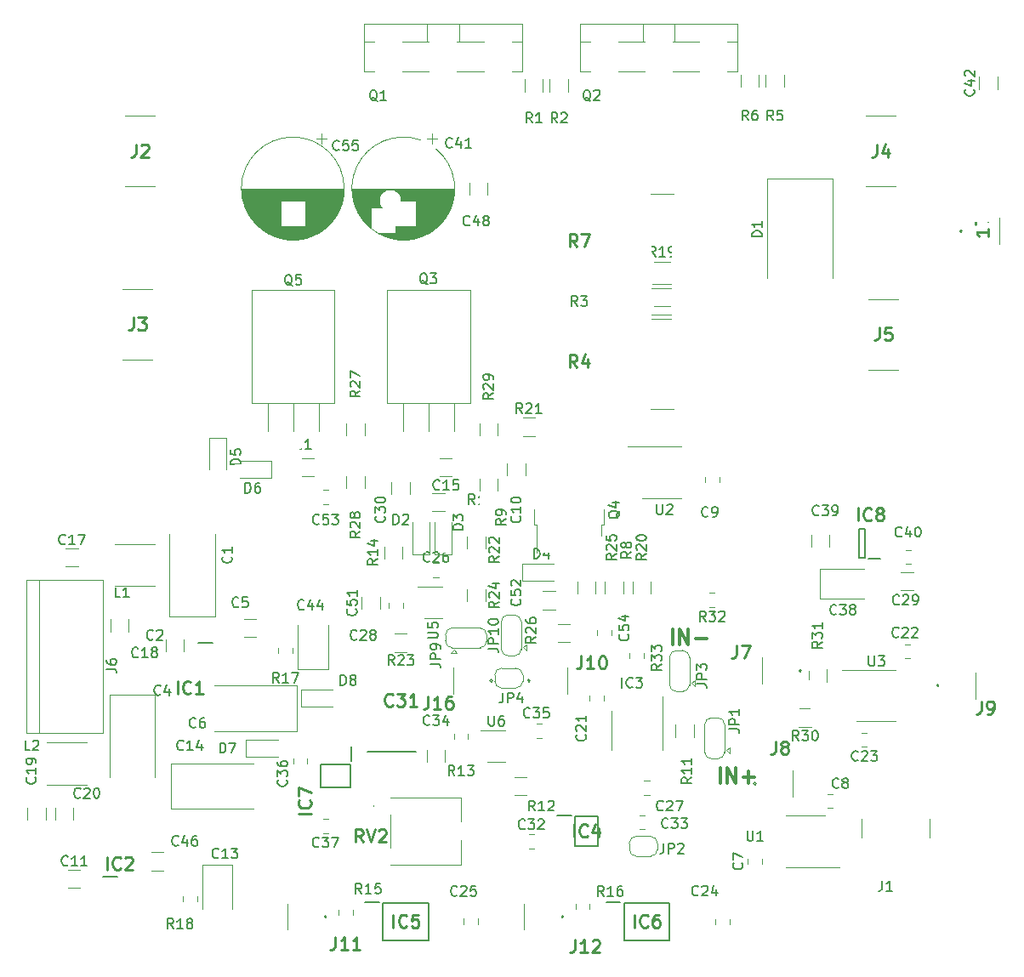
<source format=gto>
G04 #@! TF.GenerationSoftware,KiCad,Pcbnew,(5.1.4)-1*
G04 #@! TF.CreationDate,2021-09-06T14:48:02-04:00*
G04 #@! TF.ProjectId,shunt_current_control_v2,7368756e-745f-4637-9572-72656e745f63,rev?*
G04 #@! TF.SameCoordinates,Original*
G04 #@! TF.FileFunction,Legend,Top*
G04 #@! TF.FilePolarity,Positive*
%FSLAX46Y46*%
G04 Gerber Fmt 4.6, Leading zero omitted, Abs format (unit mm)*
G04 Created by KiCad (PCBNEW (5.1.4)-1) date 2021-09-06 14:48:02*
%MOMM*%
%LPD*%
G04 APERTURE LIST*
%ADD10C,0.300000*%
%ADD11C,0.120000*%
%ADD12C,0.200000*%
%ADD13C,0.100000*%
%ADD14C,0.150000*%
%ADD15C,0.254000*%
%ADD16R,1.100000X1.100000*%
%ADD17C,2.100000*%
%ADD18R,2.100000X2.100000*%
%ADD19R,1.600000X1.100000*%
%ADD20C,0.500000*%
%ADD21C,1.250000*%
%ADD22C,1.525000*%
%ADD23R,5.900000X6.500000*%
%ADD24R,1.300000X2.300000*%
%ADD25C,1.850000*%
%ADD26O,1.900000X1.900000*%
%ADD27R,1.900000X1.900000*%
%ADD28O,3.300000X3.300000*%
%ADD29C,1.350000*%
%ADD30R,1.100000X1.600000*%
%ADD31O,2.600000X4.600000*%
%ADD32R,2.600000X4.600000*%
%ADD33R,1.350000X0.700000*%
%ADD34R,0.550000X1.500000*%
%ADD35R,1.500000X0.700000*%
%ADD36R,1.500000X0.550000*%
%ADD37R,2.300000X1.150000*%
%ADD38R,1.150000X1.100000*%
%ADD39C,1.700000*%
%ADD40C,4.000000*%
%ADD41C,1.600000*%
%ADD42C,2.632420*%
%ADD43C,0.850000*%
%ADD44R,1.320000X0.750000*%
%ADD45C,0.700000*%
%ADD46R,3.650000X1.290000*%
%ADD47R,5.420000X1.120000*%
%ADD48R,1.300000X4.000000*%
%ADD49C,2.350000*%
%ADD50C,3.100000*%
%ADD51R,3.100000X3.100000*%
%ADD52R,3.050000X1.780000*%
%ADD53R,3.050000X7.720000*%
%ADD54C,1.625000*%
%ADD55C,2.400000*%
%ADD56C,1.510000*%
%ADD57C,1.830000*%
%ADD58R,1.853000X3.047000*%
%ADD59R,1.525000X0.550000*%
%ADD60R,1.780000X1.980000*%
%ADD61R,1.525000X0.400000*%
G04 APERTURE END LIST*
D10*
X135285714Y-117678571D02*
X135285714Y-116178571D01*
X136000000Y-117678571D02*
X136000000Y-116178571D01*
X136857142Y-117678571D01*
X136857142Y-116178571D01*
X137571428Y-117107142D02*
X138714285Y-117107142D01*
X138142857Y-117678571D02*
X138142857Y-116535714D01*
X130535714Y-103928571D02*
X130535714Y-102428571D01*
X131250000Y-103928571D02*
X131250000Y-102428571D01*
X132107142Y-103928571D01*
X132107142Y-102428571D01*
X132821428Y-103357142D02*
X133964285Y-103357142D01*
D11*
X93600000Y-108400000D02*
X96750000Y-108400000D01*
X93600000Y-110100000D02*
X96750000Y-110100000D01*
X93600000Y-108400000D02*
X93600000Y-110100000D01*
X88100000Y-113400000D02*
X91250000Y-113400000D01*
X88100000Y-115100000D02*
X91250000Y-115100000D01*
X88100000Y-113400000D02*
X88100000Y-115100000D01*
X90650000Y-87350000D02*
X87500000Y-87350000D01*
X90650000Y-85650000D02*
X87500000Y-85650000D01*
X90650000Y-87350000D02*
X90650000Y-85650000D01*
X86100000Y-83350000D02*
X86100000Y-86500000D01*
X84400000Y-83350000D02*
X84400000Y-86500000D01*
X86100000Y-83350000D02*
X84400000Y-83350000D01*
X115600000Y-95900000D02*
X118750000Y-95900000D01*
X115600000Y-97600000D02*
X118750000Y-97600000D01*
X115600000Y-95900000D02*
X115600000Y-97600000D01*
X106900000Y-94900000D02*
X106900000Y-91750000D01*
X108600000Y-94900000D02*
X108600000Y-91750000D01*
X106900000Y-94900000D02*
X108600000Y-94900000D01*
X104650000Y-94900000D02*
X104650000Y-91750000D01*
X106350000Y-94900000D02*
X106350000Y-91750000D01*
X104650000Y-94900000D02*
X106350000Y-94900000D01*
X107125000Y-53520354D02*
X106125000Y-53520354D01*
X106625000Y-53020354D02*
X106625000Y-54020354D01*
X104349000Y-63581000D02*
X103151000Y-63581000D01*
X104612000Y-63541000D02*
X102888000Y-63541000D01*
X104812000Y-63501000D02*
X102688000Y-63501000D01*
X104980000Y-63461000D02*
X102520000Y-63461000D01*
X105128000Y-63421000D02*
X102372000Y-63421000D01*
X105260000Y-63381000D02*
X102240000Y-63381000D01*
X105380000Y-63341000D02*
X102120000Y-63341000D01*
X105492000Y-63301000D02*
X102008000Y-63301000D01*
X105596000Y-63261000D02*
X101904000Y-63261000D01*
X105694000Y-63221000D02*
X101806000Y-63221000D01*
X105787000Y-63181000D02*
X101713000Y-63181000D01*
X105875000Y-63141000D02*
X101625000Y-63141000D01*
X105959000Y-63101000D02*
X101541000Y-63101000D01*
X106039000Y-63061000D02*
X101461000Y-63061000D01*
X106115000Y-63021000D02*
X101385000Y-63021000D01*
X106189000Y-62981000D02*
X101311000Y-62981000D01*
X106260000Y-62941000D02*
X101240000Y-62941000D01*
X106329000Y-62901000D02*
X102990000Y-62901000D01*
X106395000Y-62861000D02*
X102990000Y-62861000D01*
X106459000Y-62821000D02*
X102990000Y-62821000D01*
X106520000Y-62781000D02*
X102990000Y-62781000D01*
X106580000Y-62741000D02*
X102990000Y-62741000D01*
X106639000Y-62701000D02*
X102990000Y-62701000D01*
X106695000Y-62661000D02*
X102990000Y-62661000D01*
X106750000Y-62621000D02*
X102990000Y-62621000D01*
X106804000Y-62581000D02*
X102990000Y-62581000D01*
X106856000Y-62541000D02*
X102990000Y-62541000D01*
X106906000Y-62501000D02*
X102990000Y-62501000D01*
X106956000Y-62461000D02*
X102990000Y-62461000D01*
X100510000Y-62421000D02*
X100496000Y-62421000D01*
X107004000Y-62421000D02*
X102990000Y-62421000D01*
X100510000Y-62381000D02*
X100449000Y-62381000D01*
X107051000Y-62381000D02*
X102990000Y-62381000D01*
X100510000Y-62341000D02*
X100403000Y-62341000D01*
X107097000Y-62341000D02*
X102990000Y-62341000D01*
X100510000Y-62301000D02*
X100358000Y-62301000D01*
X107142000Y-62301000D02*
X102990000Y-62301000D01*
X100510000Y-62261000D02*
X100314000Y-62261000D01*
X107186000Y-62261000D02*
X102990000Y-62261000D01*
X100510000Y-62221000D02*
X100272000Y-62221000D01*
X107228000Y-62221000D02*
X104991000Y-62221000D01*
X100510000Y-62181000D02*
X100230000Y-62181000D01*
X107270000Y-62181000D02*
X104991000Y-62181000D01*
X100510000Y-62141000D02*
X100189000Y-62141000D01*
X107311000Y-62141000D02*
X104991000Y-62141000D01*
X100510000Y-62101000D02*
X100149000Y-62101000D01*
X107351000Y-62101000D02*
X104991000Y-62101000D01*
X100510000Y-62061000D02*
X100110000Y-62061000D01*
X107390000Y-62061000D02*
X104991000Y-62061000D01*
X100510000Y-62021000D02*
X100071000Y-62021000D01*
X107429000Y-62021000D02*
X104991000Y-62021000D01*
X100510000Y-61981000D02*
X100034000Y-61981000D01*
X107466000Y-61981000D02*
X104991000Y-61981000D01*
X100510000Y-61941000D02*
X99997000Y-61941000D01*
X107503000Y-61941000D02*
X104991000Y-61941000D01*
X100510000Y-61901000D02*
X99961000Y-61901000D01*
X107539000Y-61901000D02*
X104991000Y-61901000D01*
X100510000Y-61861000D02*
X99926000Y-61861000D01*
X107574000Y-61861000D02*
X104991000Y-61861000D01*
X100510000Y-61821000D02*
X99892000Y-61821000D01*
X107608000Y-61821000D02*
X104991000Y-61821000D01*
X100510000Y-61781000D02*
X99858000Y-61781000D01*
X107642000Y-61781000D02*
X104991000Y-61781000D01*
X100510000Y-61741000D02*
X99825000Y-61741000D01*
X107675000Y-61741000D02*
X104991000Y-61741000D01*
X100510000Y-61701000D02*
X99793000Y-61701000D01*
X107707000Y-61701000D02*
X104991000Y-61701000D01*
X100510000Y-61661000D02*
X99761000Y-61661000D01*
X107739000Y-61661000D02*
X104991000Y-61661000D01*
X100510000Y-61621000D02*
X99730000Y-61621000D01*
X107770000Y-61621000D02*
X104991000Y-61621000D01*
X100510000Y-61581000D02*
X99700000Y-61581000D01*
X107800000Y-61581000D02*
X104991000Y-61581000D01*
X100510000Y-61541000D02*
X99670000Y-61541000D01*
X107830000Y-61541000D02*
X104991000Y-61541000D01*
X100510000Y-61501000D02*
X99640000Y-61501000D01*
X107860000Y-61501000D02*
X104991000Y-61501000D01*
X100510000Y-61461000D02*
X99612000Y-61461000D01*
X107888000Y-61461000D02*
X104991000Y-61461000D01*
X100510000Y-61421000D02*
X99584000Y-61421000D01*
X107916000Y-61421000D02*
X104991000Y-61421000D01*
X100510000Y-61381000D02*
X99556000Y-61381000D01*
X107944000Y-61381000D02*
X104991000Y-61381000D01*
X100510000Y-61341000D02*
X99529000Y-61341000D01*
X107971000Y-61341000D02*
X104991000Y-61341000D01*
X100510000Y-61301000D02*
X99503000Y-61301000D01*
X107997000Y-61301000D02*
X104991000Y-61301000D01*
X100510000Y-61261000D02*
X99477000Y-61261000D01*
X108023000Y-61261000D02*
X104991000Y-61261000D01*
X100510000Y-61221000D02*
X99452000Y-61221000D01*
X108048000Y-61221000D02*
X104991000Y-61221000D01*
X100510000Y-61181000D02*
X99427000Y-61181000D01*
X108073000Y-61181000D02*
X104991000Y-61181000D01*
X100510000Y-61141000D02*
X99403000Y-61141000D01*
X108097000Y-61141000D02*
X104991000Y-61141000D01*
X100510000Y-61101000D02*
X99379000Y-61101000D01*
X108121000Y-61101000D02*
X104991000Y-61101000D01*
X100510000Y-61061000D02*
X99355000Y-61061000D01*
X108145000Y-61061000D02*
X104991000Y-61061000D01*
X100510000Y-61021000D02*
X99333000Y-61021000D01*
X108167000Y-61021000D02*
X104991000Y-61021000D01*
X100510000Y-60981000D02*
X99310000Y-60981000D01*
X108190000Y-60981000D02*
X104991000Y-60981000D01*
X100510000Y-60941000D02*
X99288000Y-60941000D01*
X108212000Y-60941000D02*
X104991000Y-60941000D01*
X100510000Y-60901000D02*
X99267000Y-60901000D01*
X108233000Y-60901000D02*
X104991000Y-60901000D01*
X100510000Y-60861000D02*
X99246000Y-60861000D01*
X108254000Y-60861000D02*
X104991000Y-60861000D01*
X100510000Y-60821000D02*
X99225000Y-60821000D01*
X108275000Y-60821000D02*
X104991000Y-60821000D01*
X100510000Y-60781000D02*
X99205000Y-60781000D01*
X108295000Y-60781000D02*
X104991000Y-60781000D01*
X100510000Y-60741000D02*
X99186000Y-60741000D01*
X108314000Y-60741000D02*
X104991000Y-60741000D01*
X100510000Y-60701000D02*
X99166000Y-60701000D01*
X108334000Y-60701000D02*
X104991000Y-60701000D01*
X100510000Y-60661000D02*
X99147000Y-60661000D01*
X108353000Y-60661000D02*
X104991000Y-60661000D01*
X100510000Y-60621000D02*
X99129000Y-60621000D01*
X108371000Y-60621000D02*
X104991000Y-60621000D01*
X100510000Y-60581000D02*
X99111000Y-60581000D01*
X108389000Y-60581000D02*
X104991000Y-60581000D01*
X100510000Y-60541000D02*
X99093000Y-60541000D01*
X108407000Y-60541000D02*
X104991000Y-60541000D01*
X100510000Y-60501000D02*
X99076000Y-60501000D01*
X108424000Y-60501000D02*
X104991000Y-60501000D01*
X100510000Y-60461000D02*
X99060000Y-60461000D01*
X108440000Y-60461000D02*
X104991000Y-60461000D01*
X102509000Y-60421000D02*
X99043000Y-60421000D01*
X108457000Y-60421000D02*
X104991000Y-60421000D01*
X102509000Y-60381000D02*
X99027000Y-60381000D01*
X108473000Y-60381000D02*
X104991000Y-60381000D01*
X102509000Y-60341000D02*
X99012000Y-60341000D01*
X108488000Y-60341000D02*
X104991000Y-60341000D01*
X102509000Y-60301000D02*
X98996000Y-60301000D01*
X108504000Y-60301000D02*
X104991000Y-60301000D01*
X102509000Y-60261000D02*
X98982000Y-60261000D01*
X108518000Y-60261000D02*
X104991000Y-60261000D01*
X102509000Y-60221000D02*
X98967000Y-60221000D01*
X108533000Y-60221000D02*
X104991000Y-60221000D01*
X102509000Y-60181000D02*
X98953000Y-60181000D01*
X108547000Y-60181000D02*
X104991000Y-60181000D01*
X102509000Y-60141000D02*
X98939000Y-60141000D01*
X108561000Y-60141000D02*
X104991000Y-60141000D01*
X102509000Y-60101000D02*
X98926000Y-60101000D01*
X108574000Y-60101000D02*
X104991000Y-60101000D01*
X102509000Y-60061000D02*
X98913000Y-60061000D01*
X108587000Y-60061000D02*
X104991000Y-60061000D01*
X102509000Y-60021000D02*
X98900000Y-60021000D01*
X108600000Y-60021000D02*
X104991000Y-60021000D01*
X102509000Y-59981000D02*
X98888000Y-59981000D01*
X108612000Y-59981000D02*
X104991000Y-59981000D01*
X102509000Y-59941000D02*
X98876000Y-59941000D01*
X108624000Y-59941000D02*
X104991000Y-59941000D01*
X102509000Y-59901000D02*
X98865000Y-59901000D01*
X108635000Y-59901000D02*
X104991000Y-59901000D01*
X102509000Y-59861000D02*
X98853000Y-59861000D01*
X108647000Y-59861000D02*
X104991000Y-59861000D01*
X102509000Y-59821000D02*
X98843000Y-59821000D01*
X108657000Y-59821000D02*
X104991000Y-59821000D01*
X102509000Y-59781000D02*
X98832000Y-59781000D01*
X108668000Y-59781000D02*
X104991000Y-59781000D01*
X108678000Y-59741000D02*
X98822000Y-59741000D01*
X108688000Y-59701000D02*
X98812000Y-59701000D01*
X108697000Y-59661000D02*
X98803000Y-59661000D01*
X108706000Y-59621000D02*
X98794000Y-59621000D01*
X108715000Y-59581000D02*
X98785000Y-59581000D01*
X108724000Y-59541000D02*
X98776000Y-59541000D01*
X108732000Y-59501000D02*
X98768000Y-59501000D01*
X108740000Y-59461000D02*
X98760000Y-59461000D01*
X108747000Y-59421000D02*
X98753000Y-59421000D01*
X108754000Y-59381000D02*
X98746000Y-59381000D01*
X108761000Y-59341000D02*
X98739000Y-59341000D01*
X108768000Y-59301000D02*
X98732000Y-59301000D01*
X108774000Y-59261000D02*
X98726000Y-59261000D01*
X108780000Y-59221000D02*
X98720000Y-59221000D01*
X108785000Y-59180000D02*
X98715000Y-59180000D01*
X108790000Y-59140000D02*
X98710000Y-59140000D01*
X108795000Y-59100000D02*
X98705000Y-59100000D01*
X108800000Y-59060000D02*
X98700000Y-59060000D01*
X108804000Y-59020000D02*
X98696000Y-59020000D01*
X108808000Y-58980000D02*
X98692000Y-58980000D01*
X108812000Y-58940000D02*
X98688000Y-58940000D01*
X108815000Y-58900000D02*
X98685000Y-58900000D01*
X108818000Y-58860000D02*
X98682000Y-58860000D01*
X108820000Y-58820000D02*
X98680000Y-58820000D01*
X108823000Y-58780000D02*
X98677000Y-58780000D01*
X108825000Y-58740000D02*
X98675000Y-58740000D01*
X108827000Y-58700000D02*
X98673000Y-58700000D01*
X108828000Y-58660000D02*
X98672000Y-58660000D01*
X108829000Y-58620000D02*
X98671000Y-58620000D01*
X108830000Y-58580000D02*
X98670000Y-58580000D01*
X108830000Y-58540000D02*
X98670000Y-58540000D01*
X108830000Y-58500000D02*
X98670000Y-58500000D01*
X105463098Y-53675096D02*
G75*
G03X107010000Y-54551988I-1713098J-4824904D01*
G01*
X96125000Y-53520354D02*
X95125000Y-53520354D01*
X95625000Y-53020354D02*
X95625000Y-54020354D01*
X93349000Y-63581000D02*
X92151000Y-63581000D01*
X93612000Y-63541000D02*
X91888000Y-63541000D01*
X93812000Y-63501000D02*
X91688000Y-63501000D01*
X93980000Y-63461000D02*
X91520000Y-63461000D01*
X94128000Y-63421000D02*
X91372000Y-63421000D01*
X94260000Y-63381000D02*
X91240000Y-63381000D01*
X94380000Y-63341000D02*
X91120000Y-63341000D01*
X94492000Y-63301000D02*
X91008000Y-63301000D01*
X94596000Y-63261000D02*
X90904000Y-63261000D01*
X94694000Y-63221000D02*
X90806000Y-63221000D01*
X94787000Y-63181000D02*
X90713000Y-63181000D01*
X94875000Y-63141000D02*
X90625000Y-63141000D01*
X94959000Y-63101000D02*
X90541000Y-63101000D01*
X95039000Y-63061000D02*
X90461000Y-63061000D01*
X95115000Y-63021000D02*
X90385000Y-63021000D01*
X95189000Y-62981000D02*
X90311000Y-62981000D01*
X95260000Y-62941000D02*
X90240000Y-62941000D01*
X95329000Y-62901000D02*
X90171000Y-62901000D01*
X95395000Y-62861000D02*
X90105000Y-62861000D01*
X95459000Y-62821000D02*
X90041000Y-62821000D01*
X95520000Y-62781000D02*
X89980000Y-62781000D01*
X95580000Y-62741000D02*
X89920000Y-62741000D01*
X95639000Y-62701000D02*
X89861000Y-62701000D01*
X95695000Y-62661000D02*
X89805000Y-62661000D01*
X95750000Y-62621000D02*
X89750000Y-62621000D01*
X95804000Y-62581000D02*
X89696000Y-62581000D01*
X95856000Y-62541000D02*
X89644000Y-62541000D01*
X95906000Y-62501000D02*
X89594000Y-62501000D01*
X95956000Y-62461000D02*
X89544000Y-62461000D01*
X96004000Y-62421000D02*
X89496000Y-62421000D01*
X96051000Y-62381000D02*
X89449000Y-62381000D01*
X96097000Y-62341000D02*
X89403000Y-62341000D01*
X96142000Y-62301000D02*
X89358000Y-62301000D01*
X96186000Y-62261000D02*
X89314000Y-62261000D01*
X91509000Y-62221000D02*
X89272000Y-62221000D01*
X96228000Y-62221000D02*
X93991000Y-62221000D01*
X91509000Y-62181000D02*
X89230000Y-62181000D01*
X96270000Y-62181000D02*
X93991000Y-62181000D01*
X91509000Y-62141000D02*
X89189000Y-62141000D01*
X96311000Y-62141000D02*
X93991000Y-62141000D01*
X91509000Y-62101000D02*
X89149000Y-62101000D01*
X96351000Y-62101000D02*
X93991000Y-62101000D01*
X91509000Y-62061000D02*
X89110000Y-62061000D01*
X96390000Y-62061000D02*
X93991000Y-62061000D01*
X91509000Y-62021000D02*
X89071000Y-62021000D01*
X96429000Y-62021000D02*
X93991000Y-62021000D01*
X91509000Y-61981000D02*
X89034000Y-61981000D01*
X96466000Y-61981000D02*
X93991000Y-61981000D01*
X91509000Y-61941000D02*
X88997000Y-61941000D01*
X96503000Y-61941000D02*
X93991000Y-61941000D01*
X91509000Y-61901000D02*
X88961000Y-61901000D01*
X96539000Y-61901000D02*
X93991000Y-61901000D01*
X91509000Y-61861000D02*
X88926000Y-61861000D01*
X96574000Y-61861000D02*
X93991000Y-61861000D01*
X91509000Y-61821000D02*
X88892000Y-61821000D01*
X96608000Y-61821000D02*
X93991000Y-61821000D01*
X91509000Y-61781000D02*
X88858000Y-61781000D01*
X96642000Y-61781000D02*
X93991000Y-61781000D01*
X91509000Y-61741000D02*
X88825000Y-61741000D01*
X96675000Y-61741000D02*
X93991000Y-61741000D01*
X91509000Y-61701000D02*
X88793000Y-61701000D01*
X96707000Y-61701000D02*
X93991000Y-61701000D01*
X91509000Y-61661000D02*
X88761000Y-61661000D01*
X96739000Y-61661000D02*
X93991000Y-61661000D01*
X91509000Y-61621000D02*
X88730000Y-61621000D01*
X96770000Y-61621000D02*
X93991000Y-61621000D01*
X91509000Y-61581000D02*
X88700000Y-61581000D01*
X96800000Y-61581000D02*
X93991000Y-61581000D01*
X91509000Y-61541000D02*
X88670000Y-61541000D01*
X96830000Y-61541000D02*
X93991000Y-61541000D01*
X91509000Y-61501000D02*
X88640000Y-61501000D01*
X96860000Y-61501000D02*
X93991000Y-61501000D01*
X91509000Y-61461000D02*
X88612000Y-61461000D01*
X96888000Y-61461000D02*
X93991000Y-61461000D01*
X91509000Y-61421000D02*
X88584000Y-61421000D01*
X96916000Y-61421000D02*
X93991000Y-61421000D01*
X91509000Y-61381000D02*
X88556000Y-61381000D01*
X96944000Y-61381000D02*
X93991000Y-61381000D01*
X91509000Y-61341000D02*
X88529000Y-61341000D01*
X96971000Y-61341000D02*
X93991000Y-61341000D01*
X91509000Y-61301000D02*
X88503000Y-61301000D01*
X96997000Y-61301000D02*
X93991000Y-61301000D01*
X91509000Y-61261000D02*
X88477000Y-61261000D01*
X97023000Y-61261000D02*
X93991000Y-61261000D01*
X91509000Y-61221000D02*
X88452000Y-61221000D01*
X97048000Y-61221000D02*
X93991000Y-61221000D01*
X91509000Y-61181000D02*
X88427000Y-61181000D01*
X97073000Y-61181000D02*
X93991000Y-61181000D01*
X91509000Y-61141000D02*
X88403000Y-61141000D01*
X97097000Y-61141000D02*
X93991000Y-61141000D01*
X91509000Y-61101000D02*
X88379000Y-61101000D01*
X97121000Y-61101000D02*
X93991000Y-61101000D01*
X91509000Y-61061000D02*
X88355000Y-61061000D01*
X97145000Y-61061000D02*
X93991000Y-61061000D01*
X91509000Y-61021000D02*
X88333000Y-61021000D01*
X97167000Y-61021000D02*
X93991000Y-61021000D01*
X91509000Y-60981000D02*
X88310000Y-60981000D01*
X97190000Y-60981000D02*
X93991000Y-60981000D01*
X91509000Y-60941000D02*
X88288000Y-60941000D01*
X97212000Y-60941000D02*
X93991000Y-60941000D01*
X91509000Y-60901000D02*
X88267000Y-60901000D01*
X97233000Y-60901000D02*
X93991000Y-60901000D01*
X91509000Y-60861000D02*
X88246000Y-60861000D01*
X97254000Y-60861000D02*
X93991000Y-60861000D01*
X91509000Y-60821000D02*
X88225000Y-60821000D01*
X97275000Y-60821000D02*
X93991000Y-60821000D01*
X91509000Y-60781000D02*
X88205000Y-60781000D01*
X97295000Y-60781000D02*
X93991000Y-60781000D01*
X91509000Y-60741000D02*
X88186000Y-60741000D01*
X97314000Y-60741000D02*
X93991000Y-60741000D01*
X91509000Y-60701000D02*
X88166000Y-60701000D01*
X97334000Y-60701000D02*
X93991000Y-60701000D01*
X91509000Y-60661000D02*
X88147000Y-60661000D01*
X97353000Y-60661000D02*
X93991000Y-60661000D01*
X91509000Y-60621000D02*
X88129000Y-60621000D01*
X97371000Y-60621000D02*
X93991000Y-60621000D01*
X91509000Y-60581000D02*
X88111000Y-60581000D01*
X97389000Y-60581000D02*
X93991000Y-60581000D01*
X91509000Y-60541000D02*
X88093000Y-60541000D01*
X97407000Y-60541000D02*
X93991000Y-60541000D01*
X91509000Y-60501000D02*
X88076000Y-60501000D01*
X97424000Y-60501000D02*
X93991000Y-60501000D01*
X91509000Y-60461000D02*
X88060000Y-60461000D01*
X97440000Y-60461000D02*
X93991000Y-60461000D01*
X91509000Y-60421000D02*
X88043000Y-60421000D01*
X97457000Y-60421000D02*
X93991000Y-60421000D01*
X91509000Y-60381000D02*
X88027000Y-60381000D01*
X97473000Y-60381000D02*
X93991000Y-60381000D01*
X91509000Y-60341000D02*
X88012000Y-60341000D01*
X97488000Y-60341000D02*
X93991000Y-60341000D01*
X91509000Y-60301000D02*
X87996000Y-60301000D01*
X97504000Y-60301000D02*
X93991000Y-60301000D01*
X91509000Y-60261000D02*
X87982000Y-60261000D01*
X97518000Y-60261000D02*
X93991000Y-60261000D01*
X91509000Y-60221000D02*
X87967000Y-60221000D01*
X97533000Y-60221000D02*
X93991000Y-60221000D01*
X91509000Y-60181000D02*
X87953000Y-60181000D01*
X97547000Y-60181000D02*
X93991000Y-60181000D01*
X91509000Y-60141000D02*
X87939000Y-60141000D01*
X97561000Y-60141000D02*
X93991000Y-60141000D01*
X91509000Y-60101000D02*
X87926000Y-60101000D01*
X97574000Y-60101000D02*
X93991000Y-60101000D01*
X91509000Y-60061000D02*
X87913000Y-60061000D01*
X97587000Y-60061000D02*
X93991000Y-60061000D01*
X91509000Y-60021000D02*
X87900000Y-60021000D01*
X97600000Y-60021000D02*
X93991000Y-60021000D01*
X91509000Y-59981000D02*
X87888000Y-59981000D01*
X97612000Y-59981000D02*
X93991000Y-59981000D01*
X91509000Y-59941000D02*
X87876000Y-59941000D01*
X97624000Y-59941000D02*
X93991000Y-59941000D01*
X91509000Y-59901000D02*
X87865000Y-59901000D01*
X97635000Y-59901000D02*
X93991000Y-59901000D01*
X91509000Y-59861000D02*
X87853000Y-59861000D01*
X97647000Y-59861000D02*
X93991000Y-59861000D01*
X91509000Y-59821000D02*
X87843000Y-59821000D01*
X97657000Y-59821000D02*
X93991000Y-59821000D01*
X91509000Y-59781000D02*
X87832000Y-59781000D01*
X97668000Y-59781000D02*
X93991000Y-59781000D01*
X97678000Y-59741000D02*
X87822000Y-59741000D01*
X97688000Y-59701000D02*
X87812000Y-59701000D01*
X97697000Y-59661000D02*
X87803000Y-59661000D01*
X97706000Y-59621000D02*
X87794000Y-59621000D01*
X97715000Y-59581000D02*
X87785000Y-59581000D01*
X97724000Y-59541000D02*
X87776000Y-59541000D01*
X97732000Y-59501000D02*
X87768000Y-59501000D01*
X97740000Y-59461000D02*
X87760000Y-59461000D01*
X97747000Y-59421000D02*
X87753000Y-59421000D01*
X97754000Y-59381000D02*
X87746000Y-59381000D01*
X97761000Y-59341000D02*
X87739000Y-59341000D01*
X97768000Y-59301000D02*
X87732000Y-59301000D01*
X97774000Y-59261000D02*
X87726000Y-59261000D01*
X97780000Y-59221000D02*
X87720000Y-59221000D01*
X97785000Y-59180000D02*
X87715000Y-59180000D01*
X97790000Y-59140000D02*
X87710000Y-59140000D01*
X97795000Y-59100000D02*
X87705000Y-59100000D01*
X97800000Y-59060000D02*
X87700000Y-59060000D01*
X97804000Y-59020000D02*
X87696000Y-59020000D01*
X97808000Y-58980000D02*
X87692000Y-58980000D01*
X97812000Y-58940000D02*
X87688000Y-58940000D01*
X97815000Y-58900000D02*
X87685000Y-58900000D01*
X97818000Y-58860000D02*
X87682000Y-58860000D01*
X97820000Y-58820000D02*
X87680000Y-58820000D01*
X97823000Y-58780000D02*
X87677000Y-58780000D01*
X97825000Y-58740000D02*
X87675000Y-58740000D01*
X97827000Y-58700000D02*
X87673000Y-58700000D01*
X97828000Y-58660000D02*
X87672000Y-58660000D01*
X97829000Y-58620000D02*
X87671000Y-58620000D01*
X97830000Y-58580000D02*
X87670000Y-58580000D01*
X97830000Y-58540000D02*
X87670000Y-58540000D01*
X97830000Y-58500000D02*
X87670000Y-58500000D01*
X97870000Y-58500000D02*
G75*
G03X97870000Y-58500000I-5120000J0D01*
G01*
X130950000Y-108600000D02*
G75*
G02X130250000Y-107900000I0J700000D01*
G01*
X132250000Y-107900000D02*
G75*
G02X131550000Y-108600000I-700000J0D01*
G01*
X131550000Y-104500000D02*
G75*
G02X132250000Y-105200000I0J-700000D01*
G01*
X130250000Y-105200000D02*
G75*
G02X130950000Y-104500000I700000J0D01*
G01*
X130250000Y-107950000D02*
X130250000Y-105150000D01*
X130950000Y-104500000D02*
X131550000Y-104500000D01*
X132250000Y-105150000D02*
X132250000Y-107950000D01*
X131550000Y-108600000D02*
X130950000Y-108600000D01*
X132450000Y-107750000D02*
X132750000Y-108050000D01*
X132750000Y-108050000D02*
X132750000Y-107450000D01*
X132450000Y-107750000D02*
X132750000Y-107450000D01*
X134450000Y-115300000D02*
G75*
G02X133750000Y-114600000I0J700000D01*
G01*
X135750000Y-114600000D02*
G75*
G02X135050000Y-115300000I-700000J0D01*
G01*
X135050000Y-111200000D02*
G75*
G02X135750000Y-111900000I0J-700000D01*
G01*
X133750000Y-111900000D02*
G75*
G02X134450000Y-111200000I700000J0D01*
G01*
X133750000Y-114650000D02*
X133750000Y-111850000D01*
X134450000Y-111200000D02*
X135050000Y-111200000D01*
X135750000Y-111850000D02*
X135750000Y-114650000D01*
X135050000Y-115300000D02*
X134450000Y-115300000D01*
X135950000Y-114450000D02*
X136250000Y-114750000D01*
X136250000Y-114750000D02*
X136250000Y-114150000D01*
X135950000Y-114450000D02*
X136250000Y-114150000D01*
X124460000Y-103011252D02*
X124460000Y-102488748D01*
X123040000Y-103011252D02*
X123040000Y-102488748D01*
X96261252Y-88540000D02*
X95738748Y-88540000D01*
X96261252Y-89960000D02*
X95738748Y-89960000D01*
X108602064Y-85340000D02*
X107397936Y-85340000D01*
X108602064Y-87160000D02*
X107397936Y-87160000D01*
X123430000Y-91970000D02*
X123430000Y-93070000D01*
X123700000Y-91970000D02*
X123430000Y-91970000D01*
X123700000Y-90470000D02*
X123700000Y-91970000D01*
X117070000Y-91970000D02*
X117070000Y-94800000D01*
X116800000Y-91970000D02*
X117070000Y-91970000D01*
X116800000Y-90470000D02*
X116800000Y-91970000D01*
X126290000Y-104738748D02*
X126290000Y-105261252D01*
X127710000Y-104738748D02*
X127710000Y-105261252D01*
X134761252Y-98790000D02*
X134238748Y-98790000D01*
X134761252Y-100210000D02*
X134238748Y-100210000D01*
X144090000Y-106397936D02*
X144090000Y-107602064D01*
X145910000Y-106397936D02*
X145910000Y-107602064D01*
X144352064Y-110290000D02*
X143147936Y-110290000D01*
X144352064Y-112110000D02*
X143147936Y-112110000D01*
X113160000Y-83102064D02*
X113160000Y-81897936D01*
X111340000Y-83102064D02*
X111340000Y-81897936D01*
X98090000Y-87147936D02*
X98090000Y-88352064D01*
X99910000Y-87147936D02*
X99910000Y-88352064D01*
X99910000Y-83102064D02*
X99910000Y-81897936D01*
X98090000Y-83102064D02*
X98090000Y-81897936D01*
X95330000Y-79870000D02*
X95330000Y-82684000D01*
X92790000Y-79870000D02*
X92790000Y-82684000D01*
X90250000Y-79870000D02*
X90250000Y-82700000D01*
X96910000Y-68630000D02*
X96910000Y-79870000D01*
X88670000Y-68630000D02*
X88670000Y-79870000D01*
X88670000Y-68630000D02*
X96910000Y-68630000D01*
X88670000Y-79870000D02*
X96910000Y-79870000D01*
X119147936Y-103660000D02*
X120352064Y-103660000D01*
X119147936Y-101840000D02*
X120352064Y-101840000D01*
X121090000Y-97647936D02*
X121090000Y-98852064D01*
X122910000Y-97647936D02*
X122910000Y-98852064D01*
X118852064Y-98590000D02*
X117647936Y-98590000D01*
X118852064Y-100410000D02*
X117647936Y-100410000D01*
X110090000Y-98397936D02*
X110090000Y-99602064D01*
X111910000Y-98397936D02*
X111910000Y-99602064D01*
X102897936Y-104660000D02*
X104102064Y-104660000D01*
X102897936Y-102840000D02*
X104102064Y-102840000D01*
X110090000Y-93147936D02*
X110090000Y-94352064D01*
X111910000Y-93147936D02*
X111910000Y-94352064D01*
X115647936Y-83160000D02*
X116852064Y-83160000D01*
X115647936Y-81340000D02*
X116852064Y-81340000D01*
X126590000Y-97647936D02*
X126590000Y-98852064D01*
X128410000Y-97647936D02*
X128410000Y-98852064D01*
X114200000Y-105050000D02*
G75*
G02X113500000Y-104350000I0J700000D01*
G01*
X115500000Y-104350000D02*
G75*
G02X114800000Y-105050000I-700000J0D01*
G01*
X114800000Y-100950000D02*
G75*
G02X115500000Y-101650000I0J-700000D01*
G01*
X113500000Y-101650000D02*
G75*
G02X114200000Y-100950000I700000J0D01*
G01*
X113500000Y-104400000D02*
X113500000Y-101600000D01*
X114200000Y-100950000D02*
X114800000Y-100950000D01*
X115500000Y-101600000D02*
X115500000Y-104400000D01*
X114800000Y-105050000D02*
X114200000Y-105050000D01*
X115700000Y-104200000D02*
X116000000Y-104500000D01*
X116000000Y-104500000D02*
X116000000Y-103900000D01*
X115700000Y-104200000D02*
X116000000Y-103900000D01*
X107950000Y-102950000D02*
G75*
G02X108650000Y-102250000I700000J0D01*
G01*
X108650000Y-104250000D02*
G75*
G02X107950000Y-103550000I0J700000D01*
G01*
X112050000Y-103550000D02*
G75*
G02X111350000Y-104250000I-700000J0D01*
G01*
X111350000Y-102250000D02*
G75*
G02X112050000Y-102950000I0J-700000D01*
G01*
X108600000Y-102250000D02*
X111400000Y-102250000D01*
X112050000Y-102950000D02*
X112050000Y-103550000D01*
X111400000Y-104250000D02*
X108600000Y-104250000D01*
X107950000Y-103550000D02*
X107950000Y-102950000D01*
X108800000Y-104450000D02*
X108500000Y-104750000D01*
X108500000Y-104750000D02*
X109100000Y-104750000D01*
X108800000Y-104450000D02*
X109100000Y-104750000D01*
X101410000Y-100352064D02*
X101410000Y-99147936D01*
X99590000Y-100352064D02*
X99590000Y-99147936D01*
X104410000Y-88952064D02*
X104410000Y-87747936D01*
X102590000Y-88952064D02*
X102590000Y-87747936D01*
X114090000Y-85897936D02*
X114090000Y-87102064D01*
X115910000Y-85897936D02*
X115910000Y-87102064D01*
X130781000Y-42130000D02*
X130781000Y-43870000D01*
X127580000Y-42130000D02*
X127580000Y-43870000D01*
X136030000Y-43870000D02*
X137050000Y-43870000D01*
X130580000Y-43870000D02*
X133230000Y-43870000D01*
X125130000Y-43870000D02*
X127781000Y-43870000D01*
X121310000Y-43870000D02*
X122330000Y-43870000D01*
X137050000Y-42130000D02*
X137050000Y-46870000D01*
X121310000Y-42130000D02*
X121310000Y-46870000D01*
X136030000Y-46870000D02*
X137050000Y-46870000D01*
X130580000Y-46870000D02*
X133230000Y-46870000D01*
X125130000Y-46870000D02*
X127781000Y-46870000D01*
X121310000Y-46870000D02*
X122330000Y-46870000D01*
X121310000Y-42130000D02*
X137050000Y-42130000D01*
X109301000Y-42130000D02*
X109301000Y-43870000D01*
X106100000Y-42130000D02*
X106100000Y-43870000D01*
X114550000Y-43870000D02*
X115570000Y-43870000D01*
X109100000Y-43870000D02*
X111750000Y-43870000D01*
X103650000Y-43870000D02*
X106301000Y-43870000D01*
X99830000Y-43870000D02*
X100850000Y-43870000D01*
X115570000Y-42130000D02*
X115570000Y-46870000D01*
X99830000Y-42130000D02*
X99830000Y-46870000D01*
X114550000Y-46870000D02*
X115570000Y-46870000D01*
X109100000Y-46870000D02*
X111750000Y-46870000D01*
X103650000Y-46870000D02*
X106301000Y-46870000D01*
X99830000Y-46870000D02*
X100850000Y-46870000D01*
X99830000Y-42130000D02*
X115570000Y-42130000D01*
D12*
X151275000Y-95350000D02*
X150025000Y-95350000D01*
X149675000Y-92400000D02*
X149675000Y-95300000D01*
X149125000Y-92400000D02*
X149675000Y-92400000D01*
X149125000Y-95300000D02*
X149125000Y-92400000D01*
X149675000Y-95300000D02*
X149125000Y-95300000D01*
X98550000Y-114100000D02*
X98550000Y-115500000D01*
X95500000Y-115850000D02*
X98500000Y-115850000D01*
X95500000Y-118150000D02*
X95500000Y-115850000D01*
X98500000Y-118150000D02*
X95500000Y-118150000D01*
X98500000Y-115850000D02*
X98500000Y-118150000D01*
X123950000Y-129580000D02*
X125350000Y-129580000D01*
X125725000Y-133350000D02*
X125725000Y-129650000D01*
X130275000Y-133350000D02*
X125725000Y-133350000D01*
X130275000Y-129650000D02*
X130275000Y-133350000D01*
X125725000Y-129650000D02*
X130275000Y-129650000D01*
X99950000Y-129580000D02*
X101350000Y-129580000D01*
X101725000Y-133350000D02*
X101725000Y-129650000D01*
X106275000Y-133350000D02*
X101725000Y-133350000D01*
X106275000Y-129650000D02*
X106275000Y-133350000D01*
X101725000Y-129650000D02*
X106275000Y-129650000D01*
X119100000Y-120950000D02*
X120500000Y-120950000D01*
X120850000Y-124000000D02*
X120850000Y-121000000D01*
X123150000Y-124000000D02*
X120850000Y-124000000D01*
X123150000Y-121000000D02*
X123150000Y-124000000D01*
X120850000Y-121000000D02*
X123150000Y-121000000D01*
X159250000Y-62650000D02*
G75*
G02X159250000Y-62850000I0J-100000D01*
G01*
X159250000Y-62850000D02*
G75*
G02X159250000Y-62650000I0J100000D01*
G01*
X159250000Y-62850000D02*
X159250000Y-62850000D01*
X159250000Y-62650000D02*
X159250000Y-62650000D01*
D13*
X163050000Y-61450000D02*
X163050000Y-64050000D01*
D11*
X114950000Y-108250000D02*
X113550000Y-108250000D01*
X112850000Y-107550000D02*
X112850000Y-106950000D01*
X113550000Y-106250000D02*
X114950000Y-106250000D01*
X115650000Y-106950000D02*
X115650000Y-107550000D01*
X115650000Y-107550000D02*
G75*
G02X114950000Y-108250000I-700000J0D01*
G01*
X114950000Y-106250000D02*
G75*
G02X115650000Y-106950000I0J-700000D01*
G01*
X112850000Y-106950000D02*
G75*
G02X113550000Y-106250000I700000J0D01*
G01*
X113550000Y-108250000D02*
G75*
G02X112850000Y-107550000I0J700000D01*
G01*
D12*
X112500000Y-107600000D02*
G75*
G02X112500000Y-107400000I0J100000D01*
G01*
X112500000Y-107400000D02*
G75*
G02X112500000Y-107600000I0J-100000D01*
G01*
X112500000Y-107400000D02*
X112500000Y-107400000D01*
X112500000Y-107600000D02*
X112500000Y-107600000D01*
D13*
X108700000Y-108800000D02*
X108700000Y-106200000D01*
D11*
X128702631Y-65790000D02*
X130297369Y-65790000D01*
X128702631Y-70210000D02*
X130297369Y-70210000D01*
X145265000Y-99360000D02*
X149650000Y-99360000D01*
X145265000Y-96340000D02*
X145265000Y-99360000D01*
X149650000Y-96340000D02*
X145265000Y-96340000D01*
X112160000Y-59102064D02*
X112160000Y-57897936D01*
X110340000Y-59102064D02*
X110340000Y-57897936D01*
X146500000Y-57500000D02*
X146500000Y-67400000D01*
X140000000Y-57500000D02*
X140000000Y-67400000D01*
X140000000Y-57500000D02*
X146500000Y-57500000D01*
X83210000Y-129511252D02*
X83210000Y-128988748D01*
X81790000Y-129511252D02*
X81790000Y-128988748D01*
X79852064Y-124590000D02*
X78647936Y-124590000D01*
X79852064Y-126410000D02*
X78647936Y-126410000D01*
X83740000Y-125865000D02*
X83740000Y-130250000D01*
X86760000Y-125865000D02*
X83740000Y-125865000D01*
X86760000Y-130250000D02*
X86760000Y-125865000D01*
X96260000Y-106385000D02*
X96260000Y-102000000D01*
X93240000Y-106385000D02*
X96260000Y-106385000D01*
X93240000Y-102000000D02*
X93240000Y-106385000D01*
X89102064Y-101340000D02*
X87897936Y-101340000D01*
X89102064Y-103160000D02*
X87897936Y-103160000D01*
X92710000Y-104761252D02*
X92710000Y-104238748D01*
X91290000Y-104761252D02*
X91290000Y-104238748D01*
X162910000Y-48602064D02*
X162910000Y-47397936D01*
X161090000Y-48602064D02*
X161090000Y-47397936D01*
X120890000Y-129738748D02*
X120890000Y-130261252D01*
X122310000Y-129738748D02*
X122310000Y-130261252D01*
X97290000Y-130313748D02*
X97290000Y-130836252D01*
X98710000Y-130313748D02*
X98710000Y-130836252D01*
D12*
X119600000Y-131100000D02*
G75*
G02X119600000Y-130900000I0J100000D01*
G01*
X119600000Y-130900000D02*
G75*
G02X119600000Y-131100000I0J-100000D01*
G01*
X119600000Y-130900000D02*
X119600000Y-130900000D01*
X119600000Y-131100000D02*
X119600000Y-131100000D01*
D13*
X115800000Y-132300000D02*
X115800000Y-129700000D01*
D12*
X96000000Y-131100000D02*
G75*
G02X96000000Y-130900000I0J100000D01*
G01*
X96000000Y-130900000D02*
G75*
G02X96000000Y-131100000I0J-100000D01*
G01*
X96000000Y-130900000D02*
X96000000Y-130900000D01*
X96000000Y-131100000D02*
X96000000Y-131100000D01*
D13*
X92200000Y-132300000D02*
X92200000Y-129700000D01*
D11*
X153788748Y-95910000D02*
X154311252Y-95910000D01*
X153788748Y-94490000D02*
X154311252Y-94490000D01*
X146160000Y-94202064D02*
X146160000Y-92997936D01*
X144340000Y-94202064D02*
X144340000Y-92997936D01*
X153297936Y-98510000D02*
X154502064Y-98510000D01*
X153297936Y-96690000D02*
X154502064Y-96690000D01*
X113880000Y-112490000D02*
X111450000Y-112490000D01*
X112120000Y-115560000D02*
X113880000Y-115560000D01*
X114797936Y-118910000D02*
X116002064Y-118910000D01*
X114797936Y-117090000D02*
X116002064Y-117090000D01*
X126950000Y-123000000D02*
X128350000Y-123000000D01*
X129050000Y-123700000D02*
X129050000Y-124300000D01*
X128350000Y-125000000D02*
X126950000Y-125000000D01*
X126250000Y-124300000D02*
X126250000Y-123700000D01*
X126250000Y-123700000D02*
G75*
G02X126950000Y-123000000I700000J0D01*
G01*
X126950000Y-125000000D02*
G75*
G02X126250000Y-124300000I0J700000D01*
G01*
X129050000Y-124300000D02*
G75*
G02X128350000Y-125000000I-700000J0D01*
G01*
X128350000Y-123000000D02*
G75*
G02X129050000Y-123700000I0J-700000D01*
G01*
X96261252Y-121290000D02*
X95738748Y-121290000D01*
X96261252Y-122710000D02*
X95738748Y-122710000D01*
X94210000Y-115761252D02*
X94210000Y-115238748D01*
X92790000Y-115761252D02*
X92790000Y-115238748D01*
X117511252Y-111790000D02*
X116988748Y-111790000D01*
X117511252Y-113210000D02*
X116988748Y-113210000D01*
X108790000Y-112763748D02*
X108790000Y-113286252D01*
X110210000Y-112763748D02*
X110210000Y-113286252D01*
X127238748Y-122310000D02*
X127761252Y-122310000D01*
X127238748Y-120890000D02*
X127761252Y-120890000D01*
X116238748Y-124210000D02*
X116761252Y-124210000D01*
X116238748Y-122790000D02*
X116761252Y-122790000D01*
X111210000Y-131736252D02*
X111210000Y-131213748D01*
X109790000Y-131736252D02*
X109790000Y-131213748D01*
X136210000Y-131761252D02*
X136210000Y-131238748D01*
X134790000Y-131761252D02*
X134790000Y-131238748D01*
D12*
X116250000Y-107400000D02*
G75*
G02X116250000Y-107600000I0J-100000D01*
G01*
X116250000Y-107600000D02*
G75*
G02X116250000Y-107400000I0J100000D01*
G01*
X116250000Y-107600000D02*
X116250000Y-107600000D01*
X116250000Y-107400000D02*
X116250000Y-107400000D01*
D13*
X120050000Y-106200000D02*
X120050000Y-108800000D01*
D12*
X156950000Y-107900000D02*
G75*
G02X156950000Y-108100000I0J-100000D01*
G01*
X156950000Y-108100000D02*
G75*
G02X156950000Y-107900000I0J100000D01*
G01*
X156950000Y-108100000D02*
X156950000Y-108100000D01*
X156950000Y-107900000D02*
X156950000Y-107900000D01*
D13*
X160750000Y-106700000D02*
X160750000Y-109300000D01*
D12*
X138750000Y-117650000D02*
G75*
G02X138750000Y-117850000I0J-100000D01*
G01*
X138750000Y-117850000D02*
G75*
G02X138750000Y-117650000I0J100000D01*
G01*
X138750000Y-117850000D02*
X138750000Y-117850000D01*
X138750000Y-117650000D02*
X138750000Y-117650000D01*
D13*
X142550000Y-116450000D02*
X142550000Y-119050000D01*
D12*
X143250000Y-106625000D02*
G75*
G02X143250000Y-106425000I0J100000D01*
G01*
X143250000Y-106425000D02*
G75*
G02X143250000Y-106625000I0J-100000D01*
G01*
X143250000Y-106425000D02*
X143250000Y-106425000D01*
X143250000Y-106625000D02*
X143250000Y-106625000D01*
D13*
X139450000Y-107825000D02*
X139450000Y-105225000D01*
D11*
X107630000Y-98190000D02*
X105200000Y-98190000D01*
X105870000Y-101260000D02*
X107630000Y-101260000D01*
X101840000Y-94147936D02*
X101840000Y-95352064D01*
X103660000Y-94147936D02*
X103660000Y-95352064D01*
X106647936Y-90660000D02*
X107852064Y-90660000D01*
X106647936Y-88840000D02*
X107852064Y-88840000D01*
X103710000Y-100261252D02*
X103710000Y-99738748D01*
X102290000Y-100261252D02*
X102290000Y-99738748D01*
X106738748Y-97210000D02*
X107261252Y-97210000D01*
X106738748Y-95790000D02*
X107261252Y-95790000D01*
X150850000Y-106440000D02*
X147400000Y-106440000D01*
X150850000Y-106440000D02*
X152800000Y-106440000D01*
X150850000Y-111560000D02*
X148900000Y-111560000D01*
X150850000Y-111560000D02*
X152800000Y-111560000D01*
X149911252Y-112690000D02*
X149388748Y-112690000D01*
X149911252Y-114110000D02*
X149388748Y-114110000D01*
X154236252Y-103890000D02*
X153713748Y-103890000D01*
X154236252Y-105310000D02*
X153713748Y-105310000D01*
X122290000Y-108988748D02*
X122290000Y-109511252D01*
X123710000Y-108988748D02*
X123710000Y-109511252D01*
D13*
X100800000Y-119900000D02*
G75*
G02X100800000Y-120000000I0J-50000D01*
G01*
X100800000Y-120000000D02*
G75*
G02X100800000Y-119900000I0J50000D01*
G01*
X100800000Y-120000000D02*
X100800000Y-120000000D01*
X100800000Y-119900000D02*
X100800000Y-119900000D01*
X102480000Y-122500000D02*
X102480000Y-124140000D01*
X102480000Y-122500000D02*
X102480000Y-120884000D01*
X109520000Y-119145000D02*
X109520000Y-121560000D01*
X109520000Y-125855000D02*
X109520000Y-123401000D01*
X109520000Y-125855000D02*
X102480000Y-125855000D01*
X102480000Y-119145000D02*
X109520000Y-119145000D01*
D11*
X106090000Y-114410436D02*
X106090000Y-115614564D01*
X107910000Y-114410436D02*
X107910000Y-115614564D01*
X132660000Y-113102064D02*
X132660000Y-111897936D01*
X130840000Y-113102064D02*
X130840000Y-111897936D01*
X129560000Y-112500000D02*
X129560000Y-109050000D01*
X129560000Y-112500000D02*
X129560000Y-114450000D01*
X124440000Y-112500000D02*
X124440000Y-110550000D01*
X124440000Y-112500000D02*
X124440000Y-114450000D01*
D12*
X100200000Y-114600000D02*
X105000000Y-114600000D01*
D11*
X128261252Y-117490000D02*
X127738748Y-117490000D01*
X128261252Y-118910000D02*
X127738748Y-118910000D01*
X68250000Y-117850000D02*
X72250000Y-117850000D01*
X68250000Y-113650000D02*
X72250000Y-113650000D01*
X70910000Y-121352064D02*
X70910000Y-120147936D01*
X69090000Y-121352064D02*
X69090000Y-120147936D01*
X68160000Y-121352064D02*
X68160000Y-120147936D01*
X66340000Y-121352064D02*
X66340000Y-120147936D01*
X74590000Y-101397936D02*
X74590000Y-102602064D01*
X76410000Y-101397936D02*
X76410000Y-102602064D01*
X71352064Y-94340000D02*
X70147936Y-94340000D01*
X71352064Y-96160000D02*
X70147936Y-96160000D01*
X75000000Y-98100000D02*
X79000000Y-98100000D01*
X75000000Y-93900000D02*
X79000000Y-93900000D01*
X94852064Y-85340000D02*
X93647936Y-85340000D01*
X94852064Y-87160000D02*
X93647936Y-87160000D01*
X80615000Y-120260000D02*
X88850000Y-120260000D01*
X80615000Y-115740000D02*
X80615000Y-120260000D01*
X88850000Y-115740000D02*
X80615000Y-115740000D01*
X71602064Y-126340000D02*
X70397936Y-126340000D01*
X71602064Y-128160000D02*
X70397936Y-128160000D01*
X74490000Y-108915000D02*
X74490000Y-117150000D01*
X79010000Y-108915000D02*
X74490000Y-108915000D01*
X79010000Y-117150000D02*
X79010000Y-108915000D01*
X66190000Y-97460000D02*
X66190000Y-112700000D01*
X73810000Y-97460000D02*
X73810000Y-112700000D01*
X67460000Y-97460000D02*
X67460000Y-112700000D01*
X66190000Y-112700000D02*
X73810000Y-112700000D01*
X66190000Y-97460000D02*
X73810000Y-97460000D01*
X129500000Y-84190000D02*
X126050000Y-84190000D01*
X129500000Y-84190000D02*
X131450000Y-84190000D01*
X129500000Y-89310000D02*
X127550000Y-89310000D01*
X129500000Y-89310000D02*
X131450000Y-89310000D01*
X143750000Y-126060000D02*
X147200000Y-126060000D01*
X143750000Y-126060000D02*
X141800000Y-126060000D01*
X143750000Y-120940000D02*
X145700000Y-120940000D01*
X143750000Y-120940000D02*
X141800000Y-120940000D01*
X111340000Y-87397936D02*
X111340000Y-88602064D01*
X113160000Y-87397936D02*
X113160000Y-88602064D01*
X123840000Y-97635436D02*
X123840000Y-98839564D01*
X125660000Y-97635436D02*
X125660000Y-98839564D01*
D13*
X131000000Y-59051000D02*
X128000000Y-59051000D01*
X131000000Y-68449000D02*
X128000000Y-68449000D01*
D11*
X137340000Y-47147936D02*
X137340000Y-48352064D01*
X139160000Y-47147936D02*
X139160000Y-48352064D01*
X139840000Y-47147936D02*
X139840000Y-48352064D01*
X141660000Y-47147936D02*
X141660000Y-48352064D01*
D13*
X131000000Y-71051000D02*
X128000000Y-71051000D01*
X131000000Y-80449000D02*
X128000000Y-80449000D01*
D11*
X127447936Y-71460000D02*
X131552064Y-71460000D01*
X127447936Y-68040000D02*
X131552064Y-68040000D01*
X118340000Y-47647936D02*
X118340000Y-48852064D01*
X120160000Y-47647936D02*
X120160000Y-48852064D01*
X115840000Y-47647936D02*
X115840000Y-48852064D01*
X117660000Y-47647936D02*
X117660000Y-48852064D01*
X108830000Y-79870000D02*
X108830000Y-82684000D01*
X106290000Y-79870000D02*
X106290000Y-82684000D01*
X103750000Y-79870000D02*
X103750000Y-82700000D01*
X110410000Y-68630000D02*
X110410000Y-79870000D01*
X102170000Y-68630000D02*
X102170000Y-79870000D01*
X102170000Y-68630000D02*
X110410000Y-68630000D01*
X102170000Y-79870000D02*
X110410000Y-79870000D01*
D13*
X150040000Y-76540000D02*
X153040000Y-76540000D01*
X150040000Y-69540000D02*
X153040000Y-69540000D01*
X149790000Y-58290000D02*
X152790000Y-58290000D01*
X149790000Y-51290000D02*
X152790000Y-51290000D01*
X75790000Y-75540000D02*
X78790000Y-75540000D01*
X75790000Y-68540000D02*
X78790000Y-68540000D01*
X76040000Y-58290000D02*
X79040000Y-58290000D01*
X76040000Y-51290000D02*
X79040000Y-51290000D01*
D11*
X149395000Y-123140000D02*
X149395000Y-121260000D01*
X156105000Y-123140000D02*
X156105000Y-121260000D01*
D12*
X73825000Y-127050000D02*
X75250000Y-127050000D01*
X83325000Y-103750000D02*
X84750000Y-103750000D01*
D11*
X133790000Y-87238748D02*
X133790000Y-87761252D01*
X135210000Y-87238748D02*
X135210000Y-87761252D01*
X146511252Y-118790000D02*
X145988748Y-118790000D01*
X146511252Y-120210000D02*
X145988748Y-120210000D01*
X139460000Y-125761252D02*
X139460000Y-125238748D01*
X138040000Y-125761252D02*
X138040000Y-125238748D01*
X93185000Y-107990000D02*
X84950000Y-107990000D01*
X93185000Y-112510000D02*
X93185000Y-107990000D01*
X84950000Y-112510000D02*
X93185000Y-112510000D01*
X80090000Y-103397936D02*
X80090000Y-104602064D01*
X81910000Y-103397936D02*
X81910000Y-104602064D01*
X85010000Y-101135000D02*
X85010000Y-92900000D01*
X80490000Y-101135000D02*
X85010000Y-101135000D01*
X80490000Y-92900000D02*
X80490000Y-101135000D01*
D14*
X97511904Y-107952380D02*
X97511904Y-106952380D01*
X97750000Y-106952380D01*
X97892857Y-107000000D01*
X97988095Y-107095238D01*
X98035714Y-107190476D01*
X98083333Y-107380952D01*
X98083333Y-107523809D01*
X98035714Y-107714285D01*
X97988095Y-107809523D01*
X97892857Y-107904761D01*
X97750000Y-107952380D01*
X97511904Y-107952380D01*
X98654761Y-107380952D02*
X98559523Y-107333333D01*
X98511904Y-107285714D01*
X98464285Y-107190476D01*
X98464285Y-107142857D01*
X98511904Y-107047619D01*
X98559523Y-107000000D01*
X98654761Y-106952380D01*
X98845238Y-106952380D01*
X98940476Y-107000000D01*
X98988095Y-107047619D01*
X99035714Y-107142857D01*
X99035714Y-107190476D01*
X98988095Y-107285714D01*
X98940476Y-107333333D01*
X98845238Y-107380952D01*
X98654761Y-107380952D01*
X98559523Y-107428571D01*
X98511904Y-107476190D01*
X98464285Y-107571428D01*
X98464285Y-107761904D01*
X98511904Y-107857142D01*
X98559523Y-107904761D01*
X98654761Y-107952380D01*
X98845238Y-107952380D01*
X98940476Y-107904761D01*
X98988095Y-107857142D01*
X99035714Y-107761904D01*
X99035714Y-107571428D01*
X98988095Y-107476190D01*
X98940476Y-107428571D01*
X98845238Y-107380952D01*
X85511904Y-114702380D02*
X85511904Y-113702380D01*
X85750000Y-113702380D01*
X85892857Y-113750000D01*
X85988095Y-113845238D01*
X86035714Y-113940476D01*
X86083333Y-114130952D01*
X86083333Y-114273809D01*
X86035714Y-114464285D01*
X85988095Y-114559523D01*
X85892857Y-114654761D01*
X85750000Y-114702380D01*
X85511904Y-114702380D01*
X86416666Y-113702380D02*
X87083333Y-113702380D01*
X86654761Y-114702380D01*
X88011904Y-88802380D02*
X88011904Y-87802380D01*
X88250000Y-87802380D01*
X88392857Y-87850000D01*
X88488095Y-87945238D01*
X88535714Y-88040476D01*
X88583333Y-88230952D01*
X88583333Y-88373809D01*
X88535714Y-88564285D01*
X88488095Y-88659523D01*
X88392857Y-88754761D01*
X88250000Y-88802380D01*
X88011904Y-88802380D01*
X89440476Y-87802380D02*
X89250000Y-87802380D01*
X89154761Y-87850000D01*
X89107142Y-87897619D01*
X89011904Y-88040476D01*
X88964285Y-88230952D01*
X88964285Y-88611904D01*
X89011904Y-88707142D01*
X89059523Y-88754761D01*
X89154761Y-88802380D01*
X89345238Y-88802380D01*
X89440476Y-88754761D01*
X89488095Y-88707142D01*
X89535714Y-88611904D01*
X89535714Y-88373809D01*
X89488095Y-88278571D01*
X89440476Y-88230952D01*
X89345238Y-88183333D01*
X89154761Y-88183333D01*
X89059523Y-88230952D01*
X89011904Y-88278571D01*
X88964285Y-88373809D01*
X87552380Y-85988095D02*
X86552380Y-85988095D01*
X86552380Y-85750000D01*
X86600000Y-85607142D01*
X86695238Y-85511904D01*
X86790476Y-85464285D01*
X86980952Y-85416666D01*
X87123809Y-85416666D01*
X87314285Y-85464285D01*
X87409523Y-85511904D01*
X87504761Y-85607142D01*
X87552380Y-85750000D01*
X87552380Y-85988095D01*
X86552380Y-84511904D02*
X86552380Y-84988095D01*
X87028571Y-85035714D01*
X86980952Y-84988095D01*
X86933333Y-84892857D01*
X86933333Y-84654761D01*
X86980952Y-84559523D01*
X87028571Y-84511904D01*
X87123809Y-84464285D01*
X87361904Y-84464285D01*
X87457142Y-84511904D01*
X87504761Y-84559523D01*
X87552380Y-84654761D01*
X87552380Y-84892857D01*
X87504761Y-84988095D01*
X87457142Y-85035714D01*
X116761904Y-95352380D02*
X116761904Y-94352380D01*
X117000000Y-94352380D01*
X117142857Y-94400000D01*
X117238095Y-94495238D01*
X117285714Y-94590476D01*
X117333333Y-94780952D01*
X117333333Y-94923809D01*
X117285714Y-95114285D01*
X117238095Y-95209523D01*
X117142857Y-95304761D01*
X117000000Y-95352380D01*
X116761904Y-95352380D01*
X118190476Y-94685714D02*
X118190476Y-95352380D01*
X117952380Y-94304761D02*
X117714285Y-95019047D01*
X118333333Y-95019047D01*
X109702380Y-92488095D02*
X108702380Y-92488095D01*
X108702380Y-92250000D01*
X108750000Y-92107142D01*
X108845238Y-92011904D01*
X108940476Y-91964285D01*
X109130952Y-91916666D01*
X109273809Y-91916666D01*
X109464285Y-91964285D01*
X109559523Y-92011904D01*
X109654761Y-92107142D01*
X109702380Y-92250000D01*
X109702380Y-92488095D01*
X108702380Y-91583333D02*
X108702380Y-90964285D01*
X109083333Y-91297619D01*
X109083333Y-91154761D01*
X109130952Y-91059523D01*
X109178571Y-91011904D01*
X109273809Y-90964285D01*
X109511904Y-90964285D01*
X109607142Y-91011904D01*
X109654761Y-91059523D01*
X109702380Y-91154761D01*
X109702380Y-91440476D01*
X109654761Y-91535714D01*
X109607142Y-91583333D01*
X102761904Y-91952380D02*
X102761904Y-90952380D01*
X103000000Y-90952380D01*
X103142857Y-91000000D01*
X103238095Y-91095238D01*
X103285714Y-91190476D01*
X103333333Y-91380952D01*
X103333333Y-91523809D01*
X103285714Y-91714285D01*
X103238095Y-91809523D01*
X103142857Y-91904761D01*
X103000000Y-91952380D01*
X102761904Y-91952380D01*
X103714285Y-91047619D02*
X103761904Y-91000000D01*
X103857142Y-90952380D01*
X104095238Y-90952380D01*
X104190476Y-91000000D01*
X104238095Y-91047619D01*
X104285714Y-91142857D01*
X104285714Y-91238095D01*
X104238095Y-91380952D01*
X103666666Y-91952380D01*
X104285714Y-91952380D01*
X108607142Y-54357142D02*
X108559523Y-54404761D01*
X108416666Y-54452380D01*
X108321428Y-54452380D01*
X108178571Y-54404761D01*
X108083333Y-54309523D01*
X108035714Y-54214285D01*
X107988095Y-54023809D01*
X107988095Y-53880952D01*
X108035714Y-53690476D01*
X108083333Y-53595238D01*
X108178571Y-53500000D01*
X108321428Y-53452380D01*
X108416666Y-53452380D01*
X108559523Y-53500000D01*
X108607142Y-53547619D01*
X109464285Y-53785714D02*
X109464285Y-54452380D01*
X109226190Y-53404761D02*
X108988095Y-54119047D01*
X109607142Y-54119047D01*
X110511904Y-54452380D02*
X109940476Y-54452380D01*
X110226190Y-54452380D02*
X110226190Y-53452380D01*
X110130952Y-53595238D01*
X110035714Y-53690476D01*
X109940476Y-53738095D01*
X97357142Y-54607142D02*
X97309523Y-54654761D01*
X97166666Y-54702380D01*
X97071428Y-54702380D01*
X96928571Y-54654761D01*
X96833333Y-54559523D01*
X96785714Y-54464285D01*
X96738095Y-54273809D01*
X96738095Y-54130952D01*
X96785714Y-53940476D01*
X96833333Y-53845238D01*
X96928571Y-53750000D01*
X97071428Y-53702380D01*
X97166666Y-53702380D01*
X97309523Y-53750000D01*
X97357142Y-53797619D01*
X98261904Y-53702380D02*
X97785714Y-53702380D01*
X97738095Y-54178571D01*
X97785714Y-54130952D01*
X97880952Y-54083333D01*
X98119047Y-54083333D01*
X98214285Y-54130952D01*
X98261904Y-54178571D01*
X98309523Y-54273809D01*
X98309523Y-54511904D01*
X98261904Y-54607142D01*
X98214285Y-54654761D01*
X98119047Y-54702380D01*
X97880952Y-54702380D01*
X97785714Y-54654761D01*
X97738095Y-54607142D01*
X99214285Y-53702380D02*
X98738095Y-53702380D01*
X98690476Y-54178571D01*
X98738095Y-54130952D01*
X98833333Y-54083333D01*
X99071428Y-54083333D01*
X99166666Y-54130952D01*
X99214285Y-54178571D01*
X99261904Y-54273809D01*
X99261904Y-54511904D01*
X99214285Y-54607142D01*
X99166666Y-54654761D01*
X99071428Y-54702380D01*
X98833333Y-54702380D01*
X98738095Y-54654761D01*
X98690476Y-54607142D01*
X132952380Y-107833333D02*
X133666666Y-107833333D01*
X133809523Y-107880952D01*
X133904761Y-107976190D01*
X133952380Y-108119047D01*
X133952380Y-108214285D01*
X133952380Y-107357142D02*
X132952380Y-107357142D01*
X132952380Y-106976190D01*
X133000000Y-106880952D01*
X133047619Y-106833333D01*
X133142857Y-106785714D01*
X133285714Y-106785714D01*
X133380952Y-106833333D01*
X133428571Y-106880952D01*
X133476190Y-106976190D01*
X133476190Y-107357142D01*
X132952380Y-106452380D02*
X132952380Y-105833333D01*
X133333333Y-106166666D01*
X133333333Y-106023809D01*
X133380952Y-105928571D01*
X133428571Y-105880952D01*
X133523809Y-105833333D01*
X133761904Y-105833333D01*
X133857142Y-105880952D01*
X133904761Y-105928571D01*
X133952380Y-106023809D01*
X133952380Y-106309523D01*
X133904761Y-106404761D01*
X133857142Y-106452380D01*
X136202380Y-112333333D02*
X136916666Y-112333333D01*
X137059523Y-112380952D01*
X137154761Y-112476190D01*
X137202380Y-112619047D01*
X137202380Y-112714285D01*
X137202380Y-111857142D02*
X136202380Y-111857142D01*
X136202380Y-111476190D01*
X136250000Y-111380952D01*
X136297619Y-111333333D01*
X136392857Y-111285714D01*
X136535714Y-111285714D01*
X136630952Y-111333333D01*
X136678571Y-111380952D01*
X136726190Y-111476190D01*
X136726190Y-111857142D01*
X137202380Y-110333333D02*
X137202380Y-110904761D01*
X137202380Y-110619047D02*
X136202380Y-110619047D01*
X136345238Y-110714285D01*
X136440476Y-110809523D01*
X136488095Y-110904761D01*
X126107142Y-102892857D02*
X126154761Y-102940476D01*
X126202380Y-103083333D01*
X126202380Y-103178571D01*
X126154761Y-103321428D01*
X126059523Y-103416666D01*
X125964285Y-103464285D01*
X125773809Y-103511904D01*
X125630952Y-103511904D01*
X125440476Y-103464285D01*
X125345238Y-103416666D01*
X125250000Y-103321428D01*
X125202380Y-103178571D01*
X125202380Y-103083333D01*
X125250000Y-102940476D01*
X125297619Y-102892857D01*
X125202380Y-101988095D02*
X125202380Y-102464285D01*
X125678571Y-102511904D01*
X125630952Y-102464285D01*
X125583333Y-102369047D01*
X125583333Y-102130952D01*
X125630952Y-102035714D01*
X125678571Y-101988095D01*
X125773809Y-101940476D01*
X126011904Y-101940476D01*
X126107142Y-101988095D01*
X126154761Y-102035714D01*
X126202380Y-102130952D01*
X126202380Y-102369047D01*
X126154761Y-102464285D01*
X126107142Y-102511904D01*
X125535714Y-101083333D02*
X126202380Y-101083333D01*
X125154761Y-101321428D02*
X125869047Y-101559523D01*
X125869047Y-100940476D01*
X95357142Y-91857142D02*
X95309523Y-91904761D01*
X95166666Y-91952380D01*
X95071428Y-91952380D01*
X94928571Y-91904761D01*
X94833333Y-91809523D01*
X94785714Y-91714285D01*
X94738095Y-91523809D01*
X94738095Y-91380952D01*
X94785714Y-91190476D01*
X94833333Y-91095238D01*
X94928571Y-91000000D01*
X95071428Y-90952380D01*
X95166666Y-90952380D01*
X95309523Y-91000000D01*
X95357142Y-91047619D01*
X96261904Y-90952380D02*
X95785714Y-90952380D01*
X95738095Y-91428571D01*
X95785714Y-91380952D01*
X95880952Y-91333333D01*
X96119047Y-91333333D01*
X96214285Y-91380952D01*
X96261904Y-91428571D01*
X96309523Y-91523809D01*
X96309523Y-91761904D01*
X96261904Y-91857142D01*
X96214285Y-91904761D01*
X96119047Y-91952380D01*
X95880952Y-91952380D01*
X95785714Y-91904761D01*
X95738095Y-91857142D01*
X96642857Y-90952380D02*
X97261904Y-90952380D01*
X96928571Y-91333333D01*
X97071428Y-91333333D01*
X97166666Y-91380952D01*
X97214285Y-91428571D01*
X97261904Y-91523809D01*
X97261904Y-91761904D01*
X97214285Y-91857142D01*
X97166666Y-91904761D01*
X97071428Y-91952380D01*
X96785714Y-91952380D01*
X96690476Y-91904761D01*
X96642857Y-91857142D01*
X107357142Y-88427142D02*
X107309523Y-88474761D01*
X107166666Y-88522380D01*
X107071428Y-88522380D01*
X106928571Y-88474761D01*
X106833333Y-88379523D01*
X106785714Y-88284285D01*
X106738095Y-88093809D01*
X106738095Y-87950952D01*
X106785714Y-87760476D01*
X106833333Y-87665238D01*
X106928571Y-87570000D01*
X107071428Y-87522380D01*
X107166666Y-87522380D01*
X107309523Y-87570000D01*
X107357142Y-87617619D01*
X108309523Y-88522380D02*
X107738095Y-88522380D01*
X108023809Y-88522380D02*
X108023809Y-87522380D01*
X107928571Y-87665238D01*
X107833333Y-87760476D01*
X107738095Y-87808095D01*
X109214285Y-87522380D02*
X108738095Y-87522380D01*
X108690476Y-87998571D01*
X108738095Y-87950952D01*
X108833333Y-87903333D01*
X109071428Y-87903333D01*
X109166666Y-87950952D01*
X109214285Y-87998571D01*
X109261904Y-88093809D01*
X109261904Y-88331904D01*
X109214285Y-88427142D01*
X109166666Y-88474761D01*
X109071428Y-88522380D01*
X108833333Y-88522380D01*
X108738095Y-88474761D01*
X108690476Y-88427142D01*
X125297619Y-90595238D02*
X125250000Y-90690476D01*
X125154761Y-90785714D01*
X125011904Y-90928571D01*
X124964285Y-91023809D01*
X124964285Y-91119047D01*
X125202380Y-91071428D02*
X125154761Y-91166666D01*
X125059523Y-91261904D01*
X124869047Y-91309523D01*
X124535714Y-91309523D01*
X124345238Y-91261904D01*
X124250000Y-91166666D01*
X124202380Y-91071428D01*
X124202380Y-90880952D01*
X124250000Y-90785714D01*
X124345238Y-90690476D01*
X124535714Y-90642857D01*
X124869047Y-90642857D01*
X125059523Y-90690476D01*
X125154761Y-90785714D01*
X125202380Y-90880952D01*
X125202380Y-91071428D01*
X124535714Y-89785714D02*
X125202380Y-89785714D01*
X124154761Y-90023809D02*
X124869047Y-90261904D01*
X124869047Y-89642857D01*
X129452380Y-105892857D02*
X128976190Y-106226190D01*
X129452380Y-106464285D02*
X128452380Y-106464285D01*
X128452380Y-106083333D01*
X128500000Y-105988095D01*
X128547619Y-105940476D01*
X128642857Y-105892857D01*
X128785714Y-105892857D01*
X128880952Y-105940476D01*
X128928571Y-105988095D01*
X128976190Y-106083333D01*
X128976190Y-106464285D01*
X128452380Y-105559523D02*
X128452380Y-104940476D01*
X128833333Y-105273809D01*
X128833333Y-105130952D01*
X128880952Y-105035714D01*
X128928571Y-104988095D01*
X129023809Y-104940476D01*
X129261904Y-104940476D01*
X129357142Y-104988095D01*
X129404761Y-105035714D01*
X129452380Y-105130952D01*
X129452380Y-105416666D01*
X129404761Y-105511904D01*
X129357142Y-105559523D01*
X128452380Y-104607142D02*
X128452380Y-103988095D01*
X128833333Y-104321428D01*
X128833333Y-104178571D01*
X128880952Y-104083333D01*
X128928571Y-104035714D01*
X129023809Y-103988095D01*
X129261904Y-103988095D01*
X129357142Y-104035714D01*
X129404761Y-104083333D01*
X129452380Y-104178571D01*
X129452380Y-104464285D01*
X129404761Y-104559523D01*
X129357142Y-104607142D01*
X133857142Y-101602380D02*
X133523809Y-101126190D01*
X133285714Y-101602380D02*
X133285714Y-100602380D01*
X133666666Y-100602380D01*
X133761904Y-100650000D01*
X133809523Y-100697619D01*
X133857142Y-100792857D01*
X133857142Y-100935714D01*
X133809523Y-101030952D01*
X133761904Y-101078571D01*
X133666666Y-101126190D01*
X133285714Y-101126190D01*
X134190476Y-100602380D02*
X134809523Y-100602380D01*
X134476190Y-100983333D01*
X134619047Y-100983333D01*
X134714285Y-101030952D01*
X134761904Y-101078571D01*
X134809523Y-101173809D01*
X134809523Y-101411904D01*
X134761904Y-101507142D01*
X134714285Y-101554761D01*
X134619047Y-101602380D01*
X134333333Y-101602380D01*
X134238095Y-101554761D01*
X134190476Y-101507142D01*
X135190476Y-100697619D02*
X135238095Y-100650000D01*
X135333333Y-100602380D01*
X135571428Y-100602380D01*
X135666666Y-100650000D01*
X135714285Y-100697619D01*
X135761904Y-100792857D01*
X135761904Y-100888095D01*
X135714285Y-101030952D01*
X135142857Y-101602380D01*
X135761904Y-101602380D01*
X145452380Y-103642857D02*
X144976190Y-103976190D01*
X145452380Y-104214285D02*
X144452380Y-104214285D01*
X144452380Y-103833333D01*
X144500000Y-103738095D01*
X144547619Y-103690476D01*
X144642857Y-103642857D01*
X144785714Y-103642857D01*
X144880952Y-103690476D01*
X144928571Y-103738095D01*
X144976190Y-103833333D01*
X144976190Y-104214285D01*
X144452380Y-103309523D02*
X144452380Y-102690476D01*
X144833333Y-103023809D01*
X144833333Y-102880952D01*
X144880952Y-102785714D01*
X144928571Y-102738095D01*
X145023809Y-102690476D01*
X145261904Y-102690476D01*
X145357142Y-102738095D01*
X145404761Y-102785714D01*
X145452380Y-102880952D01*
X145452380Y-103166666D01*
X145404761Y-103261904D01*
X145357142Y-103309523D01*
X145452380Y-101738095D02*
X145452380Y-102309523D01*
X145452380Y-102023809D02*
X144452380Y-102023809D01*
X144595238Y-102119047D01*
X144690476Y-102214285D01*
X144738095Y-102309523D01*
X143107142Y-113472380D02*
X142773809Y-112996190D01*
X142535714Y-113472380D02*
X142535714Y-112472380D01*
X142916666Y-112472380D01*
X143011904Y-112520000D01*
X143059523Y-112567619D01*
X143107142Y-112662857D01*
X143107142Y-112805714D01*
X143059523Y-112900952D01*
X143011904Y-112948571D01*
X142916666Y-112996190D01*
X142535714Y-112996190D01*
X143440476Y-112472380D02*
X144059523Y-112472380D01*
X143726190Y-112853333D01*
X143869047Y-112853333D01*
X143964285Y-112900952D01*
X144011904Y-112948571D01*
X144059523Y-113043809D01*
X144059523Y-113281904D01*
X144011904Y-113377142D01*
X143964285Y-113424761D01*
X143869047Y-113472380D01*
X143583333Y-113472380D01*
X143488095Y-113424761D01*
X143440476Y-113377142D01*
X144678571Y-112472380D02*
X144773809Y-112472380D01*
X144869047Y-112520000D01*
X144916666Y-112567619D01*
X144964285Y-112662857D01*
X145011904Y-112853333D01*
X145011904Y-113091428D01*
X144964285Y-113281904D01*
X144916666Y-113377142D01*
X144869047Y-113424761D01*
X144773809Y-113472380D01*
X144678571Y-113472380D01*
X144583333Y-113424761D01*
X144535714Y-113377142D01*
X144488095Y-113281904D01*
X144440476Y-113091428D01*
X144440476Y-112853333D01*
X144488095Y-112662857D01*
X144535714Y-112567619D01*
X144583333Y-112520000D01*
X144678571Y-112472380D01*
X112702380Y-78892857D02*
X112226190Y-79226190D01*
X112702380Y-79464285D02*
X111702380Y-79464285D01*
X111702380Y-79083333D01*
X111750000Y-78988095D01*
X111797619Y-78940476D01*
X111892857Y-78892857D01*
X112035714Y-78892857D01*
X112130952Y-78940476D01*
X112178571Y-78988095D01*
X112226190Y-79083333D01*
X112226190Y-79464285D01*
X111797619Y-78511904D02*
X111750000Y-78464285D01*
X111702380Y-78369047D01*
X111702380Y-78130952D01*
X111750000Y-78035714D01*
X111797619Y-77988095D01*
X111892857Y-77940476D01*
X111988095Y-77940476D01*
X112130952Y-77988095D01*
X112702380Y-78559523D01*
X112702380Y-77940476D01*
X112702380Y-77464285D02*
X112702380Y-77273809D01*
X112654761Y-77178571D01*
X112607142Y-77130952D01*
X112464285Y-77035714D01*
X112273809Y-76988095D01*
X111892857Y-76988095D01*
X111797619Y-77035714D01*
X111750000Y-77083333D01*
X111702380Y-77178571D01*
X111702380Y-77369047D01*
X111750000Y-77464285D01*
X111797619Y-77511904D01*
X111892857Y-77559523D01*
X112130952Y-77559523D01*
X112226190Y-77511904D01*
X112273809Y-77464285D01*
X112321428Y-77369047D01*
X112321428Y-77178571D01*
X112273809Y-77083333D01*
X112226190Y-77035714D01*
X112130952Y-76988095D01*
X99452380Y-92642857D02*
X98976190Y-92976190D01*
X99452380Y-93214285D02*
X98452380Y-93214285D01*
X98452380Y-92833333D01*
X98500000Y-92738095D01*
X98547619Y-92690476D01*
X98642857Y-92642857D01*
X98785714Y-92642857D01*
X98880952Y-92690476D01*
X98928571Y-92738095D01*
X98976190Y-92833333D01*
X98976190Y-93214285D01*
X98547619Y-92261904D02*
X98500000Y-92214285D01*
X98452380Y-92119047D01*
X98452380Y-91880952D01*
X98500000Y-91785714D01*
X98547619Y-91738095D01*
X98642857Y-91690476D01*
X98738095Y-91690476D01*
X98880952Y-91738095D01*
X99452380Y-92309523D01*
X99452380Y-91690476D01*
X98880952Y-91119047D02*
X98833333Y-91214285D01*
X98785714Y-91261904D01*
X98690476Y-91309523D01*
X98642857Y-91309523D01*
X98547619Y-91261904D01*
X98500000Y-91214285D01*
X98452380Y-91119047D01*
X98452380Y-90928571D01*
X98500000Y-90833333D01*
X98547619Y-90785714D01*
X98642857Y-90738095D01*
X98690476Y-90738095D01*
X98785714Y-90785714D01*
X98833333Y-90833333D01*
X98880952Y-90928571D01*
X98880952Y-91119047D01*
X98928571Y-91214285D01*
X98976190Y-91261904D01*
X99071428Y-91309523D01*
X99261904Y-91309523D01*
X99357142Y-91261904D01*
X99404761Y-91214285D01*
X99452380Y-91119047D01*
X99452380Y-90928571D01*
X99404761Y-90833333D01*
X99357142Y-90785714D01*
X99261904Y-90738095D01*
X99071428Y-90738095D01*
X98976190Y-90785714D01*
X98928571Y-90833333D01*
X98880952Y-90928571D01*
X99452380Y-78642857D02*
X98976190Y-78976190D01*
X99452380Y-79214285D02*
X98452380Y-79214285D01*
X98452380Y-78833333D01*
X98500000Y-78738095D01*
X98547619Y-78690476D01*
X98642857Y-78642857D01*
X98785714Y-78642857D01*
X98880952Y-78690476D01*
X98928571Y-78738095D01*
X98976190Y-78833333D01*
X98976190Y-79214285D01*
X98547619Y-78261904D02*
X98500000Y-78214285D01*
X98452380Y-78119047D01*
X98452380Y-77880952D01*
X98500000Y-77785714D01*
X98547619Y-77738095D01*
X98642857Y-77690476D01*
X98738095Y-77690476D01*
X98880952Y-77738095D01*
X99452380Y-78309523D01*
X99452380Y-77690476D01*
X98452380Y-77357142D02*
X98452380Y-76690476D01*
X99452380Y-77119047D01*
X92694761Y-68177619D02*
X92599523Y-68130000D01*
X92504285Y-68034761D01*
X92361428Y-67891904D01*
X92266190Y-67844285D01*
X92170952Y-67844285D01*
X92218571Y-68082380D02*
X92123333Y-68034761D01*
X92028095Y-67939523D01*
X91980476Y-67749047D01*
X91980476Y-67415714D01*
X92028095Y-67225238D01*
X92123333Y-67130000D01*
X92218571Y-67082380D01*
X92409047Y-67082380D01*
X92504285Y-67130000D01*
X92599523Y-67225238D01*
X92647142Y-67415714D01*
X92647142Y-67749047D01*
X92599523Y-67939523D01*
X92504285Y-68034761D01*
X92409047Y-68082380D01*
X92218571Y-68082380D01*
X93551904Y-67082380D02*
X93075714Y-67082380D01*
X93028095Y-67558571D01*
X93075714Y-67510952D01*
X93170952Y-67463333D01*
X93409047Y-67463333D01*
X93504285Y-67510952D01*
X93551904Y-67558571D01*
X93599523Y-67653809D01*
X93599523Y-67891904D01*
X93551904Y-67987142D01*
X93504285Y-68034761D01*
X93409047Y-68082380D01*
X93170952Y-68082380D01*
X93075714Y-68034761D01*
X93028095Y-67987142D01*
X116952380Y-103142857D02*
X116476190Y-103476190D01*
X116952380Y-103714285D02*
X115952380Y-103714285D01*
X115952380Y-103333333D01*
X116000000Y-103238095D01*
X116047619Y-103190476D01*
X116142857Y-103142857D01*
X116285714Y-103142857D01*
X116380952Y-103190476D01*
X116428571Y-103238095D01*
X116476190Y-103333333D01*
X116476190Y-103714285D01*
X116047619Y-102761904D02*
X116000000Y-102714285D01*
X115952380Y-102619047D01*
X115952380Y-102380952D01*
X116000000Y-102285714D01*
X116047619Y-102238095D01*
X116142857Y-102190476D01*
X116238095Y-102190476D01*
X116380952Y-102238095D01*
X116952380Y-102809523D01*
X116952380Y-102190476D01*
X115952380Y-101333333D02*
X115952380Y-101523809D01*
X116000000Y-101619047D01*
X116047619Y-101666666D01*
X116190476Y-101761904D01*
X116380952Y-101809523D01*
X116761904Y-101809523D01*
X116857142Y-101761904D01*
X116904761Y-101714285D01*
X116952380Y-101619047D01*
X116952380Y-101428571D01*
X116904761Y-101333333D01*
X116857142Y-101285714D01*
X116761904Y-101238095D01*
X116523809Y-101238095D01*
X116428571Y-101285714D01*
X116380952Y-101333333D01*
X116333333Y-101428571D01*
X116333333Y-101619047D01*
X116380952Y-101714285D01*
X116428571Y-101761904D01*
X116523809Y-101809523D01*
X124952380Y-94892857D02*
X124476190Y-95226190D01*
X124952380Y-95464285D02*
X123952380Y-95464285D01*
X123952380Y-95083333D01*
X124000000Y-94988095D01*
X124047619Y-94940476D01*
X124142857Y-94892857D01*
X124285714Y-94892857D01*
X124380952Y-94940476D01*
X124428571Y-94988095D01*
X124476190Y-95083333D01*
X124476190Y-95464285D01*
X124047619Y-94511904D02*
X124000000Y-94464285D01*
X123952380Y-94369047D01*
X123952380Y-94130952D01*
X124000000Y-94035714D01*
X124047619Y-93988095D01*
X124142857Y-93940476D01*
X124238095Y-93940476D01*
X124380952Y-93988095D01*
X124952380Y-94559523D01*
X124952380Y-93940476D01*
X123952380Y-93035714D02*
X123952380Y-93511904D01*
X124428571Y-93559523D01*
X124380952Y-93511904D01*
X124333333Y-93416666D01*
X124333333Y-93178571D01*
X124380952Y-93083333D01*
X124428571Y-93035714D01*
X124523809Y-92988095D01*
X124761904Y-92988095D01*
X124857142Y-93035714D01*
X124904761Y-93083333D01*
X124952380Y-93178571D01*
X124952380Y-93416666D01*
X124904761Y-93511904D01*
X124857142Y-93559523D01*
X115357142Y-99392857D02*
X115404761Y-99440476D01*
X115452380Y-99583333D01*
X115452380Y-99678571D01*
X115404761Y-99821428D01*
X115309523Y-99916666D01*
X115214285Y-99964285D01*
X115023809Y-100011904D01*
X114880952Y-100011904D01*
X114690476Y-99964285D01*
X114595238Y-99916666D01*
X114500000Y-99821428D01*
X114452380Y-99678571D01*
X114452380Y-99583333D01*
X114500000Y-99440476D01*
X114547619Y-99392857D01*
X114452380Y-98488095D02*
X114452380Y-98964285D01*
X114928571Y-99011904D01*
X114880952Y-98964285D01*
X114833333Y-98869047D01*
X114833333Y-98630952D01*
X114880952Y-98535714D01*
X114928571Y-98488095D01*
X115023809Y-98440476D01*
X115261904Y-98440476D01*
X115357142Y-98488095D01*
X115404761Y-98535714D01*
X115452380Y-98630952D01*
X115452380Y-98869047D01*
X115404761Y-98964285D01*
X115357142Y-99011904D01*
X114547619Y-98059523D02*
X114500000Y-98011904D01*
X114452380Y-97916666D01*
X114452380Y-97678571D01*
X114500000Y-97583333D01*
X114547619Y-97535714D01*
X114642857Y-97488095D01*
X114738095Y-97488095D01*
X114880952Y-97535714D01*
X115452380Y-98107142D01*
X115452380Y-97488095D01*
X113272380Y-99642857D02*
X112796190Y-99976190D01*
X113272380Y-100214285D02*
X112272380Y-100214285D01*
X112272380Y-99833333D01*
X112320000Y-99738095D01*
X112367619Y-99690476D01*
X112462857Y-99642857D01*
X112605714Y-99642857D01*
X112700952Y-99690476D01*
X112748571Y-99738095D01*
X112796190Y-99833333D01*
X112796190Y-100214285D01*
X112367619Y-99261904D02*
X112320000Y-99214285D01*
X112272380Y-99119047D01*
X112272380Y-98880952D01*
X112320000Y-98785714D01*
X112367619Y-98738095D01*
X112462857Y-98690476D01*
X112558095Y-98690476D01*
X112700952Y-98738095D01*
X113272380Y-99309523D01*
X113272380Y-98690476D01*
X112605714Y-97833333D02*
X113272380Y-97833333D01*
X112224761Y-98071428D02*
X112939047Y-98309523D01*
X112939047Y-97690476D01*
X102857142Y-105952380D02*
X102523809Y-105476190D01*
X102285714Y-105952380D02*
X102285714Y-104952380D01*
X102666666Y-104952380D01*
X102761904Y-105000000D01*
X102809523Y-105047619D01*
X102857142Y-105142857D01*
X102857142Y-105285714D01*
X102809523Y-105380952D01*
X102761904Y-105428571D01*
X102666666Y-105476190D01*
X102285714Y-105476190D01*
X103238095Y-105047619D02*
X103285714Y-105000000D01*
X103380952Y-104952380D01*
X103619047Y-104952380D01*
X103714285Y-105000000D01*
X103761904Y-105047619D01*
X103809523Y-105142857D01*
X103809523Y-105238095D01*
X103761904Y-105380952D01*
X103190476Y-105952380D01*
X103809523Y-105952380D01*
X104142857Y-104952380D02*
X104761904Y-104952380D01*
X104428571Y-105333333D01*
X104571428Y-105333333D01*
X104666666Y-105380952D01*
X104714285Y-105428571D01*
X104761904Y-105523809D01*
X104761904Y-105761904D01*
X104714285Y-105857142D01*
X104666666Y-105904761D01*
X104571428Y-105952380D01*
X104285714Y-105952380D01*
X104190476Y-105904761D01*
X104142857Y-105857142D01*
X113272380Y-95142857D02*
X112796190Y-95476190D01*
X113272380Y-95714285D02*
X112272380Y-95714285D01*
X112272380Y-95333333D01*
X112320000Y-95238095D01*
X112367619Y-95190476D01*
X112462857Y-95142857D01*
X112605714Y-95142857D01*
X112700952Y-95190476D01*
X112748571Y-95238095D01*
X112796190Y-95333333D01*
X112796190Y-95714285D01*
X112367619Y-94761904D02*
X112320000Y-94714285D01*
X112272380Y-94619047D01*
X112272380Y-94380952D01*
X112320000Y-94285714D01*
X112367619Y-94238095D01*
X112462857Y-94190476D01*
X112558095Y-94190476D01*
X112700952Y-94238095D01*
X113272380Y-94809523D01*
X113272380Y-94190476D01*
X112367619Y-93809523D02*
X112320000Y-93761904D01*
X112272380Y-93666666D01*
X112272380Y-93428571D01*
X112320000Y-93333333D01*
X112367619Y-93285714D01*
X112462857Y-93238095D01*
X112558095Y-93238095D01*
X112700952Y-93285714D01*
X113272380Y-93857142D01*
X113272380Y-93238095D01*
X115607142Y-80882380D02*
X115273809Y-80406190D01*
X115035714Y-80882380D02*
X115035714Y-79882380D01*
X115416666Y-79882380D01*
X115511904Y-79930000D01*
X115559523Y-79977619D01*
X115607142Y-80072857D01*
X115607142Y-80215714D01*
X115559523Y-80310952D01*
X115511904Y-80358571D01*
X115416666Y-80406190D01*
X115035714Y-80406190D01*
X115988095Y-79977619D02*
X116035714Y-79930000D01*
X116130952Y-79882380D01*
X116369047Y-79882380D01*
X116464285Y-79930000D01*
X116511904Y-79977619D01*
X116559523Y-80072857D01*
X116559523Y-80168095D01*
X116511904Y-80310952D01*
X115940476Y-80882380D01*
X116559523Y-80882380D01*
X117511904Y-80882380D02*
X116940476Y-80882380D01*
X117226190Y-80882380D02*
X117226190Y-79882380D01*
X117130952Y-80025238D01*
X117035714Y-80120476D01*
X116940476Y-80168095D01*
X127952380Y-94892857D02*
X127476190Y-95226190D01*
X127952380Y-95464285D02*
X126952380Y-95464285D01*
X126952380Y-95083333D01*
X127000000Y-94988095D01*
X127047619Y-94940476D01*
X127142857Y-94892857D01*
X127285714Y-94892857D01*
X127380952Y-94940476D01*
X127428571Y-94988095D01*
X127476190Y-95083333D01*
X127476190Y-95464285D01*
X127047619Y-94511904D02*
X127000000Y-94464285D01*
X126952380Y-94369047D01*
X126952380Y-94130952D01*
X127000000Y-94035714D01*
X127047619Y-93988095D01*
X127142857Y-93940476D01*
X127238095Y-93940476D01*
X127380952Y-93988095D01*
X127952380Y-94559523D01*
X127952380Y-93940476D01*
X126952380Y-93321428D02*
X126952380Y-93226190D01*
X127000000Y-93130952D01*
X127047619Y-93083333D01*
X127142857Y-93035714D01*
X127333333Y-92988095D01*
X127571428Y-92988095D01*
X127761904Y-93035714D01*
X127857142Y-93083333D01*
X127904761Y-93130952D01*
X127952380Y-93226190D01*
X127952380Y-93321428D01*
X127904761Y-93416666D01*
X127857142Y-93464285D01*
X127761904Y-93511904D01*
X127571428Y-93559523D01*
X127333333Y-93559523D01*
X127142857Y-93511904D01*
X127047619Y-93464285D01*
X127000000Y-93416666D01*
X126952380Y-93321428D01*
X112202380Y-104309523D02*
X112916666Y-104309523D01*
X113059523Y-104357142D01*
X113154761Y-104452380D01*
X113202380Y-104595238D01*
X113202380Y-104690476D01*
X113202380Y-103833333D02*
X112202380Y-103833333D01*
X112202380Y-103452380D01*
X112250000Y-103357142D01*
X112297619Y-103309523D01*
X112392857Y-103261904D01*
X112535714Y-103261904D01*
X112630952Y-103309523D01*
X112678571Y-103357142D01*
X112726190Y-103452380D01*
X112726190Y-103833333D01*
X113202380Y-102309523D02*
X113202380Y-102880952D01*
X113202380Y-102595238D02*
X112202380Y-102595238D01*
X112345238Y-102690476D01*
X112440476Y-102785714D01*
X112488095Y-102880952D01*
X112202380Y-101690476D02*
X112202380Y-101595238D01*
X112250000Y-101500000D01*
X112297619Y-101452380D01*
X112392857Y-101404761D01*
X112583333Y-101357142D01*
X112821428Y-101357142D01*
X113011904Y-101404761D01*
X113107142Y-101452380D01*
X113154761Y-101500000D01*
X113202380Y-101595238D01*
X113202380Y-101690476D01*
X113154761Y-101785714D01*
X113107142Y-101833333D01*
X113011904Y-101880952D01*
X112821428Y-101928571D01*
X112583333Y-101928571D01*
X112392857Y-101880952D01*
X112297619Y-101833333D01*
X112250000Y-101785714D01*
X112202380Y-101690476D01*
X106452380Y-105833333D02*
X107166666Y-105833333D01*
X107309523Y-105880952D01*
X107404761Y-105976190D01*
X107452380Y-106119047D01*
X107452380Y-106214285D01*
X107452380Y-105357142D02*
X106452380Y-105357142D01*
X106452380Y-104976190D01*
X106500000Y-104880952D01*
X106547619Y-104833333D01*
X106642857Y-104785714D01*
X106785714Y-104785714D01*
X106880952Y-104833333D01*
X106928571Y-104880952D01*
X106976190Y-104976190D01*
X106976190Y-105357142D01*
X107452380Y-104309523D02*
X107452380Y-104119047D01*
X107404761Y-104023809D01*
X107357142Y-103976190D01*
X107214285Y-103880952D01*
X107023809Y-103833333D01*
X106642857Y-103833333D01*
X106547619Y-103880952D01*
X106500000Y-103928571D01*
X106452380Y-104023809D01*
X106452380Y-104214285D01*
X106500000Y-104309523D01*
X106547619Y-104357142D01*
X106642857Y-104404761D01*
X106880952Y-104404761D01*
X106976190Y-104357142D01*
X107023809Y-104309523D01*
X107071428Y-104214285D01*
X107071428Y-104023809D01*
X107023809Y-103928571D01*
X106976190Y-103880952D01*
X106880952Y-103833333D01*
X99037142Y-100392857D02*
X99084761Y-100440476D01*
X99132380Y-100583333D01*
X99132380Y-100678571D01*
X99084761Y-100821428D01*
X98989523Y-100916666D01*
X98894285Y-100964285D01*
X98703809Y-101011904D01*
X98560952Y-101011904D01*
X98370476Y-100964285D01*
X98275238Y-100916666D01*
X98180000Y-100821428D01*
X98132380Y-100678571D01*
X98132380Y-100583333D01*
X98180000Y-100440476D01*
X98227619Y-100392857D01*
X98132380Y-99488095D02*
X98132380Y-99964285D01*
X98608571Y-100011904D01*
X98560952Y-99964285D01*
X98513333Y-99869047D01*
X98513333Y-99630952D01*
X98560952Y-99535714D01*
X98608571Y-99488095D01*
X98703809Y-99440476D01*
X98941904Y-99440476D01*
X99037142Y-99488095D01*
X99084761Y-99535714D01*
X99132380Y-99630952D01*
X99132380Y-99869047D01*
X99084761Y-99964285D01*
X99037142Y-100011904D01*
X99132380Y-98488095D02*
X99132380Y-99059523D01*
X99132380Y-98773809D02*
X98132380Y-98773809D01*
X98275238Y-98869047D01*
X98370476Y-98964285D01*
X98418095Y-99059523D01*
X101857142Y-91142857D02*
X101904761Y-91190476D01*
X101952380Y-91333333D01*
X101952380Y-91428571D01*
X101904761Y-91571428D01*
X101809523Y-91666666D01*
X101714285Y-91714285D01*
X101523809Y-91761904D01*
X101380952Y-91761904D01*
X101190476Y-91714285D01*
X101095238Y-91666666D01*
X101000000Y-91571428D01*
X100952380Y-91428571D01*
X100952380Y-91333333D01*
X101000000Y-91190476D01*
X101047619Y-91142857D01*
X100952380Y-90809523D02*
X100952380Y-90190476D01*
X101333333Y-90523809D01*
X101333333Y-90380952D01*
X101380952Y-90285714D01*
X101428571Y-90238095D01*
X101523809Y-90190476D01*
X101761904Y-90190476D01*
X101857142Y-90238095D01*
X101904761Y-90285714D01*
X101952380Y-90380952D01*
X101952380Y-90666666D01*
X101904761Y-90761904D01*
X101857142Y-90809523D01*
X100952380Y-89571428D02*
X100952380Y-89476190D01*
X101000000Y-89380952D01*
X101047619Y-89333333D01*
X101142857Y-89285714D01*
X101333333Y-89238095D01*
X101571428Y-89238095D01*
X101761904Y-89285714D01*
X101857142Y-89333333D01*
X101904761Y-89380952D01*
X101952380Y-89476190D01*
X101952380Y-89571428D01*
X101904761Y-89666666D01*
X101857142Y-89714285D01*
X101761904Y-89761904D01*
X101571428Y-89809523D01*
X101333333Y-89809523D01*
X101142857Y-89761904D01*
X101047619Y-89714285D01*
X101000000Y-89666666D01*
X100952380Y-89571428D01*
X115357142Y-91142857D02*
X115404761Y-91190476D01*
X115452380Y-91333333D01*
X115452380Y-91428571D01*
X115404761Y-91571428D01*
X115309523Y-91666666D01*
X115214285Y-91714285D01*
X115023809Y-91761904D01*
X114880952Y-91761904D01*
X114690476Y-91714285D01*
X114595238Y-91666666D01*
X114500000Y-91571428D01*
X114452380Y-91428571D01*
X114452380Y-91333333D01*
X114500000Y-91190476D01*
X114547619Y-91142857D01*
X115452380Y-90190476D02*
X115452380Y-90761904D01*
X115452380Y-90476190D02*
X114452380Y-90476190D01*
X114595238Y-90571428D01*
X114690476Y-90666666D01*
X114738095Y-90761904D01*
X114452380Y-89571428D02*
X114452380Y-89476190D01*
X114500000Y-89380952D01*
X114547619Y-89333333D01*
X114642857Y-89285714D01*
X114833333Y-89238095D01*
X115071428Y-89238095D01*
X115261904Y-89285714D01*
X115357142Y-89333333D01*
X115404761Y-89380952D01*
X115452380Y-89476190D01*
X115452380Y-89571428D01*
X115404761Y-89666666D01*
X115357142Y-89714285D01*
X115261904Y-89761904D01*
X115071428Y-89809523D01*
X114833333Y-89809523D01*
X114642857Y-89761904D01*
X114547619Y-89714285D01*
X114500000Y-89666666D01*
X114452380Y-89571428D01*
X122404761Y-49797619D02*
X122309523Y-49750000D01*
X122214285Y-49654761D01*
X122071428Y-49511904D01*
X121976190Y-49464285D01*
X121880952Y-49464285D01*
X121928571Y-49702380D02*
X121833333Y-49654761D01*
X121738095Y-49559523D01*
X121690476Y-49369047D01*
X121690476Y-49035714D01*
X121738095Y-48845238D01*
X121833333Y-48750000D01*
X121928571Y-48702380D01*
X122119047Y-48702380D01*
X122214285Y-48750000D01*
X122309523Y-48845238D01*
X122357142Y-49035714D01*
X122357142Y-49369047D01*
X122309523Y-49559523D01*
X122214285Y-49654761D01*
X122119047Y-49702380D01*
X121928571Y-49702380D01*
X122738095Y-48797619D02*
X122785714Y-48750000D01*
X122880952Y-48702380D01*
X123119047Y-48702380D01*
X123214285Y-48750000D01*
X123261904Y-48797619D01*
X123309523Y-48892857D01*
X123309523Y-48988095D01*
X123261904Y-49130952D01*
X122690476Y-49702380D01*
X123309523Y-49702380D01*
X101154761Y-49797619D02*
X101059523Y-49750000D01*
X100964285Y-49654761D01*
X100821428Y-49511904D01*
X100726190Y-49464285D01*
X100630952Y-49464285D01*
X100678571Y-49702380D02*
X100583333Y-49654761D01*
X100488095Y-49559523D01*
X100440476Y-49369047D01*
X100440476Y-49035714D01*
X100488095Y-48845238D01*
X100583333Y-48750000D01*
X100678571Y-48702380D01*
X100869047Y-48702380D01*
X100964285Y-48750000D01*
X101059523Y-48845238D01*
X101107142Y-49035714D01*
X101107142Y-49369047D01*
X101059523Y-49559523D01*
X100964285Y-49654761D01*
X100869047Y-49702380D01*
X100678571Y-49702380D01*
X102059523Y-49702380D02*
X101488095Y-49702380D01*
X101773809Y-49702380D02*
X101773809Y-48702380D01*
X101678571Y-48845238D01*
X101583333Y-48940476D01*
X101488095Y-48988095D01*
D15*
X149010238Y-91574523D02*
X149010238Y-90304523D01*
X150340714Y-91453571D02*
X150280238Y-91514047D01*
X150098809Y-91574523D01*
X149977857Y-91574523D01*
X149796428Y-91514047D01*
X149675476Y-91393095D01*
X149615000Y-91272142D01*
X149554523Y-91030238D01*
X149554523Y-90848809D01*
X149615000Y-90606904D01*
X149675476Y-90485952D01*
X149796428Y-90365000D01*
X149977857Y-90304523D01*
X150098809Y-90304523D01*
X150280238Y-90365000D01*
X150340714Y-90425476D01*
X151066428Y-90848809D02*
X150945476Y-90788333D01*
X150885000Y-90727857D01*
X150824523Y-90606904D01*
X150824523Y-90546428D01*
X150885000Y-90425476D01*
X150945476Y-90365000D01*
X151066428Y-90304523D01*
X151308333Y-90304523D01*
X151429285Y-90365000D01*
X151489761Y-90425476D01*
X151550238Y-90546428D01*
X151550238Y-90606904D01*
X151489761Y-90727857D01*
X151429285Y-90788333D01*
X151308333Y-90848809D01*
X151066428Y-90848809D01*
X150945476Y-90909285D01*
X150885000Y-90969761D01*
X150824523Y-91090714D01*
X150824523Y-91332619D01*
X150885000Y-91453571D01*
X150945476Y-91514047D01*
X151066428Y-91574523D01*
X151308333Y-91574523D01*
X151429285Y-91514047D01*
X151489761Y-91453571D01*
X151550238Y-91332619D01*
X151550238Y-91090714D01*
X151489761Y-90969761D01*
X151429285Y-90909285D01*
X151308333Y-90848809D01*
X94574523Y-120739761D02*
X93304523Y-120739761D01*
X94453571Y-119409285D02*
X94514047Y-119469761D01*
X94574523Y-119651190D01*
X94574523Y-119772142D01*
X94514047Y-119953571D01*
X94393095Y-120074523D01*
X94272142Y-120135000D01*
X94030238Y-120195476D01*
X93848809Y-120195476D01*
X93606904Y-120135000D01*
X93485952Y-120074523D01*
X93365000Y-119953571D01*
X93304523Y-119772142D01*
X93304523Y-119651190D01*
X93365000Y-119469761D01*
X93425476Y-119409285D01*
X93304523Y-118985952D02*
X93304523Y-118139285D01*
X94574523Y-118683571D01*
X126760238Y-132074523D02*
X126760238Y-130804523D01*
X128090714Y-131953571D02*
X128030238Y-132014047D01*
X127848809Y-132074523D01*
X127727857Y-132074523D01*
X127546428Y-132014047D01*
X127425476Y-131893095D01*
X127365000Y-131772142D01*
X127304523Y-131530238D01*
X127304523Y-131348809D01*
X127365000Y-131106904D01*
X127425476Y-130985952D01*
X127546428Y-130865000D01*
X127727857Y-130804523D01*
X127848809Y-130804523D01*
X128030238Y-130865000D01*
X128090714Y-130925476D01*
X129179285Y-130804523D02*
X128937380Y-130804523D01*
X128816428Y-130865000D01*
X128755952Y-130925476D01*
X128635000Y-131106904D01*
X128574523Y-131348809D01*
X128574523Y-131832619D01*
X128635000Y-131953571D01*
X128695476Y-132014047D01*
X128816428Y-132074523D01*
X129058333Y-132074523D01*
X129179285Y-132014047D01*
X129239761Y-131953571D01*
X129300238Y-131832619D01*
X129300238Y-131530238D01*
X129239761Y-131409285D01*
X129179285Y-131348809D01*
X129058333Y-131288333D01*
X128816428Y-131288333D01*
X128695476Y-131348809D01*
X128635000Y-131409285D01*
X128574523Y-131530238D01*
X102760238Y-132074523D02*
X102760238Y-130804523D01*
X104090714Y-131953571D02*
X104030238Y-132014047D01*
X103848809Y-132074523D01*
X103727857Y-132074523D01*
X103546428Y-132014047D01*
X103425476Y-131893095D01*
X103365000Y-131772142D01*
X103304523Y-131530238D01*
X103304523Y-131348809D01*
X103365000Y-131106904D01*
X103425476Y-130985952D01*
X103546428Y-130865000D01*
X103727857Y-130804523D01*
X103848809Y-130804523D01*
X104030238Y-130865000D01*
X104090714Y-130925476D01*
X105239761Y-130804523D02*
X104635000Y-130804523D01*
X104574523Y-131409285D01*
X104635000Y-131348809D01*
X104755952Y-131288333D01*
X105058333Y-131288333D01*
X105179285Y-131348809D01*
X105239761Y-131409285D01*
X105300238Y-131530238D01*
X105300238Y-131832619D01*
X105239761Y-131953571D01*
X105179285Y-132014047D01*
X105058333Y-132074523D01*
X104755952Y-132074523D01*
X104635000Y-132014047D01*
X104574523Y-131953571D01*
X120760238Y-123074523D02*
X120760238Y-121804523D01*
X122090714Y-122953571D02*
X122030238Y-123014047D01*
X121848809Y-123074523D01*
X121727857Y-123074523D01*
X121546428Y-123014047D01*
X121425476Y-122893095D01*
X121365000Y-122772142D01*
X121304523Y-122530238D01*
X121304523Y-122348809D01*
X121365000Y-122106904D01*
X121425476Y-121985952D01*
X121546428Y-121865000D01*
X121727857Y-121804523D01*
X121848809Y-121804523D01*
X122030238Y-121865000D01*
X122090714Y-121925476D01*
X123179285Y-122227857D02*
X123179285Y-123074523D01*
X122876904Y-121744047D02*
X122574523Y-122651190D01*
X123360714Y-122651190D01*
X160679523Y-63778095D02*
X161586666Y-63778095D01*
X161768095Y-63838571D01*
X161889047Y-63959523D01*
X161949523Y-64140952D01*
X161949523Y-64261904D01*
X161949523Y-62508095D02*
X161949523Y-63233809D01*
X161949523Y-62870952D02*
X160679523Y-62870952D01*
X160860952Y-62991904D01*
X160981904Y-63112857D01*
X161042380Y-63233809D01*
X160679523Y-62084761D02*
X160679523Y-61238095D01*
X161949523Y-61782380D01*
D14*
X113666666Y-108702380D02*
X113666666Y-109416666D01*
X113619047Y-109559523D01*
X113523809Y-109654761D01*
X113380952Y-109702380D01*
X113285714Y-109702380D01*
X114142857Y-109702380D02*
X114142857Y-108702380D01*
X114523809Y-108702380D01*
X114619047Y-108750000D01*
X114666666Y-108797619D01*
X114714285Y-108892857D01*
X114714285Y-109035714D01*
X114666666Y-109130952D01*
X114619047Y-109178571D01*
X114523809Y-109226190D01*
X114142857Y-109226190D01*
X115571428Y-109035714D02*
X115571428Y-109702380D01*
X115333333Y-108654761D02*
X115095238Y-109369047D01*
X115714285Y-109369047D01*
D15*
X106221904Y-109054523D02*
X106221904Y-109961666D01*
X106161428Y-110143095D01*
X106040476Y-110264047D01*
X105859047Y-110324523D01*
X105738095Y-110324523D01*
X107491904Y-110324523D02*
X106766190Y-110324523D01*
X107129047Y-110324523D02*
X107129047Y-109054523D01*
X107008095Y-109235952D01*
X106887142Y-109356904D01*
X106766190Y-109417380D01*
X108580476Y-109054523D02*
X108338571Y-109054523D01*
X108217619Y-109115000D01*
X108157142Y-109175476D01*
X108036190Y-109356904D01*
X107975714Y-109598809D01*
X107975714Y-110082619D01*
X108036190Y-110203571D01*
X108096666Y-110264047D01*
X108217619Y-110324523D01*
X108459523Y-110324523D01*
X108580476Y-110264047D01*
X108640952Y-110203571D01*
X108701428Y-110082619D01*
X108701428Y-109780238D01*
X108640952Y-109659285D01*
X108580476Y-109598809D01*
X108459523Y-109538333D01*
X108217619Y-109538333D01*
X108096666Y-109598809D01*
X108036190Y-109659285D01*
X107975714Y-109780238D01*
D14*
X128857142Y-65272380D02*
X128523809Y-64796190D01*
X128285714Y-65272380D02*
X128285714Y-64272380D01*
X128666666Y-64272380D01*
X128761904Y-64320000D01*
X128809523Y-64367619D01*
X128857142Y-64462857D01*
X128857142Y-64605714D01*
X128809523Y-64700952D01*
X128761904Y-64748571D01*
X128666666Y-64796190D01*
X128285714Y-64796190D01*
X129809523Y-65272380D02*
X129238095Y-65272380D01*
X129523809Y-65272380D02*
X129523809Y-64272380D01*
X129428571Y-64415238D01*
X129333333Y-64510476D01*
X129238095Y-64558095D01*
X130285714Y-65272380D02*
X130476190Y-65272380D01*
X130571428Y-65224761D01*
X130619047Y-65177142D01*
X130714285Y-65034285D01*
X130761904Y-64843809D01*
X130761904Y-64462857D01*
X130714285Y-64367619D01*
X130666666Y-64320000D01*
X130571428Y-64272380D01*
X130380952Y-64272380D01*
X130285714Y-64320000D01*
X130238095Y-64367619D01*
X130190476Y-64462857D01*
X130190476Y-64700952D01*
X130238095Y-64796190D01*
X130285714Y-64843809D01*
X130380952Y-64891428D01*
X130571428Y-64891428D01*
X130666666Y-64843809D01*
X130714285Y-64796190D01*
X130761904Y-64700952D01*
X146857142Y-100857142D02*
X146809523Y-100904761D01*
X146666666Y-100952380D01*
X146571428Y-100952380D01*
X146428571Y-100904761D01*
X146333333Y-100809523D01*
X146285714Y-100714285D01*
X146238095Y-100523809D01*
X146238095Y-100380952D01*
X146285714Y-100190476D01*
X146333333Y-100095238D01*
X146428571Y-100000000D01*
X146571428Y-99952380D01*
X146666666Y-99952380D01*
X146809523Y-100000000D01*
X146857142Y-100047619D01*
X147190476Y-99952380D02*
X147809523Y-99952380D01*
X147476190Y-100333333D01*
X147619047Y-100333333D01*
X147714285Y-100380952D01*
X147761904Y-100428571D01*
X147809523Y-100523809D01*
X147809523Y-100761904D01*
X147761904Y-100857142D01*
X147714285Y-100904761D01*
X147619047Y-100952380D01*
X147333333Y-100952380D01*
X147238095Y-100904761D01*
X147190476Y-100857142D01*
X148380952Y-100380952D02*
X148285714Y-100333333D01*
X148238095Y-100285714D01*
X148190476Y-100190476D01*
X148190476Y-100142857D01*
X148238095Y-100047619D01*
X148285714Y-100000000D01*
X148380952Y-99952380D01*
X148571428Y-99952380D01*
X148666666Y-100000000D01*
X148714285Y-100047619D01*
X148761904Y-100142857D01*
X148761904Y-100190476D01*
X148714285Y-100285714D01*
X148666666Y-100333333D01*
X148571428Y-100380952D01*
X148380952Y-100380952D01*
X148285714Y-100428571D01*
X148238095Y-100476190D01*
X148190476Y-100571428D01*
X148190476Y-100761904D01*
X148238095Y-100857142D01*
X148285714Y-100904761D01*
X148380952Y-100952380D01*
X148571428Y-100952380D01*
X148666666Y-100904761D01*
X148714285Y-100857142D01*
X148761904Y-100761904D01*
X148761904Y-100571428D01*
X148714285Y-100476190D01*
X148666666Y-100428571D01*
X148571428Y-100380952D01*
X110357142Y-62107142D02*
X110309523Y-62154761D01*
X110166666Y-62202380D01*
X110071428Y-62202380D01*
X109928571Y-62154761D01*
X109833333Y-62059523D01*
X109785714Y-61964285D01*
X109738095Y-61773809D01*
X109738095Y-61630952D01*
X109785714Y-61440476D01*
X109833333Y-61345238D01*
X109928571Y-61250000D01*
X110071428Y-61202380D01*
X110166666Y-61202380D01*
X110309523Y-61250000D01*
X110357142Y-61297619D01*
X111214285Y-61535714D02*
X111214285Y-62202380D01*
X110976190Y-61154761D02*
X110738095Y-61869047D01*
X111357142Y-61869047D01*
X111880952Y-61630952D02*
X111785714Y-61583333D01*
X111738095Y-61535714D01*
X111690476Y-61440476D01*
X111690476Y-61392857D01*
X111738095Y-61297619D01*
X111785714Y-61250000D01*
X111880952Y-61202380D01*
X112071428Y-61202380D01*
X112166666Y-61250000D01*
X112214285Y-61297619D01*
X112261904Y-61392857D01*
X112261904Y-61440476D01*
X112214285Y-61535714D01*
X112166666Y-61583333D01*
X112071428Y-61630952D01*
X111880952Y-61630952D01*
X111785714Y-61678571D01*
X111738095Y-61726190D01*
X111690476Y-61821428D01*
X111690476Y-62011904D01*
X111738095Y-62107142D01*
X111785714Y-62154761D01*
X111880952Y-62202380D01*
X112071428Y-62202380D01*
X112166666Y-62154761D01*
X112214285Y-62107142D01*
X112261904Y-62011904D01*
X112261904Y-61821428D01*
X112214285Y-61726190D01*
X112166666Y-61678571D01*
X112071428Y-61630952D01*
X139452380Y-63288095D02*
X138452380Y-63288095D01*
X138452380Y-63050000D01*
X138500000Y-62907142D01*
X138595238Y-62811904D01*
X138690476Y-62764285D01*
X138880952Y-62716666D01*
X139023809Y-62716666D01*
X139214285Y-62764285D01*
X139309523Y-62811904D01*
X139404761Y-62907142D01*
X139452380Y-63050000D01*
X139452380Y-63288095D01*
X139452380Y-61764285D02*
X139452380Y-62335714D01*
X139452380Y-62050000D02*
X138452380Y-62050000D01*
X138595238Y-62145238D01*
X138690476Y-62240476D01*
X138738095Y-62335714D01*
X80857142Y-132202380D02*
X80523809Y-131726190D01*
X80285714Y-132202380D02*
X80285714Y-131202380D01*
X80666666Y-131202380D01*
X80761904Y-131250000D01*
X80809523Y-131297619D01*
X80857142Y-131392857D01*
X80857142Y-131535714D01*
X80809523Y-131630952D01*
X80761904Y-131678571D01*
X80666666Y-131726190D01*
X80285714Y-131726190D01*
X81809523Y-132202380D02*
X81238095Y-132202380D01*
X81523809Y-132202380D02*
X81523809Y-131202380D01*
X81428571Y-131345238D01*
X81333333Y-131440476D01*
X81238095Y-131488095D01*
X82380952Y-131630952D02*
X82285714Y-131583333D01*
X82238095Y-131535714D01*
X82190476Y-131440476D01*
X82190476Y-131392857D01*
X82238095Y-131297619D01*
X82285714Y-131250000D01*
X82380952Y-131202380D01*
X82571428Y-131202380D01*
X82666666Y-131250000D01*
X82714285Y-131297619D01*
X82761904Y-131392857D01*
X82761904Y-131440476D01*
X82714285Y-131535714D01*
X82666666Y-131583333D01*
X82571428Y-131630952D01*
X82380952Y-131630952D01*
X82285714Y-131678571D01*
X82238095Y-131726190D01*
X82190476Y-131821428D01*
X82190476Y-132011904D01*
X82238095Y-132107142D01*
X82285714Y-132154761D01*
X82380952Y-132202380D01*
X82571428Y-132202380D01*
X82666666Y-132154761D01*
X82714285Y-132107142D01*
X82761904Y-132011904D01*
X82761904Y-131821428D01*
X82714285Y-131726190D01*
X82666666Y-131678571D01*
X82571428Y-131630952D01*
X81357142Y-123857142D02*
X81309523Y-123904761D01*
X81166666Y-123952380D01*
X81071428Y-123952380D01*
X80928571Y-123904761D01*
X80833333Y-123809523D01*
X80785714Y-123714285D01*
X80738095Y-123523809D01*
X80738095Y-123380952D01*
X80785714Y-123190476D01*
X80833333Y-123095238D01*
X80928571Y-123000000D01*
X81071428Y-122952380D01*
X81166666Y-122952380D01*
X81309523Y-123000000D01*
X81357142Y-123047619D01*
X82214285Y-123285714D02*
X82214285Y-123952380D01*
X81976190Y-122904761D02*
X81738095Y-123619047D01*
X82357142Y-123619047D01*
X83166666Y-122952380D02*
X82976190Y-122952380D01*
X82880952Y-123000000D01*
X82833333Y-123047619D01*
X82738095Y-123190476D01*
X82690476Y-123380952D01*
X82690476Y-123761904D01*
X82738095Y-123857142D01*
X82785714Y-123904761D01*
X82880952Y-123952380D01*
X83071428Y-123952380D01*
X83166666Y-123904761D01*
X83214285Y-123857142D01*
X83261904Y-123761904D01*
X83261904Y-123523809D01*
X83214285Y-123428571D01*
X83166666Y-123380952D01*
X83071428Y-123333333D01*
X82880952Y-123333333D01*
X82785714Y-123380952D01*
X82738095Y-123428571D01*
X82690476Y-123523809D01*
X85357142Y-125107142D02*
X85309523Y-125154761D01*
X85166666Y-125202380D01*
X85071428Y-125202380D01*
X84928571Y-125154761D01*
X84833333Y-125059523D01*
X84785714Y-124964285D01*
X84738095Y-124773809D01*
X84738095Y-124630952D01*
X84785714Y-124440476D01*
X84833333Y-124345238D01*
X84928571Y-124250000D01*
X85071428Y-124202380D01*
X85166666Y-124202380D01*
X85309523Y-124250000D01*
X85357142Y-124297619D01*
X86309523Y-125202380D02*
X85738095Y-125202380D01*
X86023809Y-125202380D02*
X86023809Y-124202380D01*
X85928571Y-124345238D01*
X85833333Y-124440476D01*
X85738095Y-124488095D01*
X86642857Y-124202380D02*
X87261904Y-124202380D01*
X86928571Y-124583333D01*
X87071428Y-124583333D01*
X87166666Y-124630952D01*
X87214285Y-124678571D01*
X87261904Y-124773809D01*
X87261904Y-125011904D01*
X87214285Y-125107142D01*
X87166666Y-125154761D01*
X87071428Y-125202380D01*
X86785714Y-125202380D01*
X86690476Y-125154761D01*
X86642857Y-125107142D01*
X93857142Y-100357142D02*
X93809523Y-100404761D01*
X93666666Y-100452380D01*
X93571428Y-100452380D01*
X93428571Y-100404761D01*
X93333333Y-100309523D01*
X93285714Y-100214285D01*
X93238095Y-100023809D01*
X93238095Y-99880952D01*
X93285714Y-99690476D01*
X93333333Y-99595238D01*
X93428571Y-99500000D01*
X93571428Y-99452380D01*
X93666666Y-99452380D01*
X93809523Y-99500000D01*
X93857142Y-99547619D01*
X94714285Y-99785714D02*
X94714285Y-100452380D01*
X94476190Y-99404761D02*
X94238095Y-100119047D01*
X94857142Y-100119047D01*
X95666666Y-99785714D02*
X95666666Y-100452380D01*
X95428571Y-99404761D02*
X95190476Y-100119047D01*
X95809523Y-100119047D01*
X87333333Y-100107142D02*
X87285714Y-100154761D01*
X87142857Y-100202380D01*
X87047619Y-100202380D01*
X86904761Y-100154761D01*
X86809523Y-100059523D01*
X86761904Y-99964285D01*
X86714285Y-99773809D01*
X86714285Y-99630952D01*
X86761904Y-99440476D01*
X86809523Y-99345238D01*
X86904761Y-99250000D01*
X87047619Y-99202380D01*
X87142857Y-99202380D01*
X87285714Y-99250000D01*
X87333333Y-99297619D01*
X88238095Y-99202380D02*
X87761904Y-99202380D01*
X87714285Y-99678571D01*
X87761904Y-99630952D01*
X87857142Y-99583333D01*
X88095238Y-99583333D01*
X88190476Y-99630952D01*
X88238095Y-99678571D01*
X88285714Y-99773809D01*
X88285714Y-100011904D01*
X88238095Y-100107142D01*
X88190476Y-100154761D01*
X88095238Y-100202380D01*
X87857142Y-100202380D01*
X87761904Y-100154761D01*
X87714285Y-100107142D01*
X91357142Y-107702380D02*
X91023809Y-107226190D01*
X90785714Y-107702380D02*
X90785714Y-106702380D01*
X91166666Y-106702380D01*
X91261904Y-106750000D01*
X91309523Y-106797619D01*
X91357142Y-106892857D01*
X91357142Y-107035714D01*
X91309523Y-107130952D01*
X91261904Y-107178571D01*
X91166666Y-107226190D01*
X90785714Y-107226190D01*
X92309523Y-107702380D02*
X91738095Y-107702380D01*
X92023809Y-107702380D02*
X92023809Y-106702380D01*
X91928571Y-106845238D01*
X91833333Y-106940476D01*
X91738095Y-106988095D01*
X92642857Y-106702380D02*
X93309523Y-106702380D01*
X92880952Y-107702380D01*
X160537142Y-48642857D02*
X160584761Y-48690476D01*
X160632380Y-48833333D01*
X160632380Y-48928571D01*
X160584761Y-49071428D01*
X160489523Y-49166666D01*
X160394285Y-49214285D01*
X160203809Y-49261904D01*
X160060952Y-49261904D01*
X159870476Y-49214285D01*
X159775238Y-49166666D01*
X159680000Y-49071428D01*
X159632380Y-48928571D01*
X159632380Y-48833333D01*
X159680000Y-48690476D01*
X159727619Y-48642857D01*
X159965714Y-47785714D02*
X160632380Y-47785714D01*
X159584761Y-48023809D02*
X160299047Y-48261904D01*
X160299047Y-47642857D01*
X159727619Y-47309523D02*
X159680000Y-47261904D01*
X159632380Y-47166666D01*
X159632380Y-46928571D01*
X159680000Y-46833333D01*
X159727619Y-46785714D01*
X159822857Y-46738095D01*
X159918095Y-46738095D01*
X160060952Y-46785714D01*
X160632380Y-47357142D01*
X160632380Y-46738095D01*
X123707142Y-128952380D02*
X123373809Y-128476190D01*
X123135714Y-128952380D02*
X123135714Y-127952380D01*
X123516666Y-127952380D01*
X123611904Y-128000000D01*
X123659523Y-128047619D01*
X123707142Y-128142857D01*
X123707142Y-128285714D01*
X123659523Y-128380952D01*
X123611904Y-128428571D01*
X123516666Y-128476190D01*
X123135714Y-128476190D01*
X124659523Y-128952380D02*
X124088095Y-128952380D01*
X124373809Y-128952380D02*
X124373809Y-127952380D01*
X124278571Y-128095238D01*
X124183333Y-128190476D01*
X124088095Y-128238095D01*
X125516666Y-127952380D02*
X125326190Y-127952380D01*
X125230952Y-128000000D01*
X125183333Y-128047619D01*
X125088095Y-128190476D01*
X125040476Y-128380952D01*
X125040476Y-128761904D01*
X125088095Y-128857142D01*
X125135714Y-128904761D01*
X125230952Y-128952380D01*
X125421428Y-128952380D01*
X125516666Y-128904761D01*
X125564285Y-128857142D01*
X125611904Y-128761904D01*
X125611904Y-128523809D01*
X125564285Y-128428571D01*
X125516666Y-128380952D01*
X125421428Y-128333333D01*
X125230952Y-128333333D01*
X125135714Y-128380952D01*
X125088095Y-128428571D01*
X125040476Y-128523809D01*
X99607142Y-128702380D02*
X99273809Y-128226190D01*
X99035714Y-128702380D02*
X99035714Y-127702380D01*
X99416666Y-127702380D01*
X99511904Y-127750000D01*
X99559523Y-127797619D01*
X99607142Y-127892857D01*
X99607142Y-128035714D01*
X99559523Y-128130952D01*
X99511904Y-128178571D01*
X99416666Y-128226190D01*
X99035714Y-128226190D01*
X100559523Y-128702380D02*
X99988095Y-128702380D01*
X100273809Y-128702380D02*
X100273809Y-127702380D01*
X100178571Y-127845238D01*
X100083333Y-127940476D01*
X99988095Y-127988095D01*
X101464285Y-127702380D02*
X100988095Y-127702380D01*
X100940476Y-128178571D01*
X100988095Y-128130952D01*
X101083333Y-128083333D01*
X101321428Y-128083333D01*
X101416666Y-128130952D01*
X101464285Y-128178571D01*
X101511904Y-128273809D01*
X101511904Y-128511904D01*
X101464285Y-128607142D01*
X101416666Y-128654761D01*
X101321428Y-128702380D01*
X101083333Y-128702380D01*
X100988095Y-128654761D01*
X100940476Y-128607142D01*
D15*
X120821904Y-133304523D02*
X120821904Y-134211666D01*
X120761428Y-134393095D01*
X120640476Y-134514047D01*
X120459047Y-134574523D01*
X120338095Y-134574523D01*
X122091904Y-134574523D02*
X121366190Y-134574523D01*
X121729047Y-134574523D02*
X121729047Y-133304523D01*
X121608095Y-133485952D01*
X121487142Y-133606904D01*
X121366190Y-133667380D01*
X122575714Y-133425476D02*
X122636190Y-133365000D01*
X122757142Y-133304523D01*
X123059523Y-133304523D01*
X123180476Y-133365000D01*
X123240952Y-133425476D01*
X123301428Y-133546428D01*
X123301428Y-133667380D01*
X123240952Y-133848809D01*
X122515238Y-134574523D01*
X123301428Y-134574523D01*
X96971904Y-133054523D02*
X96971904Y-133961666D01*
X96911428Y-134143095D01*
X96790476Y-134264047D01*
X96609047Y-134324523D01*
X96488095Y-134324523D01*
X98241904Y-134324523D02*
X97516190Y-134324523D01*
X97879047Y-134324523D02*
X97879047Y-133054523D01*
X97758095Y-133235952D01*
X97637142Y-133356904D01*
X97516190Y-133417380D01*
X99451428Y-134324523D02*
X98725714Y-134324523D01*
X99088571Y-134324523D02*
X99088571Y-133054523D01*
X98967619Y-133235952D01*
X98846666Y-133356904D01*
X98725714Y-133417380D01*
D14*
X153357142Y-93107142D02*
X153309523Y-93154761D01*
X153166666Y-93202380D01*
X153071428Y-93202380D01*
X152928571Y-93154761D01*
X152833333Y-93059523D01*
X152785714Y-92964285D01*
X152738095Y-92773809D01*
X152738095Y-92630952D01*
X152785714Y-92440476D01*
X152833333Y-92345238D01*
X152928571Y-92250000D01*
X153071428Y-92202380D01*
X153166666Y-92202380D01*
X153309523Y-92250000D01*
X153357142Y-92297619D01*
X154214285Y-92535714D02*
X154214285Y-93202380D01*
X153976190Y-92154761D02*
X153738095Y-92869047D01*
X154357142Y-92869047D01*
X154928571Y-92202380D02*
X155023809Y-92202380D01*
X155119047Y-92250000D01*
X155166666Y-92297619D01*
X155214285Y-92392857D01*
X155261904Y-92583333D01*
X155261904Y-92821428D01*
X155214285Y-93011904D01*
X155166666Y-93107142D01*
X155119047Y-93154761D01*
X155023809Y-93202380D01*
X154928571Y-93202380D01*
X154833333Y-93154761D01*
X154785714Y-93107142D01*
X154738095Y-93011904D01*
X154690476Y-92821428D01*
X154690476Y-92583333D01*
X154738095Y-92392857D01*
X154785714Y-92297619D01*
X154833333Y-92250000D01*
X154928571Y-92202380D01*
X145107142Y-90957142D02*
X145059523Y-91004761D01*
X144916666Y-91052380D01*
X144821428Y-91052380D01*
X144678571Y-91004761D01*
X144583333Y-90909523D01*
X144535714Y-90814285D01*
X144488095Y-90623809D01*
X144488095Y-90480952D01*
X144535714Y-90290476D01*
X144583333Y-90195238D01*
X144678571Y-90100000D01*
X144821428Y-90052380D01*
X144916666Y-90052380D01*
X145059523Y-90100000D01*
X145107142Y-90147619D01*
X145440476Y-90052380D02*
X146059523Y-90052380D01*
X145726190Y-90433333D01*
X145869047Y-90433333D01*
X145964285Y-90480952D01*
X146011904Y-90528571D01*
X146059523Y-90623809D01*
X146059523Y-90861904D01*
X146011904Y-90957142D01*
X145964285Y-91004761D01*
X145869047Y-91052380D01*
X145583333Y-91052380D01*
X145488095Y-91004761D01*
X145440476Y-90957142D01*
X146535714Y-91052380D02*
X146726190Y-91052380D01*
X146821428Y-91004761D01*
X146869047Y-90957142D01*
X146964285Y-90814285D01*
X147011904Y-90623809D01*
X147011904Y-90242857D01*
X146964285Y-90147619D01*
X146916666Y-90100000D01*
X146821428Y-90052380D01*
X146630952Y-90052380D01*
X146535714Y-90100000D01*
X146488095Y-90147619D01*
X146440476Y-90242857D01*
X146440476Y-90480952D01*
X146488095Y-90576190D01*
X146535714Y-90623809D01*
X146630952Y-90671428D01*
X146821428Y-90671428D01*
X146916666Y-90623809D01*
X146964285Y-90576190D01*
X147011904Y-90480952D01*
X153107142Y-99857142D02*
X153059523Y-99904761D01*
X152916666Y-99952380D01*
X152821428Y-99952380D01*
X152678571Y-99904761D01*
X152583333Y-99809523D01*
X152535714Y-99714285D01*
X152488095Y-99523809D01*
X152488095Y-99380952D01*
X152535714Y-99190476D01*
X152583333Y-99095238D01*
X152678571Y-99000000D01*
X152821428Y-98952380D01*
X152916666Y-98952380D01*
X153059523Y-99000000D01*
X153107142Y-99047619D01*
X153488095Y-99047619D02*
X153535714Y-99000000D01*
X153630952Y-98952380D01*
X153869047Y-98952380D01*
X153964285Y-99000000D01*
X154011904Y-99047619D01*
X154059523Y-99142857D01*
X154059523Y-99238095D01*
X154011904Y-99380952D01*
X153440476Y-99952380D01*
X154059523Y-99952380D01*
X154535714Y-99952380D02*
X154726190Y-99952380D01*
X154821428Y-99904761D01*
X154869047Y-99857142D01*
X154964285Y-99714285D01*
X155011904Y-99523809D01*
X155011904Y-99142857D01*
X154964285Y-99047619D01*
X154916666Y-99000000D01*
X154821428Y-98952380D01*
X154630952Y-98952380D01*
X154535714Y-99000000D01*
X154488095Y-99047619D01*
X154440476Y-99142857D01*
X154440476Y-99380952D01*
X154488095Y-99476190D01*
X154535714Y-99523809D01*
X154630952Y-99571428D01*
X154821428Y-99571428D01*
X154916666Y-99523809D01*
X154964285Y-99476190D01*
X155011904Y-99380952D01*
X112238095Y-111002380D02*
X112238095Y-111811904D01*
X112285714Y-111907142D01*
X112333333Y-111954761D01*
X112428571Y-112002380D01*
X112619047Y-112002380D01*
X112714285Y-111954761D01*
X112761904Y-111907142D01*
X112809523Y-111811904D01*
X112809523Y-111002380D01*
X113714285Y-111002380D02*
X113523809Y-111002380D01*
X113428571Y-111050000D01*
X113380952Y-111097619D01*
X113285714Y-111240476D01*
X113238095Y-111430952D01*
X113238095Y-111811904D01*
X113285714Y-111907142D01*
X113333333Y-111954761D01*
X113428571Y-112002380D01*
X113619047Y-112002380D01*
X113714285Y-111954761D01*
X113761904Y-111907142D01*
X113809523Y-111811904D01*
X113809523Y-111573809D01*
X113761904Y-111478571D01*
X113714285Y-111430952D01*
X113619047Y-111383333D01*
X113428571Y-111383333D01*
X113333333Y-111430952D01*
X113285714Y-111478571D01*
X113238095Y-111573809D01*
X116857142Y-120452380D02*
X116523809Y-119976190D01*
X116285714Y-120452380D02*
X116285714Y-119452380D01*
X116666666Y-119452380D01*
X116761904Y-119500000D01*
X116809523Y-119547619D01*
X116857142Y-119642857D01*
X116857142Y-119785714D01*
X116809523Y-119880952D01*
X116761904Y-119928571D01*
X116666666Y-119976190D01*
X116285714Y-119976190D01*
X117809523Y-120452380D02*
X117238095Y-120452380D01*
X117523809Y-120452380D02*
X117523809Y-119452380D01*
X117428571Y-119595238D01*
X117333333Y-119690476D01*
X117238095Y-119738095D01*
X118190476Y-119547619D02*
X118238095Y-119500000D01*
X118333333Y-119452380D01*
X118571428Y-119452380D01*
X118666666Y-119500000D01*
X118714285Y-119547619D01*
X118761904Y-119642857D01*
X118761904Y-119738095D01*
X118714285Y-119880952D01*
X118142857Y-120452380D01*
X118761904Y-120452380D01*
X129666666Y-123702380D02*
X129666666Y-124416666D01*
X129619047Y-124559523D01*
X129523809Y-124654761D01*
X129380952Y-124702380D01*
X129285714Y-124702380D01*
X130142857Y-124702380D02*
X130142857Y-123702380D01*
X130523809Y-123702380D01*
X130619047Y-123750000D01*
X130666666Y-123797619D01*
X130714285Y-123892857D01*
X130714285Y-124035714D01*
X130666666Y-124130952D01*
X130619047Y-124178571D01*
X130523809Y-124226190D01*
X130142857Y-124226190D01*
X131095238Y-123797619D02*
X131142857Y-123750000D01*
X131238095Y-123702380D01*
X131476190Y-123702380D01*
X131571428Y-123750000D01*
X131619047Y-123797619D01*
X131666666Y-123892857D01*
X131666666Y-123988095D01*
X131619047Y-124130952D01*
X131047619Y-124702380D01*
X131666666Y-124702380D01*
X95357142Y-124007142D02*
X95309523Y-124054761D01*
X95166666Y-124102380D01*
X95071428Y-124102380D01*
X94928571Y-124054761D01*
X94833333Y-123959523D01*
X94785714Y-123864285D01*
X94738095Y-123673809D01*
X94738095Y-123530952D01*
X94785714Y-123340476D01*
X94833333Y-123245238D01*
X94928571Y-123150000D01*
X95071428Y-123102380D01*
X95166666Y-123102380D01*
X95309523Y-123150000D01*
X95357142Y-123197619D01*
X95690476Y-123102380D02*
X96309523Y-123102380D01*
X95976190Y-123483333D01*
X96119047Y-123483333D01*
X96214285Y-123530952D01*
X96261904Y-123578571D01*
X96309523Y-123673809D01*
X96309523Y-123911904D01*
X96261904Y-124007142D01*
X96214285Y-124054761D01*
X96119047Y-124102380D01*
X95833333Y-124102380D01*
X95738095Y-124054761D01*
X95690476Y-124007142D01*
X96642857Y-123102380D02*
X97309523Y-123102380D01*
X96880952Y-124102380D01*
X92107142Y-117392857D02*
X92154761Y-117440476D01*
X92202380Y-117583333D01*
X92202380Y-117678571D01*
X92154761Y-117821428D01*
X92059523Y-117916666D01*
X91964285Y-117964285D01*
X91773809Y-118011904D01*
X91630952Y-118011904D01*
X91440476Y-117964285D01*
X91345238Y-117916666D01*
X91250000Y-117821428D01*
X91202380Y-117678571D01*
X91202380Y-117583333D01*
X91250000Y-117440476D01*
X91297619Y-117392857D01*
X91202380Y-117059523D02*
X91202380Y-116440476D01*
X91583333Y-116773809D01*
X91583333Y-116630952D01*
X91630952Y-116535714D01*
X91678571Y-116488095D01*
X91773809Y-116440476D01*
X92011904Y-116440476D01*
X92107142Y-116488095D01*
X92154761Y-116535714D01*
X92202380Y-116630952D01*
X92202380Y-116916666D01*
X92154761Y-117011904D01*
X92107142Y-117059523D01*
X91202380Y-115583333D02*
X91202380Y-115773809D01*
X91250000Y-115869047D01*
X91297619Y-115916666D01*
X91440476Y-116011904D01*
X91630952Y-116059523D01*
X92011904Y-116059523D01*
X92107142Y-116011904D01*
X92154761Y-115964285D01*
X92202380Y-115869047D01*
X92202380Y-115678571D01*
X92154761Y-115583333D01*
X92107142Y-115535714D01*
X92011904Y-115488095D01*
X91773809Y-115488095D01*
X91678571Y-115535714D01*
X91630952Y-115583333D01*
X91583333Y-115678571D01*
X91583333Y-115869047D01*
X91630952Y-115964285D01*
X91678571Y-116011904D01*
X91773809Y-116059523D01*
X116357142Y-111107142D02*
X116309523Y-111154761D01*
X116166666Y-111202380D01*
X116071428Y-111202380D01*
X115928571Y-111154761D01*
X115833333Y-111059523D01*
X115785714Y-110964285D01*
X115738095Y-110773809D01*
X115738095Y-110630952D01*
X115785714Y-110440476D01*
X115833333Y-110345238D01*
X115928571Y-110250000D01*
X116071428Y-110202380D01*
X116166666Y-110202380D01*
X116309523Y-110250000D01*
X116357142Y-110297619D01*
X116690476Y-110202380D02*
X117309523Y-110202380D01*
X116976190Y-110583333D01*
X117119047Y-110583333D01*
X117214285Y-110630952D01*
X117261904Y-110678571D01*
X117309523Y-110773809D01*
X117309523Y-111011904D01*
X117261904Y-111107142D01*
X117214285Y-111154761D01*
X117119047Y-111202380D01*
X116833333Y-111202380D01*
X116738095Y-111154761D01*
X116690476Y-111107142D01*
X118214285Y-110202380D02*
X117738095Y-110202380D01*
X117690476Y-110678571D01*
X117738095Y-110630952D01*
X117833333Y-110583333D01*
X118071428Y-110583333D01*
X118166666Y-110630952D01*
X118214285Y-110678571D01*
X118261904Y-110773809D01*
X118261904Y-111011904D01*
X118214285Y-111107142D01*
X118166666Y-111154761D01*
X118071428Y-111202380D01*
X117833333Y-111202380D01*
X117738095Y-111154761D01*
X117690476Y-111107142D01*
X106357142Y-111857142D02*
X106309523Y-111904761D01*
X106166666Y-111952380D01*
X106071428Y-111952380D01*
X105928571Y-111904761D01*
X105833333Y-111809523D01*
X105785714Y-111714285D01*
X105738095Y-111523809D01*
X105738095Y-111380952D01*
X105785714Y-111190476D01*
X105833333Y-111095238D01*
X105928571Y-111000000D01*
X106071428Y-110952380D01*
X106166666Y-110952380D01*
X106309523Y-111000000D01*
X106357142Y-111047619D01*
X106690476Y-110952380D02*
X107309523Y-110952380D01*
X106976190Y-111333333D01*
X107119047Y-111333333D01*
X107214285Y-111380952D01*
X107261904Y-111428571D01*
X107309523Y-111523809D01*
X107309523Y-111761904D01*
X107261904Y-111857142D01*
X107214285Y-111904761D01*
X107119047Y-111952380D01*
X106833333Y-111952380D01*
X106738095Y-111904761D01*
X106690476Y-111857142D01*
X108166666Y-111285714D02*
X108166666Y-111952380D01*
X107928571Y-110904761D02*
X107690476Y-111619047D01*
X108309523Y-111619047D01*
X130107142Y-122107142D02*
X130059523Y-122154761D01*
X129916666Y-122202380D01*
X129821428Y-122202380D01*
X129678571Y-122154761D01*
X129583333Y-122059523D01*
X129535714Y-121964285D01*
X129488095Y-121773809D01*
X129488095Y-121630952D01*
X129535714Y-121440476D01*
X129583333Y-121345238D01*
X129678571Y-121250000D01*
X129821428Y-121202380D01*
X129916666Y-121202380D01*
X130059523Y-121250000D01*
X130107142Y-121297619D01*
X130440476Y-121202380D02*
X131059523Y-121202380D01*
X130726190Y-121583333D01*
X130869047Y-121583333D01*
X130964285Y-121630952D01*
X131011904Y-121678571D01*
X131059523Y-121773809D01*
X131059523Y-122011904D01*
X131011904Y-122107142D01*
X130964285Y-122154761D01*
X130869047Y-122202380D01*
X130583333Y-122202380D01*
X130488095Y-122154761D01*
X130440476Y-122107142D01*
X131392857Y-121202380D02*
X132011904Y-121202380D01*
X131678571Y-121583333D01*
X131821428Y-121583333D01*
X131916666Y-121630952D01*
X131964285Y-121678571D01*
X132011904Y-121773809D01*
X132011904Y-122011904D01*
X131964285Y-122107142D01*
X131916666Y-122154761D01*
X131821428Y-122202380D01*
X131535714Y-122202380D01*
X131440476Y-122154761D01*
X131392857Y-122107142D01*
X115857142Y-122207142D02*
X115809523Y-122254761D01*
X115666666Y-122302380D01*
X115571428Y-122302380D01*
X115428571Y-122254761D01*
X115333333Y-122159523D01*
X115285714Y-122064285D01*
X115238095Y-121873809D01*
X115238095Y-121730952D01*
X115285714Y-121540476D01*
X115333333Y-121445238D01*
X115428571Y-121350000D01*
X115571428Y-121302380D01*
X115666666Y-121302380D01*
X115809523Y-121350000D01*
X115857142Y-121397619D01*
X116190476Y-121302380D02*
X116809523Y-121302380D01*
X116476190Y-121683333D01*
X116619047Y-121683333D01*
X116714285Y-121730952D01*
X116761904Y-121778571D01*
X116809523Y-121873809D01*
X116809523Y-122111904D01*
X116761904Y-122207142D01*
X116714285Y-122254761D01*
X116619047Y-122302380D01*
X116333333Y-122302380D01*
X116238095Y-122254761D01*
X116190476Y-122207142D01*
X117190476Y-121397619D02*
X117238095Y-121350000D01*
X117333333Y-121302380D01*
X117571428Y-121302380D01*
X117666666Y-121350000D01*
X117714285Y-121397619D01*
X117761904Y-121492857D01*
X117761904Y-121588095D01*
X117714285Y-121730952D01*
X117142857Y-122302380D01*
X117761904Y-122302380D01*
X109107142Y-128857142D02*
X109059523Y-128904761D01*
X108916666Y-128952380D01*
X108821428Y-128952380D01*
X108678571Y-128904761D01*
X108583333Y-128809523D01*
X108535714Y-128714285D01*
X108488095Y-128523809D01*
X108488095Y-128380952D01*
X108535714Y-128190476D01*
X108583333Y-128095238D01*
X108678571Y-128000000D01*
X108821428Y-127952380D01*
X108916666Y-127952380D01*
X109059523Y-128000000D01*
X109107142Y-128047619D01*
X109488095Y-128047619D02*
X109535714Y-128000000D01*
X109630952Y-127952380D01*
X109869047Y-127952380D01*
X109964285Y-128000000D01*
X110011904Y-128047619D01*
X110059523Y-128142857D01*
X110059523Y-128238095D01*
X110011904Y-128380952D01*
X109440476Y-128952380D01*
X110059523Y-128952380D01*
X110964285Y-127952380D02*
X110488095Y-127952380D01*
X110440476Y-128428571D01*
X110488095Y-128380952D01*
X110583333Y-128333333D01*
X110821428Y-128333333D01*
X110916666Y-128380952D01*
X110964285Y-128428571D01*
X111011904Y-128523809D01*
X111011904Y-128761904D01*
X110964285Y-128857142D01*
X110916666Y-128904761D01*
X110821428Y-128952380D01*
X110583333Y-128952380D01*
X110488095Y-128904761D01*
X110440476Y-128857142D01*
X133107142Y-128832142D02*
X133059523Y-128879761D01*
X132916666Y-128927380D01*
X132821428Y-128927380D01*
X132678571Y-128879761D01*
X132583333Y-128784523D01*
X132535714Y-128689285D01*
X132488095Y-128498809D01*
X132488095Y-128355952D01*
X132535714Y-128165476D01*
X132583333Y-128070238D01*
X132678571Y-127975000D01*
X132821428Y-127927380D01*
X132916666Y-127927380D01*
X133059523Y-127975000D01*
X133107142Y-128022619D01*
X133488095Y-128022619D02*
X133535714Y-127975000D01*
X133630952Y-127927380D01*
X133869047Y-127927380D01*
X133964285Y-127975000D01*
X134011904Y-128022619D01*
X134059523Y-128117857D01*
X134059523Y-128213095D01*
X134011904Y-128355952D01*
X133440476Y-128927380D01*
X134059523Y-128927380D01*
X134916666Y-128260714D02*
X134916666Y-128927380D01*
X134678571Y-127879761D02*
X134440476Y-128594047D01*
X135059523Y-128594047D01*
D15*
X121471904Y-105054523D02*
X121471904Y-105961666D01*
X121411428Y-106143095D01*
X121290476Y-106264047D01*
X121109047Y-106324523D01*
X120988095Y-106324523D01*
X122741904Y-106324523D02*
X122016190Y-106324523D01*
X122379047Y-106324523D02*
X122379047Y-105054523D01*
X122258095Y-105235952D01*
X122137142Y-105356904D01*
X122016190Y-105417380D01*
X123528095Y-105054523D02*
X123649047Y-105054523D01*
X123770000Y-105115000D01*
X123830476Y-105175476D01*
X123890952Y-105296428D01*
X123951428Y-105538333D01*
X123951428Y-105840714D01*
X123890952Y-106082619D01*
X123830476Y-106203571D01*
X123770000Y-106264047D01*
X123649047Y-106324523D01*
X123528095Y-106324523D01*
X123407142Y-106264047D01*
X123346666Y-106203571D01*
X123286190Y-106082619D01*
X123225714Y-105840714D01*
X123225714Y-105538333D01*
X123286190Y-105296428D01*
X123346666Y-105175476D01*
X123407142Y-105115000D01*
X123528095Y-105054523D01*
X161276666Y-109554523D02*
X161276666Y-110461666D01*
X161216190Y-110643095D01*
X161095238Y-110764047D01*
X160913809Y-110824523D01*
X160792857Y-110824523D01*
X161941904Y-110824523D02*
X162183809Y-110824523D01*
X162304761Y-110764047D01*
X162365238Y-110703571D01*
X162486190Y-110522142D01*
X162546666Y-110280238D01*
X162546666Y-109796428D01*
X162486190Y-109675476D01*
X162425714Y-109615000D01*
X162304761Y-109554523D01*
X162062857Y-109554523D01*
X161941904Y-109615000D01*
X161881428Y-109675476D01*
X161820952Y-109796428D01*
X161820952Y-110098809D01*
X161881428Y-110219761D01*
X161941904Y-110280238D01*
X162062857Y-110340714D01*
X162304761Y-110340714D01*
X162425714Y-110280238D01*
X162486190Y-110219761D01*
X162546666Y-110098809D01*
X140826666Y-113554523D02*
X140826666Y-114461666D01*
X140766190Y-114643095D01*
X140645238Y-114764047D01*
X140463809Y-114824523D01*
X140342857Y-114824523D01*
X141612857Y-114098809D02*
X141491904Y-114038333D01*
X141431428Y-113977857D01*
X141370952Y-113856904D01*
X141370952Y-113796428D01*
X141431428Y-113675476D01*
X141491904Y-113615000D01*
X141612857Y-113554523D01*
X141854761Y-113554523D01*
X141975714Y-113615000D01*
X142036190Y-113675476D01*
X142096666Y-113796428D01*
X142096666Y-113856904D01*
X142036190Y-113977857D01*
X141975714Y-114038333D01*
X141854761Y-114098809D01*
X141612857Y-114098809D01*
X141491904Y-114159285D01*
X141431428Y-114219761D01*
X141370952Y-114340714D01*
X141370952Y-114582619D01*
X141431428Y-114703571D01*
X141491904Y-114764047D01*
X141612857Y-114824523D01*
X141854761Y-114824523D01*
X141975714Y-114764047D01*
X142036190Y-114703571D01*
X142096666Y-114582619D01*
X142096666Y-114340714D01*
X142036190Y-114219761D01*
X141975714Y-114159285D01*
X141854761Y-114098809D01*
X136926666Y-103979523D02*
X136926666Y-104886666D01*
X136866190Y-105068095D01*
X136745238Y-105189047D01*
X136563809Y-105249523D01*
X136442857Y-105249523D01*
X137410476Y-103979523D02*
X138257142Y-103979523D01*
X137712857Y-105249523D01*
D14*
X106202380Y-103261904D02*
X107011904Y-103261904D01*
X107107142Y-103214285D01*
X107154761Y-103166666D01*
X107202380Y-103071428D01*
X107202380Y-102880952D01*
X107154761Y-102785714D01*
X107107142Y-102738095D01*
X107011904Y-102690476D01*
X106202380Y-102690476D01*
X106202380Y-101738095D02*
X106202380Y-102214285D01*
X106678571Y-102261904D01*
X106630952Y-102214285D01*
X106583333Y-102119047D01*
X106583333Y-101880952D01*
X106630952Y-101785714D01*
X106678571Y-101738095D01*
X106773809Y-101690476D01*
X107011904Y-101690476D01*
X107107142Y-101738095D01*
X107154761Y-101785714D01*
X107202380Y-101880952D01*
X107202380Y-102119047D01*
X107154761Y-102214285D01*
X107107142Y-102261904D01*
X101202380Y-95392857D02*
X100726190Y-95726190D01*
X101202380Y-95964285D02*
X100202380Y-95964285D01*
X100202380Y-95583333D01*
X100250000Y-95488095D01*
X100297619Y-95440476D01*
X100392857Y-95392857D01*
X100535714Y-95392857D01*
X100630952Y-95440476D01*
X100678571Y-95488095D01*
X100726190Y-95583333D01*
X100726190Y-95964285D01*
X101202380Y-94440476D02*
X101202380Y-95011904D01*
X101202380Y-94726190D02*
X100202380Y-94726190D01*
X100345238Y-94821428D01*
X100440476Y-94916666D01*
X100488095Y-95011904D01*
X100535714Y-93583333D02*
X101202380Y-93583333D01*
X100154761Y-93821428D02*
X100869047Y-94059523D01*
X100869047Y-93440476D01*
X110857142Y-89952380D02*
X110523809Y-89476190D01*
X110285714Y-89952380D02*
X110285714Y-88952380D01*
X110666666Y-88952380D01*
X110761904Y-89000000D01*
X110809523Y-89047619D01*
X110857142Y-89142857D01*
X110857142Y-89285714D01*
X110809523Y-89380952D01*
X110761904Y-89428571D01*
X110666666Y-89476190D01*
X110285714Y-89476190D01*
X111809523Y-89952380D02*
X111238095Y-89952380D01*
X111523809Y-89952380D02*
X111523809Y-88952380D01*
X111428571Y-89095238D01*
X111333333Y-89190476D01*
X111238095Y-89238095D01*
X112428571Y-88952380D02*
X112523809Y-88952380D01*
X112619047Y-89000000D01*
X112666666Y-89047619D01*
X112714285Y-89142857D01*
X112761904Y-89333333D01*
X112761904Y-89571428D01*
X112714285Y-89761904D01*
X112666666Y-89857142D01*
X112619047Y-89904761D01*
X112523809Y-89952380D01*
X112428571Y-89952380D01*
X112333333Y-89904761D01*
X112285714Y-89857142D01*
X112238095Y-89761904D01*
X112190476Y-89571428D01*
X112190476Y-89333333D01*
X112238095Y-89142857D01*
X112285714Y-89047619D01*
X112333333Y-89000000D01*
X112428571Y-88952380D01*
X99107142Y-103357142D02*
X99059523Y-103404761D01*
X98916666Y-103452380D01*
X98821428Y-103452380D01*
X98678571Y-103404761D01*
X98583333Y-103309523D01*
X98535714Y-103214285D01*
X98488095Y-103023809D01*
X98488095Y-102880952D01*
X98535714Y-102690476D01*
X98583333Y-102595238D01*
X98678571Y-102500000D01*
X98821428Y-102452380D01*
X98916666Y-102452380D01*
X99059523Y-102500000D01*
X99107142Y-102547619D01*
X99488095Y-102547619D02*
X99535714Y-102500000D01*
X99630952Y-102452380D01*
X99869047Y-102452380D01*
X99964285Y-102500000D01*
X100011904Y-102547619D01*
X100059523Y-102642857D01*
X100059523Y-102738095D01*
X100011904Y-102880952D01*
X99440476Y-103452380D01*
X100059523Y-103452380D01*
X100630952Y-102880952D02*
X100535714Y-102833333D01*
X100488095Y-102785714D01*
X100440476Y-102690476D01*
X100440476Y-102642857D01*
X100488095Y-102547619D01*
X100535714Y-102500000D01*
X100630952Y-102452380D01*
X100821428Y-102452380D01*
X100916666Y-102500000D01*
X100964285Y-102547619D01*
X101011904Y-102642857D01*
X101011904Y-102690476D01*
X100964285Y-102785714D01*
X100916666Y-102833333D01*
X100821428Y-102880952D01*
X100630952Y-102880952D01*
X100535714Y-102928571D01*
X100488095Y-102976190D01*
X100440476Y-103071428D01*
X100440476Y-103261904D01*
X100488095Y-103357142D01*
X100535714Y-103404761D01*
X100630952Y-103452380D01*
X100821428Y-103452380D01*
X100916666Y-103404761D01*
X100964285Y-103357142D01*
X101011904Y-103261904D01*
X101011904Y-103071428D01*
X100964285Y-102976190D01*
X100916666Y-102928571D01*
X100821428Y-102880952D01*
X106357142Y-95607142D02*
X106309523Y-95654761D01*
X106166666Y-95702380D01*
X106071428Y-95702380D01*
X105928571Y-95654761D01*
X105833333Y-95559523D01*
X105785714Y-95464285D01*
X105738095Y-95273809D01*
X105738095Y-95130952D01*
X105785714Y-94940476D01*
X105833333Y-94845238D01*
X105928571Y-94750000D01*
X106071428Y-94702380D01*
X106166666Y-94702380D01*
X106309523Y-94750000D01*
X106357142Y-94797619D01*
X106738095Y-94797619D02*
X106785714Y-94750000D01*
X106880952Y-94702380D01*
X107119047Y-94702380D01*
X107214285Y-94750000D01*
X107261904Y-94797619D01*
X107309523Y-94892857D01*
X107309523Y-94988095D01*
X107261904Y-95130952D01*
X106690476Y-95702380D01*
X107309523Y-95702380D01*
X108166666Y-94702380D02*
X107976190Y-94702380D01*
X107880952Y-94750000D01*
X107833333Y-94797619D01*
X107738095Y-94940476D01*
X107690476Y-95130952D01*
X107690476Y-95511904D01*
X107738095Y-95607142D01*
X107785714Y-95654761D01*
X107880952Y-95702380D01*
X108071428Y-95702380D01*
X108166666Y-95654761D01*
X108214285Y-95607142D01*
X108261904Y-95511904D01*
X108261904Y-95273809D01*
X108214285Y-95178571D01*
X108166666Y-95130952D01*
X108071428Y-95083333D01*
X107880952Y-95083333D01*
X107785714Y-95130952D01*
X107738095Y-95178571D01*
X107690476Y-95273809D01*
X150088095Y-105052380D02*
X150088095Y-105861904D01*
X150135714Y-105957142D01*
X150183333Y-106004761D01*
X150278571Y-106052380D01*
X150469047Y-106052380D01*
X150564285Y-106004761D01*
X150611904Y-105957142D01*
X150659523Y-105861904D01*
X150659523Y-105052380D01*
X151040476Y-105052380D02*
X151659523Y-105052380D01*
X151326190Y-105433333D01*
X151469047Y-105433333D01*
X151564285Y-105480952D01*
X151611904Y-105528571D01*
X151659523Y-105623809D01*
X151659523Y-105861904D01*
X151611904Y-105957142D01*
X151564285Y-106004761D01*
X151469047Y-106052380D01*
X151183333Y-106052380D01*
X151088095Y-106004761D01*
X151040476Y-105957142D01*
X149007142Y-115407142D02*
X148959523Y-115454761D01*
X148816666Y-115502380D01*
X148721428Y-115502380D01*
X148578571Y-115454761D01*
X148483333Y-115359523D01*
X148435714Y-115264285D01*
X148388095Y-115073809D01*
X148388095Y-114930952D01*
X148435714Y-114740476D01*
X148483333Y-114645238D01*
X148578571Y-114550000D01*
X148721428Y-114502380D01*
X148816666Y-114502380D01*
X148959523Y-114550000D01*
X149007142Y-114597619D01*
X149388095Y-114597619D02*
X149435714Y-114550000D01*
X149530952Y-114502380D01*
X149769047Y-114502380D01*
X149864285Y-114550000D01*
X149911904Y-114597619D01*
X149959523Y-114692857D01*
X149959523Y-114788095D01*
X149911904Y-114930952D01*
X149340476Y-115502380D01*
X149959523Y-115502380D01*
X150292857Y-114502380D02*
X150911904Y-114502380D01*
X150578571Y-114883333D01*
X150721428Y-114883333D01*
X150816666Y-114930952D01*
X150864285Y-114978571D01*
X150911904Y-115073809D01*
X150911904Y-115311904D01*
X150864285Y-115407142D01*
X150816666Y-115454761D01*
X150721428Y-115502380D01*
X150435714Y-115502380D01*
X150340476Y-115454761D01*
X150292857Y-115407142D01*
X153057142Y-103107142D02*
X153009523Y-103154761D01*
X152866666Y-103202380D01*
X152771428Y-103202380D01*
X152628571Y-103154761D01*
X152533333Y-103059523D01*
X152485714Y-102964285D01*
X152438095Y-102773809D01*
X152438095Y-102630952D01*
X152485714Y-102440476D01*
X152533333Y-102345238D01*
X152628571Y-102250000D01*
X152771428Y-102202380D01*
X152866666Y-102202380D01*
X153009523Y-102250000D01*
X153057142Y-102297619D01*
X153438095Y-102297619D02*
X153485714Y-102250000D01*
X153580952Y-102202380D01*
X153819047Y-102202380D01*
X153914285Y-102250000D01*
X153961904Y-102297619D01*
X154009523Y-102392857D01*
X154009523Y-102488095D01*
X153961904Y-102630952D01*
X153390476Y-103202380D01*
X154009523Y-103202380D01*
X154390476Y-102297619D02*
X154438095Y-102250000D01*
X154533333Y-102202380D01*
X154771428Y-102202380D01*
X154866666Y-102250000D01*
X154914285Y-102297619D01*
X154961904Y-102392857D01*
X154961904Y-102488095D01*
X154914285Y-102630952D01*
X154342857Y-103202380D01*
X154961904Y-103202380D01*
X121857142Y-112892857D02*
X121904761Y-112940476D01*
X121952380Y-113083333D01*
X121952380Y-113178571D01*
X121904761Y-113321428D01*
X121809523Y-113416666D01*
X121714285Y-113464285D01*
X121523809Y-113511904D01*
X121380952Y-113511904D01*
X121190476Y-113464285D01*
X121095238Y-113416666D01*
X121000000Y-113321428D01*
X120952380Y-113178571D01*
X120952380Y-113083333D01*
X121000000Y-112940476D01*
X121047619Y-112892857D01*
X121047619Y-112511904D02*
X121000000Y-112464285D01*
X120952380Y-112369047D01*
X120952380Y-112130952D01*
X121000000Y-112035714D01*
X121047619Y-111988095D01*
X121142857Y-111940476D01*
X121238095Y-111940476D01*
X121380952Y-111988095D01*
X121952380Y-112559523D01*
X121952380Y-111940476D01*
X121952380Y-110988095D02*
X121952380Y-111559523D01*
X121952380Y-111273809D02*
X120952380Y-111273809D01*
X121095238Y-111369047D01*
X121190476Y-111464285D01*
X121238095Y-111559523D01*
D15*
X99744047Y-123574523D02*
X99320714Y-122969761D01*
X99018333Y-123574523D02*
X99018333Y-122304523D01*
X99502142Y-122304523D01*
X99623095Y-122365000D01*
X99683571Y-122425476D01*
X99744047Y-122546428D01*
X99744047Y-122727857D01*
X99683571Y-122848809D01*
X99623095Y-122909285D01*
X99502142Y-122969761D01*
X99018333Y-122969761D01*
X100106904Y-122304523D02*
X100530238Y-123574523D01*
X100953571Y-122304523D01*
X101316428Y-122425476D02*
X101376904Y-122365000D01*
X101497857Y-122304523D01*
X101800238Y-122304523D01*
X101921190Y-122365000D01*
X101981666Y-122425476D01*
X102042142Y-122546428D01*
X102042142Y-122667380D01*
X101981666Y-122848809D01*
X101255952Y-123574523D01*
X102042142Y-123574523D01*
D14*
X108857142Y-116952380D02*
X108523809Y-116476190D01*
X108285714Y-116952380D02*
X108285714Y-115952380D01*
X108666666Y-115952380D01*
X108761904Y-116000000D01*
X108809523Y-116047619D01*
X108857142Y-116142857D01*
X108857142Y-116285714D01*
X108809523Y-116380952D01*
X108761904Y-116428571D01*
X108666666Y-116476190D01*
X108285714Y-116476190D01*
X109809523Y-116952380D02*
X109238095Y-116952380D01*
X109523809Y-116952380D02*
X109523809Y-115952380D01*
X109428571Y-116095238D01*
X109333333Y-116190476D01*
X109238095Y-116238095D01*
X110142857Y-115952380D02*
X110761904Y-115952380D01*
X110428571Y-116333333D01*
X110571428Y-116333333D01*
X110666666Y-116380952D01*
X110714285Y-116428571D01*
X110761904Y-116523809D01*
X110761904Y-116761904D01*
X110714285Y-116857142D01*
X110666666Y-116904761D01*
X110571428Y-116952380D01*
X110285714Y-116952380D01*
X110190476Y-116904761D01*
X110142857Y-116857142D01*
X132452380Y-117142857D02*
X131976190Y-117476190D01*
X132452380Y-117714285D02*
X131452380Y-117714285D01*
X131452380Y-117333333D01*
X131500000Y-117238095D01*
X131547619Y-117190476D01*
X131642857Y-117142857D01*
X131785714Y-117142857D01*
X131880952Y-117190476D01*
X131928571Y-117238095D01*
X131976190Y-117333333D01*
X131976190Y-117714285D01*
X132452380Y-116190476D02*
X132452380Y-116761904D01*
X132452380Y-116476190D02*
X131452380Y-116476190D01*
X131595238Y-116571428D01*
X131690476Y-116666666D01*
X131738095Y-116761904D01*
X132452380Y-115238095D02*
X132452380Y-115809523D01*
X132452380Y-115523809D02*
X131452380Y-115523809D01*
X131595238Y-115619047D01*
X131690476Y-115714285D01*
X131738095Y-115809523D01*
X125523809Y-108202380D02*
X125523809Y-107202380D01*
X126571428Y-108107142D02*
X126523809Y-108154761D01*
X126380952Y-108202380D01*
X126285714Y-108202380D01*
X126142857Y-108154761D01*
X126047619Y-108059523D01*
X126000000Y-107964285D01*
X125952380Y-107773809D01*
X125952380Y-107630952D01*
X126000000Y-107440476D01*
X126047619Y-107345238D01*
X126142857Y-107250000D01*
X126285714Y-107202380D01*
X126380952Y-107202380D01*
X126523809Y-107250000D01*
X126571428Y-107297619D01*
X126904761Y-107202380D02*
X127523809Y-107202380D01*
X127190476Y-107583333D01*
X127333333Y-107583333D01*
X127428571Y-107630952D01*
X127476190Y-107678571D01*
X127523809Y-107773809D01*
X127523809Y-108011904D01*
X127476190Y-108107142D01*
X127428571Y-108154761D01*
X127333333Y-108202380D01*
X127047619Y-108202380D01*
X126952380Y-108154761D01*
X126904761Y-108107142D01*
D15*
X102683571Y-109953571D02*
X102623095Y-110014047D01*
X102441666Y-110074523D01*
X102320714Y-110074523D01*
X102139285Y-110014047D01*
X102018333Y-109893095D01*
X101957857Y-109772142D01*
X101897380Y-109530238D01*
X101897380Y-109348809D01*
X101957857Y-109106904D01*
X102018333Y-108985952D01*
X102139285Y-108865000D01*
X102320714Y-108804523D01*
X102441666Y-108804523D01*
X102623095Y-108865000D01*
X102683571Y-108925476D01*
X103106904Y-108804523D02*
X103893095Y-108804523D01*
X103469761Y-109288333D01*
X103651190Y-109288333D01*
X103772142Y-109348809D01*
X103832619Y-109409285D01*
X103893095Y-109530238D01*
X103893095Y-109832619D01*
X103832619Y-109953571D01*
X103772142Y-110014047D01*
X103651190Y-110074523D01*
X103288333Y-110074523D01*
X103167380Y-110014047D01*
X103106904Y-109953571D01*
X105102619Y-110074523D02*
X104376904Y-110074523D01*
X104739761Y-110074523D02*
X104739761Y-108804523D01*
X104618809Y-108985952D01*
X104497857Y-109106904D01*
X104376904Y-109167380D01*
D14*
X129607142Y-120357142D02*
X129559523Y-120404761D01*
X129416666Y-120452380D01*
X129321428Y-120452380D01*
X129178571Y-120404761D01*
X129083333Y-120309523D01*
X129035714Y-120214285D01*
X128988095Y-120023809D01*
X128988095Y-119880952D01*
X129035714Y-119690476D01*
X129083333Y-119595238D01*
X129178571Y-119500000D01*
X129321428Y-119452380D01*
X129416666Y-119452380D01*
X129559523Y-119500000D01*
X129607142Y-119547619D01*
X129988095Y-119547619D02*
X130035714Y-119500000D01*
X130130952Y-119452380D01*
X130369047Y-119452380D01*
X130464285Y-119500000D01*
X130511904Y-119547619D01*
X130559523Y-119642857D01*
X130559523Y-119738095D01*
X130511904Y-119880952D01*
X129940476Y-120452380D01*
X130559523Y-120452380D01*
X130892857Y-119452380D02*
X131559523Y-119452380D01*
X131130952Y-120452380D01*
X66583333Y-114452380D02*
X66107142Y-114452380D01*
X66107142Y-113452380D01*
X66869047Y-113547619D02*
X66916666Y-113500000D01*
X67011904Y-113452380D01*
X67250000Y-113452380D01*
X67345238Y-113500000D01*
X67392857Y-113547619D01*
X67440476Y-113642857D01*
X67440476Y-113738095D01*
X67392857Y-113880952D01*
X66821428Y-114452380D01*
X67440476Y-114452380D01*
X71607142Y-119107142D02*
X71559523Y-119154761D01*
X71416666Y-119202380D01*
X71321428Y-119202380D01*
X71178571Y-119154761D01*
X71083333Y-119059523D01*
X71035714Y-118964285D01*
X70988095Y-118773809D01*
X70988095Y-118630952D01*
X71035714Y-118440476D01*
X71083333Y-118345238D01*
X71178571Y-118250000D01*
X71321428Y-118202380D01*
X71416666Y-118202380D01*
X71559523Y-118250000D01*
X71607142Y-118297619D01*
X71988095Y-118297619D02*
X72035714Y-118250000D01*
X72130952Y-118202380D01*
X72369047Y-118202380D01*
X72464285Y-118250000D01*
X72511904Y-118297619D01*
X72559523Y-118392857D01*
X72559523Y-118488095D01*
X72511904Y-118630952D01*
X71940476Y-119202380D01*
X72559523Y-119202380D01*
X73178571Y-118202380D02*
X73273809Y-118202380D01*
X73369047Y-118250000D01*
X73416666Y-118297619D01*
X73464285Y-118392857D01*
X73511904Y-118583333D01*
X73511904Y-118821428D01*
X73464285Y-119011904D01*
X73416666Y-119107142D01*
X73369047Y-119154761D01*
X73273809Y-119202380D01*
X73178571Y-119202380D01*
X73083333Y-119154761D01*
X73035714Y-119107142D01*
X72988095Y-119011904D01*
X72940476Y-118821428D01*
X72940476Y-118583333D01*
X72988095Y-118392857D01*
X73035714Y-118297619D01*
X73083333Y-118250000D01*
X73178571Y-118202380D01*
X67107142Y-117142857D02*
X67154761Y-117190476D01*
X67202380Y-117333333D01*
X67202380Y-117428571D01*
X67154761Y-117571428D01*
X67059523Y-117666666D01*
X66964285Y-117714285D01*
X66773809Y-117761904D01*
X66630952Y-117761904D01*
X66440476Y-117714285D01*
X66345238Y-117666666D01*
X66250000Y-117571428D01*
X66202380Y-117428571D01*
X66202380Y-117333333D01*
X66250000Y-117190476D01*
X66297619Y-117142857D01*
X67202380Y-116190476D02*
X67202380Y-116761904D01*
X67202380Y-116476190D02*
X66202380Y-116476190D01*
X66345238Y-116571428D01*
X66440476Y-116666666D01*
X66488095Y-116761904D01*
X67202380Y-115714285D02*
X67202380Y-115523809D01*
X67154761Y-115428571D01*
X67107142Y-115380952D01*
X66964285Y-115285714D01*
X66773809Y-115238095D01*
X66392857Y-115238095D01*
X66297619Y-115285714D01*
X66250000Y-115333333D01*
X66202380Y-115428571D01*
X66202380Y-115619047D01*
X66250000Y-115714285D01*
X66297619Y-115761904D01*
X66392857Y-115809523D01*
X66630952Y-115809523D01*
X66726190Y-115761904D01*
X66773809Y-115714285D01*
X66821428Y-115619047D01*
X66821428Y-115428571D01*
X66773809Y-115333333D01*
X66726190Y-115285714D01*
X66630952Y-115238095D01*
X77357142Y-105107142D02*
X77309523Y-105154761D01*
X77166666Y-105202380D01*
X77071428Y-105202380D01*
X76928571Y-105154761D01*
X76833333Y-105059523D01*
X76785714Y-104964285D01*
X76738095Y-104773809D01*
X76738095Y-104630952D01*
X76785714Y-104440476D01*
X76833333Y-104345238D01*
X76928571Y-104250000D01*
X77071428Y-104202380D01*
X77166666Y-104202380D01*
X77309523Y-104250000D01*
X77357142Y-104297619D01*
X78309523Y-105202380D02*
X77738095Y-105202380D01*
X78023809Y-105202380D02*
X78023809Y-104202380D01*
X77928571Y-104345238D01*
X77833333Y-104440476D01*
X77738095Y-104488095D01*
X78880952Y-104630952D02*
X78785714Y-104583333D01*
X78738095Y-104535714D01*
X78690476Y-104440476D01*
X78690476Y-104392857D01*
X78738095Y-104297619D01*
X78785714Y-104250000D01*
X78880952Y-104202380D01*
X79071428Y-104202380D01*
X79166666Y-104250000D01*
X79214285Y-104297619D01*
X79261904Y-104392857D01*
X79261904Y-104440476D01*
X79214285Y-104535714D01*
X79166666Y-104583333D01*
X79071428Y-104630952D01*
X78880952Y-104630952D01*
X78785714Y-104678571D01*
X78738095Y-104726190D01*
X78690476Y-104821428D01*
X78690476Y-105011904D01*
X78738095Y-105107142D01*
X78785714Y-105154761D01*
X78880952Y-105202380D01*
X79071428Y-105202380D01*
X79166666Y-105154761D01*
X79214285Y-105107142D01*
X79261904Y-105011904D01*
X79261904Y-104821428D01*
X79214285Y-104726190D01*
X79166666Y-104678571D01*
X79071428Y-104630952D01*
X70107142Y-93857142D02*
X70059523Y-93904761D01*
X69916666Y-93952380D01*
X69821428Y-93952380D01*
X69678571Y-93904761D01*
X69583333Y-93809523D01*
X69535714Y-93714285D01*
X69488095Y-93523809D01*
X69488095Y-93380952D01*
X69535714Y-93190476D01*
X69583333Y-93095238D01*
X69678571Y-93000000D01*
X69821428Y-92952380D01*
X69916666Y-92952380D01*
X70059523Y-93000000D01*
X70107142Y-93047619D01*
X71059523Y-93952380D02*
X70488095Y-93952380D01*
X70773809Y-93952380D02*
X70773809Y-92952380D01*
X70678571Y-93095238D01*
X70583333Y-93190476D01*
X70488095Y-93238095D01*
X71392857Y-92952380D02*
X72059523Y-92952380D01*
X71630952Y-93952380D01*
X75583333Y-99202380D02*
X75107142Y-99202380D01*
X75107142Y-98202380D01*
X76440476Y-99202380D02*
X75869047Y-99202380D01*
X76154761Y-99202380D02*
X76154761Y-98202380D01*
X76059523Y-98345238D01*
X75964285Y-98440476D01*
X75869047Y-98488095D01*
X93607142Y-84357142D02*
X93559523Y-84404761D01*
X93416666Y-84452380D01*
X93321428Y-84452380D01*
X93178571Y-84404761D01*
X93083333Y-84309523D01*
X93035714Y-84214285D01*
X92988095Y-84023809D01*
X92988095Y-83880952D01*
X93035714Y-83690476D01*
X93083333Y-83595238D01*
X93178571Y-83500000D01*
X93321428Y-83452380D01*
X93416666Y-83452380D01*
X93559523Y-83500000D01*
X93607142Y-83547619D01*
X94559523Y-84452380D02*
X93988095Y-84452380D01*
X94273809Y-84452380D02*
X94273809Y-83452380D01*
X94178571Y-83595238D01*
X94083333Y-83690476D01*
X93988095Y-83738095D01*
X95416666Y-83452380D02*
X95226190Y-83452380D01*
X95130952Y-83500000D01*
X95083333Y-83547619D01*
X94988095Y-83690476D01*
X94940476Y-83880952D01*
X94940476Y-84261904D01*
X94988095Y-84357142D01*
X95035714Y-84404761D01*
X95130952Y-84452380D01*
X95321428Y-84452380D01*
X95416666Y-84404761D01*
X95464285Y-84357142D01*
X95511904Y-84261904D01*
X95511904Y-84023809D01*
X95464285Y-83928571D01*
X95416666Y-83880952D01*
X95321428Y-83833333D01*
X95130952Y-83833333D01*
X95035714Y-83880952D01*
X94988095Y-83928571D01*
X94940476Y-84023809D01*
X81857142Y-114357142D02*
X81809523Y-114404761D01*
X81666666Y-114452380D01*
X81571428Y-114452380D01*
X81428571Y-114404761D01*
X81333333Y-114309523D01*
X81285714Y-114214285D01*
X81238095Y-114023809D01*
X81238095Y-113880952D01*
X81285714Y-113690476D01*
X81333333Y-113595238D01*
X81428571Y-113500000D01*
X81571428Y-113452380D01*
X81666666Y-113452380D01*
X81809523Y-113500000D01*
X81857142Y-113547619D01*
X82809523Y-114452380D02*
X82238095Y-114452380D01*
X82523809Y-114452380D02*
X82523809Y-113452380D01*
X82428571Y-113595238D01*
X82333333Y-113690476D01*
X82238095Y-113738095D01*
X83666666Y-113785714D02*
X83666666Y-114452380D01*
X83428571Y-113404761D02*
X83190476Y-114119047D01*
X83809523Y-114119047D01*
X70357142Y-125857142D02*
X70309523Y-125904761D01*
X70166666Y-125952380D01*
X70071428Y-125952380D01*
X69928571Y-125904761D01*
X69833333Y-125809523D01*
X69785714Y-125714285D01*
X69738095Y-125523809D01*
X69738095Y-125380952D01*
X69785714Y-125190476D01*
X69833333Y-125095238D01*
X69928571Y-125000000D01*
X70071428Y-124952380D01*
X70166666Y-124952380D01*
X70309523Y-125000000D01*
X70357142Y-125047619D01*
X71309523Y-125952380D02*
X70738095Y-125952380D01*
X71023809Y-125952380D02*
X71023809Y-124952380D01*
X70928571Y-125095238D01*
X70833333Y-125190476D01*
X70738095Y-125238095D01*
X72261904Y-125952380D02*
X71690476Y-125952380D01*
X71976190Y-125952380D02*
X71976190Y-124952380D01*
X71880952Y-125095238D01*
X71785714Y-125190476D01*
X71690476Y-125238095D01*
X79583333Y-108857142D02*
X79535714Y-108904761D01*
X79392857Y-108952380D01*
X79297619Y-108952380D01*
X79154761Y-108904761D01*
X79059523Y-108809523D01*
X79011904Y-108714285D01*
X78964285Y-108523809D01*
X78964285Y-108380952D01*
X79011904Y-108190476D01*
X79059523Y-108095238D01*
X79154761Y-108000000D01*
X79297619Y-107952380D01*
X79392857Y-107952380D01*
X79535714Y-108000000D01*
X79583333Y-108047619D01*
X80440476Y-108285714D02*
X80440476Y-108952380D01*
X80202380Y-107904761D02*
X79964285Y-108619047D01*
X80583333Y-108619047D01*
X74202380Y-106333333D02*
X74916666Y-106333333D01*
X75059523Y-106380952D01*
X75154761Y-106476190D01*
X75202380Y-106619047D01*
X75202380Y-106714285D01*
X74202380Y-105428571D02*
X74202380Y-105619047D01*
X74250000Y-105714285D01*
X74297619Y-105761904D01*
X74440476Y-105857142D01*
X74630952Y-105904761D01*
X75011904Y-105904761D01*
X75107142Y-105857142D01*
X75154761Y-105809523D01*
X75202380Y-105714285D01*
X75202380Y-105523809D01*
X75154761Y-105428571D01*
X75107142Y-105380952D01*
X75011904Y-105333333D01*
X74773809Y-105333333D01*
X74678571Y-105380952D01*
X74630952Y-105428571D01*
X74583333Y-105523809D01*
X74583333Y-105714285D01*
X74630952Y-105809523D01*
X74678571Y-105857142D01*
X74773809Y-105904761D01*
X128988095Y-89952380D02*
X128988095Y-90761904D01*
X129035714Y-90857142D01*
X129083333Y-90904761D01*
X129178571Y-90952380D01*
X129369047Y-90952380D01*
X129464285Y-90904761D01*
X129511904Y-90857142D01*
X129559523Y-90761904D01*
X129559523Y-89952380D01*
X129988095Y-90047619D02*
X130035714Y-90000000D01*
X130130952Y-89952380D01*
X130369047Y-89952380D01*
X130464285Y-90000000D01*
X130511904Y-90047619D01*
X130559523Y-90142857D01*
X130559523Y-90238095D01*
X130511904Y-90380952D01*
X129940476Y-90952380D01*
X130559523Y-90952380D01*
X137988095Y-122452380D02*
X137988095Y-123261904D01*
X138035714Y-123357142D01*
X138083333Y-123404761D01*
X138178571Y-123452380D01*
X138369047Y-123452380D01*
X138464285Y-123404761D01*
X138511904Y-123357142D01*
X138559523Y-123261904D01*
X138559523Y-122452380D01*
X139559523Y-123452380D02*
X138988095Y-123452380D01*
X139273809Y-123452380D02*
X139273809Y-122452380D01*
X139178571Y-122595238D01*
X139083333Y-122690476D01*
X138988095Y-122738095D01*
X113952380Y-91416666D02*
X113476190Y-91750000D01*
X113952380Y-91988095D02*
X112952380Y-91988095D01*
X112952380Y-91607142D01*
X113000000Y-91511904D01*
X113047619Y-91464285D01*
X113142857Y-91416666D01*
X113285714Y-91416666D01*
X113380952Y-91464285D01*
X113428571Y-91511904D01*
X113476190Y-91607142D01*
X113476190Y-91988095D01*
X113952380Y-90940476D02*
X113952380Y-90750000D01*
X113904761Y-90654761D01*
X113857142Y-90607142D01*
X113714285Y-90511904D01*
X113523809Y-90464285D01*
X113142857Y-90464285D01*
X113047619Y-90511904D01*
X113000000Y-90559523D01*
X112952380Y-90654761D01*
X112952380Y-90845238D01*
X113000000Y-90940476D01*
X113047619Y-90988095D01*
X113142857Y-91035714D01*
X113380952Y-91035714D01*
X113476190Y-90988095D01*
X113523809Y-90940476D01*
X113571428Y-90845238D01*
X113571428Y-90654761D01*
X113523809Y-90559523D01*
X113476190Y-90511904D01*
X113380952Y-90464285D01*
X126452380Y-94666666D02*
X125976190Y-95000000D01*
X126452380Y-95238095D02*
X125452380Y-95238095D01*
X125452380Y-94857142D01*
X125500000Y-94761904D01*
X125547619Y-94714285D01*
X125642857Y-94666666D01*
X125785714Y-94666666D01*
X125880952Y-94714285D01*
X125928571Y-94761904D01*
X125976190Y-94857142D01*
X125976190Y-95238095D01*
X125880952Y-94095238D02*
X125833333Y-94190476D01*
X125785714Y-94238095D01*
X125690476Y-94285714D01*
X125642857Y-94285714D01*
X125547619Y-94238095D01*
X125500000Y-94190476D01*
X125452380Y-94095238D01*
X125452380Y-93904761D01*
X125500000Y-93809523D01*
X125547619Y-93761904D01*
X125642857Y-93714285D01*
X125690476Y-93714285D01*
X125785714Y-93761904D01*
X125833333Y-93809523D01*
X125880952Y-93904761D01*
X125880952Y-94095238D01*
X125928571Y-94190476D01*
X125976190Y-94238095D01*
X126071428Y-94285714D01*
X126261904Y-94285714D01*
X126357142Y-94238095D01*
X126404761Y-94190476D01*
X126452380Y-94095238D01*
X126452380Y-93904761D01*
X126404761Y-93809523D01*
X126357142Y-93761904D01*
X126261904Y-93714285D01*
X126071428Y-93714285D01*
X125976190Y-93761904D01*
X125928571Y-93809523D01*
X125880952Y-93904761D01*
D15*
X121038333Y-64324523D02*
X120615000Y-63719761D01*
X120312619Y-64324523D02*
X120312619Y-63054523D01*
X120796428Y-63054523D01*
X120917380Y-63115000D01*
X120977857Y-63175476D01*
X121038333Y-63296428D01*
X121038333Y-63477857D01*
X120977857Y-63598809D01*
X120917380Y-63659285D01*
X120796428Y-63719761D01*
X120312619Y-63719761D01*
X121461666Y-63054523D02*
X122308333Y-63054523D01*
X121764047Y-64324523D01*
D14*
X138083333Y-51702380D02*
X137750000Y-51226190D01*
X137511904Y-51702380D02*
X137511904Y-50702380D01*
X137892857Y-50702380D01*
X137988095Y-50750000D01*
X138035714Y-50797619D01*
X138083333Y-50892857D01*
X138083333Y-51035714D01*
X138035714Y-51130952D01*
X137988095Y-51178571D01*
X137892857Y-51226190D01*
X137511904Y-51226190D01*
X138940476Y-50702380D02*
X138750000Y-50702380D01*
X138654761Y-50750000D01*
X138607142Y-50797619D01*
X138511904Y-50940476D01*
X138464285Y-51130952D01*
X138464285Y-51511904D01*
X138511904Y-51607142D01*
X138559523Y-51654761D01*
X138654761Y-51702380D01*
X138845238Y-51702380D01*
X138940476Y-51654761D01*
X138988095Y-51607142D01*
X139035714Y-51511904D01*
X139035714Y-51273809D01*
X138988095Y-51178571D01*
X138940476Y-51130952D01*
X138845238Y-51083333D01*
X138654761Y-51083333D01*
X138559523Y-51130952D01*
X138511904Y-51178571D01*
X138464285Y-51273809D01*
X140583333Y-51702380D02*
X140250000Y-51226190D01*
X140011904Y-51702380D02*
X140011904Y-50702380D01*
X140392857Y-50702380D01*
X140488095Y-50750000D01*
X140535714Y-50797619D01*
X140583333Y-50892857D01*
X140583333Y-51035714D01*
X140535714Y-51130952D01*
X140488095Y-51178571D01*
X140392857Y-51226190D01*
X140011904Y-51226190D01*
X141488095Y-50702380D02*
X141011904Y-50702380D01*
X140964285Y-51178571D01*
X141011904Y-51130952D01*
X141107142Y-51083333D01*
X141345238Y-51083333D01*
X141440476Y-51130952D01*
X141488095Y-51178571D01*
X141535714Y-51273809D01*
X141535714Y-51511904D01*
X141488095Y-51607142D01*
X141440476Y-51654761D01*
X141345238Y-51702380D01*
X141107142Y-51702380D01*
X141011904Y-51654761D01*
X140964285Y-51607142D01*
D15*
X121038333Y-76324523D02*
X120615000Y-75719761D01*
X120312619Y-76324523D02*
X120312619Y-75054523D01*
X120796428Y-75054523D01*
X120917380Y-75115000D01*
X120977857Y-75175476D01*
X121038333Y-75296428D01*
X121038333Y-75477857D01*
X120977857Y-75598809D01*
X120917380Y-75659285D01*
X120796428Y-75719761D01*
X120312619Y-75719761D01*
X122126904Y-75477857D02*
X122126904Y-76324523D01*
X121824523Y-74994047D02*
X121522142Y-75901190D01*
X122308333Y-75901190D01*
D14*
X121083333Y-70202380D02*
X120750000Y-69726190D01*
X120511904Y-70202380D02*
X120511904Y-69202380D01*
X120892857Y-69202380D01*
X120988095Y-69250000D01*
X121035714Y-69297619D01*
X121083333Y-69392857D01*
X121083333Y-69535714D01*
X121035714Y-69630952D01*
X120988095Y-69678571D01*
X120892857Y-69726190D01*
X120511904Y-69726190D01*
X121416666Y-69202380D02*
X122035714Y-69202380D01*
X121702380Y-69583333D01*
X121845238Y-69583333D01*
X121940476Y-69630952D01*
X121988095Y-69678571D01*
X122035714Y-69773809D01*
X122035714Y-70011904D01*
X121988095Y-70107142D01*
X121940476Y-70154761D01*
X121845238Y-70202380D01*
X121559523Y-70202380D01*
X121464285Y-70154761D01*
X121416666Y-70107142D01*
X119083333Y-51952380D02*
X118750000Y-51476190D01*
X118511904Y-51952380D02*
X118511904Y-50952380D01*
X118892857Y-50952380D01*
X118988095Y-51000000D01*
X119035714Y-51047619D01*
X119083333Y-51142857D01*
X119083333Y-51285714D01*
X119035714Y-51380952D01*
X118988095Y-51428571D01*
X118892857Y-51476190D01*
X118511904Y-51476190D01*
X119464285Y-51047619D02*
X119511904Y-51000000D01*
X119607142Y-50952380D01*
X119845238Y-50952380D01*
X119940476Y-51000000D01*
X119988095Y-51047619D01*
X120035714Y-51142857D01*
X120035714Y-51238095D01*
X119988095Y-51380952D01*
X119416666Y-51952380D01*
X120035714Y-51952380D01*
X116583333Y-51952380D02*
X116250000Y-51476190D01*
X116011904Y-51952380D02*
X116011904Y-50952380D01*
X116392857Y-50952380D01*
X116488095Y-51000000D01*
X116535714Y-51047619D01*
X116583333Y-51142857D01*
X116583333Y-51285714D01*
X116535714Y-51380952D01*
X116488095Y-51428571D01*
X116392857Y-51476190D01*
X116011904Y-51476190D01*
X117535714Y-51952380D02*
X116964285Y-51952380D01*
X117250000Y-51952380D02*
X117250000Y-50952380D01*
X117154761Y-51095238D01*
X117059523Y-51190476D01*
X116964285Y-51238095D01*
X106154761Y-68047619D02*
X106059523Y-68000000D01*
X105964285Y-67904761D01*
X105821428Y-67761904D01*
X105726190Y-67714285D01*
X105630952Y-67714285D01*
X105678571Y-67952380D02*
X105583333Y-67904761D01*
X105488095Y-67809523D01*
X105440476Y-67619047D01*
X105440476Y-67285714D01*
X105488095Y-67095238D01*
X105583333Y-67000000D01*
X105678571Y-66952380D01*
X105869047Y-66952380D01*
X105964285Y-67000000D01*
X106059523Y-67095238D01*
X106107142Y-67285714D01*
X106107142Y-67619047D01*
X106059523Y-67809523D01*
X105964285Y-67904761D01*
X105869047Y-67952380D01*
X105678571Y-67952380D01*
X106440476Y-66952380D02*
X107059523Y-66952380D01*
X106726190Y-67333333D01*
X106869047Y-67333333D01*
X106964285Y-67380952D01*
X107011904Y-67428571D01*
X107059523Y-67523809D01*
X107059523Y-67761904D01*
X107011904Y-67857142D01*
X106964285Y-67904761D01*
X106869047Y-67952380D01*
X106583333Y-67952380D01*
X106488095Y-67904761D01*
X106440476Y-67857142D01*
D15*
X151116666Y-72344523D02*
X151116666Y-73251666D01*
X151056190Y-73433095D01*
X150935238Y-73554047D01*
X150753809Y-73614523D01*
X150632857Y-73614523D01*
X152326190Y-72344523D02*
X151721428Y-72344523D01*
X151660952Y-72949285D01*
X151721428Y-72888809D01*
X151842380Y-72828333D01*
X152144761Y-72828333D01*
X152265714Y-72888809D01*
X152326190Y-72949285D01*
X152386666Y-73070238D01*
X152386666Y-73372619D01*
X152326190Y-73493571D01*
X152265714Y-73554047D01*
X152144761Y-73614523D01*
X151842380Y-73614523D01*
X151721428Y-73554047D01*
X151660952Y-73493571D01*
X150866666Y-54094523D02*
X150866666Y-55001666D01*
X150806190Y-55183095D01*
X150685238Y-55304047D01*
X150503809Y-55364523D01*
X150382857Y-55364523D01*
X152015714Y-54517857D02*
X152015714Y-55364523D01*
X151713333Y-54034047D02*
X151410952Y-54941190D01*
X152197142Y-54941190D01*
X76866666Y-71344523D02*
X76866666Y-72251666D01*
X76806190Y-72433095D01*
X76685238Y-72554047D01*
X76503809Y-72614523D01*
X76382857Y-72614523D01*
X77350476Y-71344523D02*
X78136666Y-71344523D01*
X77713333Y-71828333D01*
X77894761Y-71828333D01*
X78015714Y-71888809D01*
X78076190Y-71949285D01*
X78136666Y-72070238D01*
X78136666Y-72372619D01*
X78076190Y-72493571D01*
X78015714Y-72554047D01*
X77894761Y-72614523D01*
X77531904Y-72614523D01*
X77410952Y-72554047D01*
X77350476Y-72493571D01*
X77116666Y-54094523D02*
X77116666Y-55001666D01*
X77056190Y-55183095D01*
X76935238Y-55304047D01*
X76753809Y-55364523D01*
X76632857Y-55364523D01*
X77660952Y-54215476D02*
X77721428Y-54155000D01*
X77842380Y-54094523D01*
X78144761Y-54094523D01*
X78265714Y-54155000D01*
X78326190Y-54215476D01*
X78386666Y-54336428D01*
X78386666Y-54457380D01*
X78326190Y-54638809D01*
X77600476Y-55364523D01*
X78386666Y-55364523D01*
D14*
X151416666Y-127452380D02*
X151416666Y-128166666D01*
X151369047Y-128309523D01*
X151273809Y-128404761D01*
X151130952Y-128452380D01*
X151035714Y-128452380D01*
X152416666Y-128452380D02*
X151845238Y-128452380D01*
X152130952Y-128452380D02*
X152130952Y-127452380D01*
X152035714Y-127595238D01*
X151940476Y-127690476D01*
X151845238Y-127738095D01*
D15*
X74260238Y-126324523D02*
X74260238Y-125054523D01*
X75590714Y-126203571D02*
X75530238Y-126264047D01*
X75348809Y-126324523D01*
X75227857Y-126324523D01*
X75046428Y-126264047D01*
X74925476Y-126143095D01*
X74865000Y-126022142D01*
X74804523Y-125780238D01*
X74804523Y-125598809D01*
X74865000Y-125356904D01*
X74925476Y-125235952D01*
X75046428Y-125115000D01*
X75227857Y-125054523D01*
X75348809Y-125054523D01*
X75530238Y-125115000D01*
X75590714Y-125175476D01*
X76074523Y-125175476D02*
X76135000Y-125115000D01*
X76255952Y-125054523D01*
X76558333Y-125054523D01*
X76679285Y-125115000D01*
X76739761Y-125175476D01*
X76800238Y-125296428D01*
X76800238Y-125417380D01*
X76739761Y-125598809D01*
X76014047Y-126324523D01*
X76800238Y-126324523D01*
X81260238Y-108824523D02*
X81260238Y-107554523D01*
X82590714Y-108703571D02*
X82530238Y-108764047D01*
X82348809Y-108824523D01*
X82227857Y-108824523D01*
X82046428Y-108764047D01*
X81925476Y-108643095D01*
X81865000Y-108522142D01*
X81804523Y-108280238D01*
X81804523Y-108098809D01*
X81865000Y-107856904D01*
X81925476Y-107735952D01*
X82046428Y-107615000D01*
X82227857Y-107554523D01*
X82348809Y-107554523D01*
X82530238Y-107615000D01*
X82590714Y-107675476D01*
X83800238Y-108824523D02*
X83074523Y-108824523D01*
X83437380Y-108824523D02*
X83437380Y-107554523D01*
X83316428Y-107735952D01*
X83195476Y-107856904D01*
X83074523Y-107917380D01*
D14*
X134083333Y-91107142D02*
X134035714Y-91154761D01*
X133892857Y-91202380D01*
X133797619Y-91202380D01*
X133654761Y-91154761D01*
X133559523Y-91059523D01*
X133511904Y-90964285D01*
X133464285Y-90773809D01*
X133464285Y-90630952D01*
X133511904Y-90440476D01*
X133559523Y-90345238D01*
X133654761Y-90250000D01*
X133797619Y-90202380D01*
X133892857Y-90202380D01*
X134035714Y-90250000D01*
X134083333Y-90297619D01*
X134559523Y-91202380D02*
X134750000Y-91202380D01*
X134845238Y-91154761D01*
X134892857Y-91107142D01*
X134988095Y-90964285D01*
X135035714Y-90773809D01*
X135035714Y-90392857D01*
X134988095Y-90297619D01*
X134940476Y-90250000D01*
X134845238Y-90202380D01*
X134654761Y-90202380D01*
X134559523Y-90250000D01*
X134511904Y-90297619D01*
X134464285Y-90392857D01*
X134464285Y-90630952D01*
X134511904Y-90726190D01*
X134559523Y-90773809D01*
X134654761Y-90821428D01*
X134845238Y-90821428D01*
X134940476Y-90773809D01*
X134988095Y-90726190D01*
X135035714Y-90630952D01*
X147083333Y-118107142D02*
X147035714Y-118154761D01*
X146892857Y-118202380D01*
X146797619Y-118202380D01*
X146654761Y-118154761D01*
X146559523Y-118059523D01*
X146511904Y-117964285D01*
X146464285Y-117773809D01*
X146464285Y-117630952D01*
X146511904Y-117440476D01*
X146559523Y-117345238D01*
X146654761Y-117250000D01*
X146797619Y-117202380D01*
X146892857Y-117202380D01*
X147035714Y-117250000D01*
X147083333Y-117297619D01*
X147654761Y-117630952D02*
X147559523Y-117583333D01*
X147511904Y-117535714D01*
X147464285Y-117440476D01*
X147464285Y-117392857D01*
X147511904Y-117297619D01*
X147559523Y-117250000D01*
X147654761Y-117202380D01*
X147845238Y-117202380D01*
X147940476Y-117250000D01*
X147988095Y-117297619D01*
X148035714Y-117392857D01*
X148035714Y-117440476D01*
X147988095Y-117535714D01*
X147940476Y-117583333D01*
X147845238Y-117630952D01*
X147654761Y-117630952D01*
X147559523Y-117678571D01*
X147511904Y-117726190D01*
X147464285Y-117821428D01*
X147464285Y-118011904D01*
X147511904Y-118107142D01*
X147559523Y-118154761D01*
X147654761Y-118202380D01*
X147845238Y-118202380D01*
X147940476Y-118154761D01*
X147988095Y-118107142D01*
X148035714Y-118011904D01*
X148035714Y-117821428D01*
X147988095Y-117726190D01*
X147940476Y-117678571D01*
X147845238Y-117630952D01*
X137457142Y-125666666D02*
X137504761Y-125714285D01*
X137552380Y-125857142D01*
X137552380Y-125952380D01*
X137504761Y-126095238D01*
X137409523Y-126190476D01*
X137314285Y-126238095D01*
X137123809Y-126285714D01*
X136980952Y-126285714D01*
X136790476Y-126238095D01*
X136695238Y-126190476D01*
X136600000Y-126095238D01*
X136552380Y-125952380D01*
X136552380Y-125857142D01*
X136600000Y-125714285D01*
X136647619Y-125666666D01*
X136552380Y-125333333D02*
X136552380Y-124666666D01*
X137552380Y-125095238D01*
X83083333Y-112107142D02*
X83035714Y-112154761D01*
X82892857Y-112202380D01*
X82797619Y-112202380D01*
X82654761Y-112154761D01*
X82559523Y-112059523D01*
X82511904Y-111964285D01*
X82464285Y-111773809D01*
X82464285Y-111630952D01*
X82511904Y-111440476D01*
X82559523Y-111345238D01*
X82654761Y-111250000D01*
X82797619Y-111202380D01*
X82892857Y-111202380D01*
X83035714Y-111250000D01*
X83083333Y-111297619D01*
X83940476Y-111202380D02*
X83750000Y-111202380D01*
X83654761Y-111250000D01*
X83607142Y-111297619D01*
X83511904Y-111440476D01*
X83464285Y-111630952D01*
X83464285Y-112011904D01*
X83511904Y-112107142D01*
X83559523Y-112154761D01*
X83654761Y-112202380D01*
X83845238Y-112202380D01*
X83940476Y-112154761D01*
X83988095Y-112107142D01*
X84035714Y-112011904D01*
X84035714Y-111773809D01*
X83988095Y-111678571D01*
X83940476Y-111630952D01*
X83845238Y-111583333D01*
X83654761Y-111583333D01*
X83559523Y-111630952D01*
X83511904Y-111678571D01*
X83464285Y-111773809D01*
X78833333Y-103357142D02*
X78785714Y-103404761D01*
X78642857Y-103452380D01*
X78547619Y-103452380D01*
X78404761Y-103404761D01*
X78309523Y-103309523D01*
X78261904Y-103214285D01*
X78214285Y-103023809D01*
X78214285Y-102880952D01*
X78261904Y-102690476D01*
X78309523Y-102595238D01*
X78404761Y-102500000D01*
X78547619Y-102452380D01*
X78642857Y-102452380D01*
X78785714Y-102500000D01*
X78833333Y-102547619D01*
X79214285Y-102547619D02*
X79261904Y-102500000D01*
X79357142Y-102452380D01*
X79595238Y-102452380D01*
X79690476Y-102500000D01*
X79738095Y-102547619D01*
X79785714Y-102642857D01*
X79785714Y-102738095D01*
X79738095Y-102880952D01*
X79166666Y-103452380D01*
X79785714Y-103452380D01*
X86607142Y-95166666D02*
X86654761Y-95214285D01*
X86702380Y-95357142D01*
X86702380Y-95452380D01*
X86654761Y-95595238D01*
X86559523Y-95690476D01*
X86464285Y-95738095D01*
X86273809Y-95785714D01*
X86130952Y-95785714D01*
X85940476Y-95738095D01*
X85845238Y-95690476D01*
X85750000Y-95595238D01*
X85702380Y-95452380D01*
X85702380Y-95357142D01*
X85750000Y-95214285D01*
X85797619Y-95166666D01*
X86702380Y-94214285D02*
X86702380Y-94785714D01*
X86702380Y-94500000D02*
X85702380Y-94500000D01*
X85845238Y-94595238D01*
X85940476Y-94690476D01*
X85988095Y-94785714D01*
%LPC*%
D13*
G36*
X135500000Y-81000000D02*
G01*
X130750000Y-81000000D01*
X130750000Y-58500000D01*
X135500000Y-58500000D01*
X135500000Y-81000000D01*
G37*
X135500000Y-81000000D02*
X130750000Y-81000000D01*
X130750000Y-58500000D01*
X135500000Y-58500000D01*
X135500000Y-81000000D01*
G36*
X128250000Y-81000000D02*
G01*
X123500000Y-81000000D01*
X123500000Y-58500000D01*
X128250000Y-58500000D01*
X128250000Y-81000000D01*
G37*
X128250000Y-81000000D02*
X123500000Y-81000000D01*
X123500000Y-58500000D01*
X128250000Y-58500000D01*
X128250000Y-81000000D01*
D16*
X96750000Y-109250000D03*
X94250000Y-109250000D03*
X91250000Y-114250000D03*
X88750000Y-114250000D03*
X87500000Y-86500000D03*
X90000000Y-86500000D03*
X85250000Y-86500000D03*
X85250000Y-84000000D03*
X118750000Y-96750000D03*
X116250000Y-96750000D03*
X107750000Y-91750000D03*
X107750000Y-94250000D03*
X105500000Y-91750000D03*
X105500000Y-94250000D03*
D17*
X102500000Y-59750000D03*
D18*
X105000000Y-57250000D03*
D17*
X103750000Y-61000000D03*
D18*
X103750000Y-56000000D03*
D17*
X92750000Y-61000000D03*
D18*
X92750000Y-56000000D03*
D19*
X131250000Y-106550000D03*
D20*
X131250000Y-105250000D03*
D13*
G36*
X130450602Y-105243889D02*
G01*
X130450602Y-105225466D01*
X130450843Y-105220565D01*
X130455653Y-105171734D01*
X130456373Y-105166881D01*
X130465945Y-105118756D01*
X130467137Y-105113995D01*
X130481381Y-105067040D01*
X130483034Y-105062421D01*
X130501811Y-105017088D01*
X130503909Y-105012651D01*
X130527040Y-104969378D01*
X130529562Y-104965171D01*
X130556822Y-104924372D01*
X130559746Y-104920430D01*
X130590874Y-104882501D01*
X130594169Y-104878866D01*
X130628866Y-104844169D01*
X130632501Y-104840874D01*
X130670430Y-104809746D01*
X130674372Y-104806822D01*
X130715171Y-104779562D01*
X130719378Y-104777040D01*
X130762651Y-104753909D01*
X130767088Y-104751811D01*
X130812421Y-104733034D01*
X130817040Y-104731381D01*
X130863995Y-104717137D01*
X130868756Y-104715945D01*
X130916881Y-104706373D01*
X130921734Y-104705653D01*
X130970565Y-104700843D01*
X130975466Y-104700602D01*
X130993889Y-104700602D01*
X131000000Y-104700000D01*
X131500000Y-104700000D01*
X131506111Y-104700602D01*
X131524534Y-104700602D01*
X131529435Y-104700843D01*
X131578266Y-104705653D01*
X131583119Y-104706373D01*
X131631244Y-104715945D01*
X131636005Y-104717137D01*
X131682960Y-104731381D01*
X131687579Y-104733034D01*
X131732912Y-104751811D01*
X131737349Y-104753909D01*
X131780622Y-104777040D01*
X131784829Y-104779562D01*
X131825628Y-104806822D01*
X131829570Y-104809746D01*
X131867499Y-104840874D01*
X131871134Y-104844169D01*
X131905831Y-104878866D01*
X131909126Y-104882501D01*
X131940254Y-104920430D01*
X131943178Y-104924372D01*
X131970438Y-104965171D01*
X131972960Y-104969378D01*
X131996091Y-105012651D01*
X131998189Y-105017088D01*
X132016966Y-105062421D01*
X132018619Y-105067040D01*
X132032863Y-105113995D01*
X132034055Y-105118756D01*
X132043627Y-105166881D01*
X132044347Y-105171734D01*
X132049157Y-105220565D01*
X132049398Y-105225466D01*
X132049398Y-105243889D01*
X132050000Y-105250000D01*
X132050000Y-105800000D01*
X132049039Y-105809755D01*
X132046194Y-105819134D01*
X132041573Y-105827779D01*
X132035355Y-105835355D01*
X132027779Y-105841573D01*
X132019134Y-105846194D01*
X132009755Y-105849039D01*
X132000000Y-105850000D01*
X130500000Y-105850000D01*
X130490245Y-105849039D01*
X130480866Y-105846194D01*
X130472221Y-105841573D01*
X130464645Y-105835355D01*
X130458427Y-105827779D01*
X130453806Y-105819134D01*
X130450961Y-105809755D01*
X130450000Y-105800000D01*
X130450000Y-105250000D01*
X130450602Y-105243889D01*
X130450602Y-105243889D01*
G37*
D20*
X131250000Y-107850000D03*
D13*
G36*
X130450961Y-107290245D02*
G01*
X130453806Y-107280866D01*
X130458427Y-107272221D01*
X130464645Y-107264645D01*
X130472221Y-107258427D01*
X130480866Y-107253806D01*
X130490245Y-107250961D01*
X130500000Y-107250000D01*
X132000000Y-107250000D01*
X132009755Y-107250961D01*
X132019134Y-107253806D01*
X132027779Y-107258427D01*
X132035355Y-107264645D01*
X132041573Y-107272221D01*
X132046194Y-107280866D01*
X132049039Y-107290245D01*
X132050000Y-107300000D01*
X132050000Y-107850000D01*
X132049398Y-107856111D01*
X132049398Y-107874534D01*
X132049157Y-107879435D01*
X132044347Y-107928266D01*
X132043627Y-107933119D01*
X132034055Y-107981244D01*
X132032863Y-107986005D01*
X132018619Y-108032960D01*
X132016966Y-108037579D01*
X131998189Y-108082912D01*
X131996091Y-108087349D01*
X131972960Y-108130622D01*
X131970438Y-108134829D01*
X131943178Y-108175628D01*
X131940254Y-108179570D01*
X131909126Y-108217499D01*
X131905831Y-108221134D01*
X131871134Y-108255831D01*
X131867499Y-108259126D01*
X131829570Y-108290254D01*
X131825628Y-108293178D01*
X131784829Y-108320438D01*
X131780622Y-108322960D01*
X131737349Y-108346091D01*
X131732912Y-108348189D01*
X131687579Y-108366966D01*
X131682960Y-108368619D01*
X131636005Y-108382863D01*
X131631244Y-108384055D01*
X131583119Y-108393627D01*
X131578266Y-108394347D01*
X131529435Y-108399157D01*
X131524534Y-108399398D01*
X131506111Y-108399398D01*
X131500000Y-108400000D01*
X131000000Y-108400000D01*
X130993889Y-108399398D01*
X130975466Y-108399398D01*
X130970565Y-108399157D01*
X130921734Y-108394347D01*
X130916881Y-108393627D01*
X130868756Y-108384055D01*
X130863995Y-108382863D01*
X130817040Y-108368619D01*
X130812421Y-108366966D01*
X130767088Y-108348189D01*
X130762651Y-108346091D01*
X130719378Y-108322960D01*
X130715171Y-108320438D01*
X130674372Y-108293178D01*
X130670430Y-108290254D01*
X130632501Y-108259126D01*
X130628866Y-108255831D01*
X130594169Y-108221134D01*
X130590874Y-108217499D01*
X130559746Y-108179570D01*
X130556822Y-108175628D01*
X130529562Y-108134829D01*
X130527040Y-108130622D01*
X130503909Y-108087349D01*
X130501811Y-108082912D01*
X130483034Y-108037579D01*
X130481381Y-108032960D01*
X130467137Y-107986005D01*
X130465945Y-107981244D01*
X130456373Y-107933119D01*
X130455653Y-107928266D01*
X130450843Y-107879435D01*
X130450602Y-107874534D01*
X130450602Y-107856111D01*
X130450000Y-107850000D01*
X130450000Y-107300000D01*
X130450961Y-107290245D01*
X130450961Y-107290245D01*
G37*
D19*
X134750000Y-113250000D03*
D20*
X134750000Y-111950000D03*
D13*
G36*
X133950602Y-111943889D02*
G01*
X133950602Y-111925466D01*
X133950843Y-111920565D01*
X133955653Y-111871734D01*
X133956373Y-111866881D01*
X133965945Y-111818756D01*
X133967137Y-111813995D01*
X133981381Y-111767040D01*
X133983034Y-111762421D01*
X134001811Y-111717088D01*
X134003909Y-111712651D01*
X134027040Y-111669378D01*
X134029562Y-111665171D01*
X134056822Y-111624372D01*
X134059746Y-111620430D01*
X134090874Y-111582501D01*
X134094169Y-111578866D01*
X134128866Y-111544169D01*
X134132501Y-111540874D01*
X134170430Y-111509746D01*
X134174372Y-111506822D01*
X134215171Y-111479562D01*
X134219378Y-111477040D01*
X134262651Y-111453909D01*
X134267088Y-111451811D01*
X134312421Y-111433034D01*
X134317040Y-111431381D01*
X134363995Y-111417137D01*
X134368756Y-111415945D01*
X134416881Y-111406373D01*
X134421734Y-111405653D01*
X134470565Y-111400843D01*
X134475466Y-111400602D01*
X134493889Y-111400602D01*
X134500000Y-111400000D01*
X135000000Y-111400000D01*
X135006111Y-111400602D01*
X135024534Y-111400602D01*
X135029435Y-111400843D01*
X135078266Y-111405653D01*
X135083119Y-111406373D01*
X135131244Y-111415945D01*
X135136005Y-111417137D01*
X135182960Y-111431381D01*
X135187579Y-111433034D01*
X135232912Y-111451811D01*
X135237349Y-111453909D01*
X135280622Y-111477040D01*
X135284829Y-111479562D01*
X135325628Y-111506822D01*
X135329570Y-111509746D01*
X135367499Y-111540874D01*
X135371134Y-111544169D01*
X135405831Y-111578866D01*
X135409126Y-111582501D01*
X135440254Y-111620430D01*
X135443178Y-111624372D01*
X135470438Y-111665171D01*
X135472960Y-111669378D01*
X135496091Y-111712651D01*
X135498189Y-111717088D01*
X135516966Y-111762421D01*
X135518619Y-111767040D01*
X135532863Y-111813995D01*
X135534055Y-111818756D01*
X135543627Y-111866881D01*
X135544347Y-111871734D01*
X135549157Y-111920565D01*
X135549398Y-111925466D01*
X135549398Y-111943889D01*
X135550000Y-111950000D01*
X135550000Y-112500000D01*
X135549039Y-112509755D01*
X135546194Y-112519134D01*
X135541573Y-112527779D01*
X135535355Y-112535355D01*
X135527779Y-112541573D01*
X135519134Y-112546194D01*
X135509755Y-112549039D01*
X135500000Y-112550000D01*
X134000000Y-112550000D01*
X133990245Y-112549039D01*
X133980866Y-112546194D01*
X133972221Y-112541573D01*
X133964645Y-112535355D01*
X133958427Y-112527779D01*
X133953806Y-112519134D01*
X133950961Y-112509755D01*
X133950000Y-112500000D01*
X133950000Y-111950000D01*
X133950602Y-111943889D01*
X133950602Y-111943889D01*
G37*
D20*
X134750000Y-114550000D03*
D13*
G36*
X133950961Y-113990245D02*
G01*
X133953806Y-113980866D01*
X133958427Y-113972221D01*
X133964645Y-113964645D01*
X133972221Y-113958427D01*
X133980866Y-113953806D01*
X133990245Y-113950961D01*
X134000000Y-113950000D01*
X135500000Y-113950000D01*
X135509755Y-113950961D01*
X135519134Y-113953806D01*
X135527779Y-113958427D01*
X135535355Y-113964645D01*
X135541573Y-113972221D01*
X135546194Y-113980866D01*
X135549039Y-113990245D01*
X135550000Y-114000000D01*
X135550000Y-114550000D01*
X135549398Y-114556111D01*
X135549398Y-114574534D01*
X135549157Y-114579435D01*
X135544347Y-114628266D01*
X135543627Y-114633119D01*
X135534055Y-114681244D01*
X135532863Y-114686005D01*
X135518619Y-114732960D01*
X135516966Y-114737579D01*
X135498189Y-114782912D01*
X135496091Y-114787349D01*
X135472960Y-114830622D01*
X135470438Y-114834829D01*
X135443178Y-114875628D01*
X135440254Y-114879570D01*
X135409126Y-114917499D01*
X135405831Y-114921134D01*
X135371134Y-114955831D01*
X135367499Y-114959126D01*
X135329570Y-114990254D01*
X135325628Y-114993178D01*
X135284829Y-115020438D01*
X135280622Y-115022960D01*
X135237349Y-115046091D01*
X135232912Y-115048189D01*
X135187579Y-115066966D01*
X135182960Y-115068619D01*
X135136005Y-115082863D01*
X135131244Y-115084055D01*
X135083119Y-115093627D01*
X135078266Y-115094347D01*
X135029435Y-115099157D01*
X135024534Y-115099398D01*
X135006111Y-115099398D01*
X135000000Y-115100000D01*
X134500000Y-115100000D01*
X134493889Y-115099398D01*
X134475466Y-115099398D01*
X134470565Y-115099157D01*
X134421734Y-115094347D01*
X134416881Y-115093627D01*
X134368756Y-115084055D01*
X134363995Y-115082863D01*
X134317040Y-115068619D01*
X134312421Y-115066966D01*
X134267088Y-115048189D01*
X134262651Y-115046091D01*
X134219378Y-115022960D01*
X134215171Y-115020438D01*
X134174372Y-114993178D01*
X134170430Y-114990254D01*
X134132501Y-114959126D01*
X134128866Y-114955831D01*
X134094169Y-114921134D01*
X134090874Y-114917499D01*
X134059746Y-114879570D01*
X134056822Y-114875628D01*
X134029562Y-114834829D01*
X134027040Y-114830622D01*
X134003909Y-114787349D01*
X134001811Y-114782912D01*
X133983034Y-114737579D01*
X133981381Y-114732960D01*
X133967137Y-114686005D01*
X133965945Y-114681244D01*
X133956373Y-114633119D01*
X133955653Y-114628266D01*
X133950843Y-114579435D01*
X133950602Y-114574534D01*
X133950602Y-114556111D01*
X133950000Y-114550000D01*
X133950000Y-114000000D01*
X133950961Y-113990245D01*
X133950961Y-113990245D01*
G37*
G36*
X124254897Y-101101308D02*
G01*
X124281275Y-101105221D01*
X124307143Y-101111701D01*
X124332252Y-101120685D01*
X124356358Y-101132086D01*
X124379232Y-101145796D01*
X124400651Y-101161682D01*
X124420410Y-101179590D01*
X124438318Y-101199349D01*
X124454204Y-101220768D01*
X124467914Y-101243642D01*
X124479315Y-101267748D01*
X124488299Y-101292857D01*
X124494779Y-101318725D01*
X124498692Y-101345103D01*
X124500000Y-101371738D01*
X124500000Y-102078262D01*
X124498692Y-102104897D01*
X124494779Y-102131275D01*
X124488299Y-102157143D01*
X124479315Y-102182252D01*
X124467914Y-102206358D01*
X124454204Y-102229232D01*
X124438318Y-102250651D01*
X124420410Y-102270410D01*
X124400651Y-102288318D01*
X124379232Y-102304204D01*
X124356358Y-102317914D01*
X124332252Y-102329315D01*
X124307143Y-102338299D01*
X124281275Y-102344779D01*
X124254897Y-102348692D01*
X124228262Y-102350000D01*
X123271738Y-102350000D01*
X123245103Y-102348692D01*
X123218725Y-102344779D01*
X123192857Y-102338299D01*
X123167748Y-102329315D01*
X123143642Y-102317914D01*
X123120768Y-102304204D01*
X123099349Y-102288318D01*
X123079590Y-102270410D01*
X123061682Y-102250651D01*
X123045796Y-102229232D01*
X123032086Y-102206358D01*
X123020685Y-102182252D01*
X123011701Y-102157143D01*
X123005221Y-102131275D01*
X123001308Y-102104897D01*
X123000000Y-102078262D01*
X123000000Y-101371738D01*
X123001308Y-101345103D01*
X123005221Y-101318725D01*
X123011701Y-101292857D01*
X123020685Y-101267748D01*
X123032086Y-101243642D01*
X123045796Y-101220768D01*
X123061682Y-101199349D01*
X123079590Y-101179590D01*
X123099349Y-101161682D01*
X123120768Y-101145796D01*
X123143642Y-101132086D01*
X123167748Y-101120685D01*
X123192857Y-101111701D01*
X123218725Y-101105221D01*
X123245103Y-101101308D01*
X123271738Y-101100000D01*
X124228262Y-101100000D01*
X124254897Y-101101308D01*
X124254897Y-101101308D01*
G37*
D21*
X123750000Y-101725000D03*
D13*
G36*
X124254897Y-103151308D02*
G01*
X124281275Y-103155221D01*
X124307143Y-103161701D01*
X124332252Y-103170685D01*
X124356358Y-103182086D01*
X124379232Y-103195796D01*
X124400651Y-103211682D01*
X124420410Y-103229590D01*
X124438318Y-103249349D01*
X124454204Y-103270768D01*
X124467914Y-103293642D01*
X124479315Y-103317748D01*
X124488299Y-103342857D01*
X124494779Y-103368725D01*
X124498692Y-103395103D01*
X124500000Y-103421738D01*
X124500000Y-104128262D01*
X124498692Y-104154897D01*
X124494779Y-104181275D01*
X124488299Y-104207143D01*
X124479315Y-104232252D01*
X124467914Y-104256358D01*
X124454204Y-104279232D01*
X124438318Y-104300651D01*
X124420410Y-104320410D01*
X124400651Y-104338318D01*
X124379232Y-104354204D01*
X124356358Y-104367914D01*
X124332252Y-104379315D01*
X124307143Y-104388299D01*
X124281275Y-104394779D01*
X124254897Y-104398692D01*
X124228262Y-104400000D01*
X123271738Y-104400000D01*
X123245103Y-104398692D01*
X123218725Y-104394779D01*
X123192857Y-104388299D01*
X123167748Y-104379315D01*
X123143642Y-104367914D01*
X123120768Y-104354204D01*
X123099349Y-104338318D01*
X123079590Y-104320410D01*
X123061682Y-104300651D01*
X123045796Y-104279232D01*
X123032086Y-104256358D01*
X123020685Y-104232252D01*
X123011701Y-104207143D01*
X123005221Y-104181275D01*
X123001308Y-104154897D01*
X123000000Y-104128262D01*
X123000000Y-103421738D01*
X123001308Y-103395103D01*
X123005221Y-103368725D01*
X123011701Y-103342857D01*
X123020685Y-103317748D01*
X123032086Y-103293642D01*
X123045796Y-103270768D01*
X123061682Y-103249349D01*
X123079590Y-103229590D01*
X123099349Y-103211682D01*
X123120768Y-103195796D01*
X123143642Y-103182086D01*
X123167748Y-103170685D01*
X123192857Y-103161701D01*
X123218725Y-103155221D01*
X123245103Y-103151308D01*
X123271738Y-103150000D01*
X124228262Y-103150000D01*
X124254897Y-103151308D01*
X124254897Y-103151308D01*
G37*
D21*
X123750000Y-103775000D03*
D13*
G36*
X95354897Y-88501308D02*
G01*
X95381275Y-88505221D01*
X95407143Y-88511701D01*
X95432252Y-88520685D01*
X95456358Y-88532086D01*
X95479232Y-88545796D01*
X95500651Y-88561682D01*
X95520410Y-88579590D01*
X95538318Y-88599349D01*
X95554204Y-88620768D01*
X95567914Y-88643642D01*
X95579315Y-88667748D01*
X95588299Y-88692857D01*
X95594779Y-88718725D01*
X95598692Y-88745103D01*
X95600000Y-88771738D01*
X95600000Y-89728262D01*
X95598692Y-89754897D01*
X95594779Y-89781275D01*
X95588299Y-89807143D01*
X95579315Y-89832252D01*
X95567914Y-89856358D01*
X95554204Y-89879232D01*
X95538318Y-89900651D01*
X95520410Y-89920410D01*
X95500651Y-89938318D01*
X95479232Y-89954204D01*
X95456358Y-89967914D01*
X95432252Y-89979315D01*
X95407143Y-89988299D01*
X95381275Y-89994779D01*
X95354897Y-89998692D01*
X95328262Y-90000000D01*
X94621738Y-90000000D01*
X94595103Y-89998692D01*
X94568725Y-89994779D01*
X94542857Y-89988299D01*
X94517748Y-89979315D01*
X94493642Y-89967914D01*
X94470768Y-89954204D01*
X94449349Y-89938318D01*
X94429590Y-89920410D01*
X94411682Y-89900651D01*
X94395796Y-89879232D01*
X94382086Y-89856358D01*
X94370685Y-89832252D01*
X94361701Y-89807143D01*
X94355221Y-89781275D01*
X94351308Y-89754897D01*
X94350000Y-89728262D01*
X94350000Y-88771738D01*
X94351308Y-88745103D01*
X94355221Y-88718725D01*
X94361701Y-88692857D01*
X94370685Y-88667748D01*
X94382086Y-88643642D01*
X94395796Y-88620768D01*
X94411682Y-88599349D01*
X94429590Y-88579590D01*
X94449349Y-88561682D01*
X94470768Y-88545796D01*
X94493642Y-88532086D01*
X94517748Y-88520685D01*
X94542857Y-88511701D01*
X94568725Y-88505221D01*
X94595103Y-88501308D01*
X94621738Y-88500000D01*
X95328262Y-88500000D01*
X95354897Y-88501308D01*
X95354897Y-88501308D01*
G37*
D21*
X94975000Y-89250000D03*
D13*
G36*
X97404897Y-88501308D02*
G01*
X97431275Y-88505221D01*
X97457143Y-88511701D01*
X97482252Y-88520685D01*
X97506358Y-88532086D01*
X97529232Y-88545796D01*
X97550651Y-88561682D01*
X97570410Y-88579590D01*
X97588318Y-88599349D01*
X97604204Y-88620768D01*
X97617914Y-88643642D01*
X97629315Y-88667748D01*
X97638299Y-88692857D01*
X97644779Y-88718725D01*
X97648692Y-88745103D01*
X97650000Y-88771738D01*
X97650000Y-89728262D01*
X97648692Y-89754897D01*
X97644779Y-89781275D01*
X97638299Y-89807143D01*
X97629315Y-89832252D01*
X97617914Y-89856358D01*
X97604204Y-89879232D01*
X97588318Y-89900651D01*
X97570410Y-89920410D01*
X97550651Y-89938318D01*
X97529232Y-89954204D01*
X97506358Y-89967914D01*
X97482252Y-89979315D01*
X97457143Y-89988299D01*
X97431275Y-89994779D01*
X97404897Y-89998692D01*
X97378262Y-90000000D01*
X96671738Y-90000000D01*
X96645103Y-89998692D01*
X96618725Y-89994779D01*
X96592857Y-89988299D01*
X96567748Y-89979315D01*
X96543642Y-89967914D01*
X96520768Y-89954204D01*
X96499349Y-89938318D01*
X96479590Y-89920410D01*
X96461682Y-89900651D01*
X96445796Y-89879232D01*
X96432086Y-89856358D01*
X96420685Y-89832252D01*
X96411701Y-89807143D01*
X96405221Y-89781275D01*
X96401308Y-89754897D01*
X96400000Y-89728262D01*
X96400000Y-88771738D01*
X96401308Y-88745103D01*
X96405221Y-88718725D01*
X96411701Y-88692857D01*
X96420685Y-88667748D01*
X96432086Y-88643642D01*
X96445796Y-88620768D01*
X96461682Y-88599349D01*
X96479590Y-88579590D01*
X96499349Y-88561682D01*
X96520768Y-88545796D01*
X96543642Y-88532086D01*
X96567748Y-88520685D01*
X96592857Y-88511701D01*
X96618725Y-88505221D01*
X96645103Y-88501308D01*
X96671738Y-88500000D01*
X97378262Y-88500000D01*
X97404897Y-88501308D01*
X97404897Y-88501308D01*
G37*
D21*
X97025000Y-89250000D03*
D13*
G36*
X107033680Y-85326288D02*
G01*
X107059651Y-85330141D01*
X107085120Y-85336520D01*
X107109841Y-85345366D01*
X107133575Y-85356591D01*
X107156095Y-85370089D01*
X107177184Y-85385730D01*
X107196638Y-85403362D01*
X107214270Y-85422816D01*
X107229911Y-85443905D01*
X107243409Y-85466425D01*
X107254634Y-85490159D01*
X107263480Y-85514880D01*
X107269859Y-85540349D01*
X107273712Y-85566320D01*
X107275000Y-85592544D01*
X107275000Y-86907456D01*
X107273712Y-86933680D01*
X107269859Y-86959651D01*
X107263480Y-86985120D01*
X107254634Y-87009841D01*
X107243409Y-87033575D01*
X107229911Y-87056095D01*
X107214270Y-87077184D01*
X107196638Y-87096638D01*
X107177184Y-87114270D01*
X107156095Y-87129911D01*
X107133575Y-87143409D01*
X107109841Y-87154634D01*
X107085120Y-87163480D01*
X107059651Y-87169859D01*
X107033680Y-87173712D01*
X107007456Y-87175000D01*
X106017544Y-87175000D01*
X105991320Y-87173712D01*
X105965349Y-87169859D01*
X105939880Y-87163480D01*
X105915159Y-87154634D01*
X105891425Y-87143409D01*
X105868905Y-87129911D01*
X105847816Y-87114270D01*
X105828362Y-87096638D01*
X105810730Y-87077184D01*
X105795089Y-87056095D01*
X105781591Y-87033575D01*
X105770366Y-87009841D01*
X105761520Y-86985120D01*
X105755141Y-86959651D01*
X105751288Y-86933680D01*
X105750000Y-86907456D01*
X105750000Y-85592544D01*
X105751288Y-85566320D01*
X105755141Y-85540349D01*
X105761520Y-85514880D01*
X105770366Y-85490159D01*
X105781591Y-85466425D01*
X105795089Y-85443905D01*
X105810730Y-85422816D01*
X105828362Y-85403362D01*
X105847816Y-85385730D01*
X105868905Y-85370089D01*
X105891425Y-85356591D01*
X105915159Y-85345366D01*
X105939880Y-85336520D01*
X105965349Y-85330141D01*
X105991320Y-85326288D01*
X106017544Y-85325000D01*
X107007456Y-85325000D01*
X107033680Y-85326288D01*
X107033680Y-85326288D01*
G37*
D22*
X106512500Y-86250000D03*
D13*
G36*
X110008680Y-85326288D02*
G01*
X110034651Y-85330141D01*
X110060120Y-85336520D01*
X110084841Y-85345366D01*
X110108575Y-85356591D01*
X110131095Y-85370089D01*
X110152184Y-85385730D01*
X110171638Y-85403362D01*
X110189270Y-85422816D01*
X110204911Y-85443905D01*
X110218409Y-85466425D01*
X110229634Y-85490159D01*
X110238480Y-85514880D01*
X110244859Y-85540349D01*
X110248712Y-85566320D01*
X110250000Y-85592544D01*
X110250000Y-86907456D01*
X110248712Y-86933680D01*
X110244859Y-86959651D01*
X110238480Y-86985120D01*
X110229634Y-87009841D01*
X110218409Y-87033575D01*
X110204911Y-87056095D01*
X110189270Y-87077184D01*
X110171638Y-87096638D01*
X110152184Y-87114270D01*
X110131095Y-87129911D01*
X110108575Y-87143409D01*
X110084841Y-87154634D01*
X110060120Y-87163480D01*
X110034651Y-87169859D01*
X110008680Y-87173712D01*
X109982456Y-87175000D01*
X108992544Y-87175000D01*
X108966320Y-87173712D01*
X108940349Y-87169859D01*
X108914880Y-87163480D01*
X108890159Y-87154634D01*
X108866425Y-87143409D01*
X108843905Y-87129911D01*
X108822816Y-87114270D01*
X108803362Y-87096638D01*
X108785730Y-87077184D01*
X108770089Y-87056095D01*
X108756591Y-87033575D01*
X108745366Y-87009841D01*
X108736520Y-86985120D01*
X108730141Y-86959651D01*
X108726288Y-86933680D01*
X108725000Y-86907456D01*
X108725000Y-85592544D01*
X108726288Y-85566320D01*
X108730141Y-85540349D01*
X108736520Y-85514880D01*
X108745366Y-85490159D01*
X108756591Y-85466425D01*
X108770089Y-85443905D01*
X108785730Y-85422816D01*
X108803362Y-85403362D01*
X108822816Y-85385730D01*
X108843905Y-85370089D01*
X108866425Y-85356591D01*
X108890159Y-85345366D01*
X108914880Y-85336520D01*
X108940349Y-85330141D01*
X108966320Y-85326288D01*
X108992544Y-85325000D01*
X109982456Y-85325000D01*
X110008680Y-85326288D01*
X110008680Y-85326288D01*
G37*
D22*
X109487500Y-86250000D03*
D23*
X120250000Y-87400000D03*
D24*
X122530000Y-93700000D03*
X117970000Y-93700000D03*
D13*
G36*
X127504897Y-105401308D02*
G01*
X127531275Y-105405221D01*
X127557143Y-105411701D01*
X127582252Y-105420685D01*
X127606358Y-105432086D01*
X127629232Y-105445796D01*
X127650651Y-105461682D01*
X127670410Y-105479590D01*
X127688318Y-105499349D01*
X127704204Y-105520768D01*
X127717914Y-105543642D01*
X127729315Y-105567748D01*
X127738299Y-105592857D01*
X127744779Y-105618725D01*
X127748692Y-105645103D01*
X127750000Y-105671738D01*
X127750000Y-106378262D01*
X127748692Y-106404897D01*
X127744779Y-106431275D01*
X127738299Y-106457143D01*
X127729315Y-106482252D01*
X127717914Y-106506358D01*
X127704204Y-106529232D01*
X127688318Y-106550651D01*
X127670410Y-106570410D01*
X127650651Y-106588318D01*
X127629232Y-106604204D01*
X127606358Y-106617914D01*
X127582252Y-106629315D01*
X127557143Y-106638299D01*
X127531275Y-106644779D01*
X127504897Y-106648692D01*
X127478262Y-106650000D01*
X126521738Y-106650000D01*
X126495103Y-106648692D01*
X126468725Y-106644779D01*
X126442857Y-106638299D01*
X126417748Y-106629315D01*
X126393642Y-106617914D01*
X126370768Y-106604204D01*
X126349349Y-106588318D01*
X126329590Y-106570410D01*
X126311682Y-106550651D01*
X126295796Y-106529232D01*
X126282086Y-106506358D01*
X126270685Y-106482252D01*
X126261701Y-106457143D01*
X126255221Y-106431275D01*
X126251308Y-106404897D01*
X126250000Y-106378262D01*
X126250000Y-105671738D01*
X126251308Y-105645103D01*
X126255221Y-105618725D01*
X126261701Y-105592857D01*
X126270685Y-105567748D01*
X126282086Y-105543642D01*
X126295796Y-105520768D01*
X126311682Y-105499349D01*
X126329590Y-105479590D01*
X126349349Y-105461682D01*
X126370768Y-105445796D01*
X126393642Y-105432086D01*
X126417748Y-105420685D01*
X126442857Y-105411701D01*
X126468725Y-105405221D01*
X126495103Y-105401308D01*
X126521738Y-105400000D01*
X127478262Y-105400000D01*
X127504897Y-105401308D01*
X127504897Y-105401308D01*
G37*
D21*
X127000000Y-106025000D03*
D13*
G36*
X127504897Y-103351308D02*
G01*
X127531275Y-103355221D01*
X127557143Y-103361701D01*
X127582252Y-103370685D01*
X127606358Y-103382086D01*
X127629232Y-103395796D01*
X127650651Y-103411682D01*
X127670410Y-103429590D01*
X127688318Y-103449349D01*
X127704204Y-103470768D01*
X127717914Y-103493642D01*
X127729315Y-103517748D01*
X127738299Y-103542857D01*
X127744779Y-103568725D01*
X127748692Y-103595103D01*
X127750000Y-103621738D01*
X127750000Y-104328262D01*
X127748692Y-104354897D01*
X127744779Y-104381275D01*
X127738299Y-104407143D01*
X127729315Y-104432252D01*
X127717914Y-104456358D01*
X127704204Y-104479232D01*
X127688318Y-104500651D01*
X127670410Y-104520410D01*
X127650651Y-104538318D01*
X127629232Y-104554204D01*
X127606358Y-104567914D01*
X127582252Y-104579315D01*
X127557143Y-104588299D01*
X127531275Y-104594779D01*
X127504897Y-104598692D01*
X127478262Y-104600000D01*
X126521738Y-104600000D01*
X126495103Y-104598692D01*
X126468725Y-104594779D01*
X126442857Y-104588299D01*
X126417748Y-104579315D01*
X126393642Y-104567914D01*
X126370768Y-104554204D01*
X126349349Y-104538318D01*
X126329590Y-104520410D01*
X126311682Y-104500651D01*
X126295796Y-104479232D01*
X126282086Y-104456358D01*
X126270685Y-104432252D01*
X126261701Y-104407143D01*
X126255221Y-104381275D01*
X126251308Y-104354897D01*
X126250000Y-104328262D01*
X126250000Y-103621738D01*
X126251308Y-103595103D01*
X126255221Y-103568725D01*
X126261701Y-103542857D01*
X126270685Y-103517748D01*
X126282086Y-103493642D01*
X126295796Y-103470768D01*
X126311682Y-103449349D01*
X126329590Y-103429590D01*
X126349349Y-103411682D01*
X126370768Y-103395796D01*
X126393642Y-103382086D01*
X126417748Y-103370685D01*
X126442857Y-103361701D01*
X126468725Y-103355221D01*
X126495103Y-103351308D01*
X126521738Y-103350000D01*
X127478262Y-103350000D01*
X127504897Y-103351308D01*
X127504897Y-103351308D01*
G37*
D21*
X127000000Y-103975000D03*
D13*
G36*
X133854897Y-98751308D02*
G01*
X133881275Y-98755221D01*
X133907143Y-98761701D01*
X133932252Y-98770685D01*
X133956358Y-98782086D01*
X133979232Y-98795796D01*
X134000651Y-98811682D01*
X134020410Y-98829590D01*
X134038318Y-98849349D01*
X134054204Y-98870768D01*
X134067914Y-98893642D01*
X134079315Y-98917748D01*
X134088299Y-98942857D01*
X134094779Y-98968725D01*
X134098692Y-98995103D01*
X134100000Y-99021738D01*
X134100000Y-99978262D01*
X134098692Y-100004897D01*
X134094779Y-100031275D01*
X134088299Y-100057143D01*
X134079315Y-100082252D01*
X134067914Y-100106358D01*
X134054204Y-100129232D01*
X134038318Y-100150651D01*
X134020410Y-100170410D01*
X134000651Y-100188318D01*
X133979232Y-100204204D01*
X133956358Y-100217914D01*
X133932252Y-100229315D01*
X133907143Y-100238299D01*
X133881275Y-100244779D01*
X133854897Y-100248692D01*
X133828262Y-100250000D01*
X133121738Y-100250000D01*
X133095103Y-100248692D01*
X133068725Y-100244779D01*
X133042857Y-100238299D01*
X133017748Y-100229315D01*
X132993642Y-100217914D01*
X132970768Y-100204204D01*
X132949349Y-100188318D01*
X132929590Y-100170410D01*
X132911682Y-100150651D01*
X132895796Y-100129232D01*
X132882086Y-100106358D01*
X132870685Y-100082252D01*
X132861701Y-100057143D01*
X132855221Y-100031275D01*
X132851308Y-100004897D01*
X132850000Y-99978262D01*
X132850000Y-99021738D01*
X132851308Y-98995103D01*
X132855221Y-98968725D01*
X132861701Y-98942857D01*
X132870685Y-98917748D01*
X132882086Y-98893642D01*
X132895796Y-98870768D01*
X132911682Y-98849349D01*
X132929590Y-98829590D01*
X132949349Y-98811682D01*
X132970768Y-98795796D01*
X132993642Y-98782086D01*
X133017748Y-98770685D01*
X133042857Y-98761701D01*
X133068725Y-98755221D01*
X133095103Y-98751308D01*
X133121738Y-98750000D01*
X133828262Y-98750000D01*
X133854897Y-98751308D01*
X133854897Y-98751308D01*
G37*
D21*
X133475000Y-99500000D03*
D13*
G36*
X135904897Y-98751308D02*
G01*
X135931275Y-98755221D01*
X135957143Y-98761701D01*
X135982252Y-98770685D01*
X136006358Y-98782086D01*
X136029232Y-98795796D01*
X136050651Y-98811682D01*
X136070410Y-98829590D01*
X136088318Y-98849349D01*
X136104204Y-98870768D01*
X136117914Y-98893642D01*
X136129315Y-98917748D01*
X136138299Y-98942857D01*
X136144779Y-98968725D01*
X136148692Y-98995103D01*
X136150000Y-99021738D01*
X136150000Y-99978262D01*
X136148692Y-100004897D01*
X136144779Y-100031275D01*
X136138299Y-100057143D01*
X136129315Y-100082252D01*
X136117914Y-100106358D01*
X136104204Y-100129232D01*
X136088318Y-100150651D01*
X136070410Y-100170410D01*
X136050651Y-100188318D01*
X136029232Y-100204204D01*
X136006358Y-100217914D01*
X135982252Y-100229315D01*
X135957143Y-100238299D01*
X135931275Y-100244779D01*
X135904897Y-100248692D01*
X135878262Y-100250000D01*
X135171738Y-100250000D01*
X135145103Y-100248692D01*
X135118725Y-100244779D01*
X135092857Y-100238299D01*
X135067748Y-100229315D01*
X135043642Y-100217914D01*
X135020768Y-100204204D01*
X134999349Y-100188318D01*
X134979590Y-100170410D01*
X134961682Y-100150651D01*
X134945796Y-100129232D01*
X134932086Y-100106358D01*
X134920685Y-100082252D01*
X134911701Y-100057143D01*
X134905221Y-100031275D01*
X134901308Y-100004897D01*
X134900000Y-99978262D01*
X134900000Y-99021738D01*
X134901308Y-98995103D01*
X134905221Y-98968725D01*
X134911701Y-98942857D01*
X134920685Y-98917748D01*
X134932086Y-98893642D01*
X134945796Y-98870768D01*
X134961682Y-98849349D01*
X134979590Y-98829590D01*
X134999349Y-98811682D01*
X135020768Y-98795796D01*
X135043642Y-98782086D01*
X135067748Y-98770685D01*
X135092857Y-98761701D01*
X135118725Y-98755221D01*
X135145103Y-98751308D01*
X135171738Y-98750000D01*
X135878262Y-98750000D01*
X135904897Y-98751308D01*
X135904897Y-98751308D01*
G37*
D21*
X135525000Y-99500000D03*
D13*
G36*
X145632983Y-107351559D02*
G01*
X145664410Y-107356221D01*
X145695230Y-107363941D01*
X145725144Y-107374644D01*
X145753865Y-107388228D01*
X145781116Y-107404562D01*
X145806635Y-107423488D01*
X145830176Y-107444824D01*
X145851512Y-107468365D01*
X145870438Y-107493884D01*
X145886772Y-107521135D01*
X145900356Y-107549856D01*
X145911059Y-107579770D01*
X145918779Y-107610590D01*
X145923441Y-107642017D01*
X145925000Y-107673750D01*
X145925000Y-108926250D01*
X145923441Y-108957983D01*
X145918779Y-108989410D01*
X145911059Y-109020230D01*
X145900356Y-109050144D01*
X145886772Y-109078865D01*
X145870438Y-109106116D01*
X145851512Y-109131635D01*
X145830176Y-109155176D01*
X145806635Y-109176512D01*
X145781116Y-109195438D01*
X145753865Y-109211772D01*
X145725144Y-109225356D01*
X145695230Y-109236059D01*
X145664410Y-109243779D01*
X145632983Y-109248441D01*
X145601250Y-109250000D01*
X144398750Y-109250000D01*
X144367017Y-109248441D01*
X144335590Y-109243779D01*
X144304770Y-109236059D01*
X144274856Y-109225356D01*
X144246135Y-109211772D01*
X144218884Y-109195438D01*
X144193365Y-109176512D01*
X144169824Y-109155176D01*
X144148488Y-109131635D01*
X144129562Y-109106116D01*
X144113228Y-109078865D01*
X144099644Y-109050144D01*
X144088941Y-109020230D01*
X144081221Y-108989410D01*
X144076559Y-108957983D01*
X144075000Y-108926250D01*
X144075000Y-107673750D01*
X144076559Y-107642017D01*
X144081221Y-107610590D01*
X144088941Y-107579770D01*
X144099644Y-107549856D01*
X144113228Y-107521135D01*
X144129562Y-107493884D01*
X144148488Y-107468365D01*
X144169824Y-107444824D01*
X144193365Y-107423488D01*
X144218884Y-107404562D01*
X144246135Y-107388228D01*
X144274856Y-107374644D01*
X144304770Y-107363941D01*
X144335590Y-107356221D01*
X144367017Y-107351559D01*
X144398750Y-107350000D01*
X145601250Y-107350000D01*
X145632983Y-107351559D01*
X145632983Y-107351559D01*
G37*
D25*
X145000000Y-108300000D03*
D13*
G36*
X145632983Y-104751559D02*
G01*
X145664410Y-104756221D01*
X145695230Y-104763941D01*
X145725144Y-104774644D01*
X145753865Y-104788228D01*
X145781116Y-104804562D01*
X145806635Y-104823488D01*
X145830176Y-104844824D01*
X145851512Y-104868365D01*
X145870438Y-104893884D01*
X145886772Y-104921135D01*
X145900356Y-104949856D01*
X145911059Y-104979770D01*
X145918779Y-105010590D01*
X145923441Y-105042017D01*
X145925000Y-105073750D01*
X145925000Y-106326250D01*
X145923441Y-106357983D01*
X145918779Y-106389410D01*
X145911059Y-106420230D01*
X145900356Y-106450144D01*
X145886772Y-106478865D01*
X145870438Y-106506116D01*
X145851512Y-106531635D01*
X145830176Y-106555176D01*
X145806635Y-106576512D01*
X145781116Y-106595438D01*
X145753865Y-106611772D01*
X145725144Y-106625356D01*
X145695230Y-106636059D01*
X145664410Y-106643779D01*
X145632983Y-106648441D01*
X145601250Y-106650000D01*
X144398750Y-106650000D01*
X144367017Y-106648441D01*
X144335590Y-106643779D01*
X144304770Y-106636059D01*
X144274856Y-106625356D01*
X144246135Y-106611772D01*
X144218884Y-106595438D01*
X144193365Y-106576512D01*
X144169824Y-106555176D01*
X144148488Y-106531635D01*
X144129562Y-106506116D01*
X144113228Y-106478865D01*
X144099644Y-106450144D01*
X144088941Y-106420230D01*
X144081221Y-106389410D01*
X144076559Y-106357983D01*
X144075000Y-106326250D01*
X144075000Y-105073750D01*
X144076559Y-105042017D01*
X144081221Y-105010590D01*
X144088941Y-104979770D01*
X144099644Y-104949856D01*
X144113228Y-104921135D01*
X144129562Y-104893884D01*
X144148488Y-104868365D01*
X144169824Y-104844824D01*
X144193365Y-104823488D01*
X144218884Y-104804562D01*
X144246135Y-104788228D01*
X144274856Y-104774644D01*
X144304770Y-104763941D01*
X144335590Y-104756221D01*
X144367017Y-104751559D01*
X144398750Y-104750000D01*
X145601250Y-104750000D01*
X145632983Y-104751559D01*
X145632983Y-104751559D01*
G37*
D25*
X145000000Y-105700000D03*
D13*
G36*
X143107983Y-110276559D02*
G01*
X143139410Y-110281221D01*
X143170230Y-110288941D01*
X143200144Y-110299644D01*
X143228865Y-110313228D01*
X143256116Y-110329562D01*
X143281635Y-110348488D01*
X143305176Y-110369824D01*
X143326512Y-110393365D01*
X143345438Y-110418884D01*
X143361772Y-110446135D01*
X143375356Y-110474856D01*
X143386059Y-110504770D01*
X143393779Y-110535590D01*
X143398441Y-110567017D01*
X143400000Y-110598750D01*
X143400000Y-111801250D01*
X143398441Y-111832983D01*
X143393779Y-111864410D01*
X143386059Y-111895230D01*
X143375356Y-111925144D01*
X143361772Y-111953865D01*
X143345438Y-111981116D01*
X143326512Y-112006635D01*
X143305176Y-112030176D01*
X143281635Y-112051512D01*
X143256116Y-112070438D01*
X143228865Y-112086772D01*
X143200144Y-112100356D01*
X143170230Y-112111059D01*
X143139410Y-112118779D01*
X143107983Y-112123441D01*
X143076250Y-112125000D01*
X141823750Y-112125000D01*
X141792017Y-112123441D01*
X141760590Y-112118779D01*
X141729770Y-112111059D01*
X141699856Y-112100356D01*
X141671135Y-112086772D01*
X141643884Y-112070438D01*
X141618365Y-112051512D01*
X141594824Y-112030176D01*
X141573488Y-112006635D01*
X141554562Y-111981116D01*
X141538228Y-111953865D01*
X141524644Y-111925144D01*
X141513941Y-111895230D01*
X141506221Y-111864410D01*
X141501559Y-111832983D01*
X141500000Y-111801250D01*
X141500000Y-110598750D01*
X141501559Y-110567017D01*
X141506221Y-110535590D01*
X141513941Y-110504770D01*
X141524644Y-110474856D01*
X141538228Y-110446135D01*
X141554562Y-110418884D01*
X141573488Y-110393365D01*
X141594824Y-110369824D01*
X141618365Y-110348488D01*
X141643884Y-110329562D01*
X141671135Y-110313228D01*
X141699856Y-110299644D01*
X141729770Y-110288941D01*
X141760590Y-110281221D01*
X141792017Y-110276559D01*
X141823750Y-110275000D01*
X143076250Y-110275000D01*
X143107983Y-110276559D01*
X143107983Y-110276559D01*
G37*
D25*
X142450000Y-111200000D03*
D13*
G36*
X145707983Y-110276559D02*
G01*
X145739410Y-110281221D01*
X145770230Y-110288941D01*
X145800144Y-110299644D01*
X145828865Y-110313228D01*
X145856116Y-110329562D01*
X145881635Y-110348488D01*
X145905176Y-110369824D01*
X145926512Y-110393365D01*
X145945438Y-110418884D01*
X145961772Y-110446135D01*
X145975356Y-110474856D01*
X145986059Y-110504770D01*
X145993779Y-110535590D01*
X145998441Y-110567017D01*
X146000000Y-110598750D01*
X146000000Y-111801250D01*
X145998441Y-111832983D01*
X145993779Y-111864410D01*
X145986059Y-111895230D01*
X145975356Y-111925144D01*
X145961772Y-111953865D01*
X145945438Y-111981116D01*
X145926512Y-112006635D01*
X145905176Y-112030176D01*
X145881635Y-112051512D01*
X145856116Y-112070438D01*
X145828865Y-112086772D01*
X145800144Y-112100356D01*
X145770230Y-112111059D01*
X145739410Y-112118779D01*
X145707983Y-112123441D01*
X145676250Y-112125000D01*
X144423750Y-112125000D01*
X144392017Y-112123441D01*
X144360590Y-112118779D01*
X144329770Y-112111059D01*
X144299856Y-112100356D01*
X144271135Y-112086772D01*
X144243884Y-112070438D01*
X144218365Y-112051512D01*
X144194824Y-112030176D01*
X144173488Y-112006635D01*
X144154562Y-111981116D01*
X144138228Y-111953865D01*
X144124644Y-111925144D01*
X144113941Y-111895230D01*
X144106221Y-111864410D01*
X144101559Y-111832983D01*
X144100000Y-111801250D01*
X144100000Y-110598750D01*
X144101559Y-110567017D01*
X144106221Y-110535590D01*
X144113941Y-110504770D01*
X144124644Y-110474856D01*
X144138228Y-110446135D01*
X144154562Y-110418884D01*
X144173488Y-110393365D01*
X144194824Y-110369824D01*
X144218365Y-110348488D01*
X144243884Y-110329562D01*
X144271135Y-110313228D01*
X144299856Y-110299644D01*
X144329770Y-110288941D01*
X144360590Y-110281221D01*
X144392017Y-110276559D01*
X144423750Y-110275000D01*
X145676250Y-110275000D01*
X145707983Y-110276559D01*
X145707983Y-110276559D01*
G37*
D25*
X145050000Y-111200000D03*
D13*
G36*
X112933680Y-80251288D02*
G01*
X112959651Y-80255141D01*
X112985120Y-80261520D01*
X113009841Y-80270366D01*
X113033575Y-80281591D01*
X113056095Y-80295089D01*
X113077184Y-80310730D01*
X113096638Y-80328362D01*
X113114270Y-80347816D01*
X113129911Y-80368905D01*
X113143409Y-80391425D01*
X113154634Y-80415159D01*
X113163480Y-80439880D01*
X113169859Y-80465349D01*
X113173712Y-80491320D01*
X113175000Y-80517544D01*
X113175000Y-81507456D01*
X113173712Y-81533680D01*
X113169859Y-81559651D01*
X113163480Y-81585120D01*
X113154634Y-81609841D01*
X113143409Y-81633575D01*
X113129911Y-81656095D01*
X113114270Y-81677184D01*
X113096638Y-81696638D01*
X113077184Y-81714270D01*
X113056095Y-81729911D01*
X113033575Y-81743409D01*
X113009841Y-81754634D01*
X112985120Y-81763480D01*
X112959651Y-81769859D01*
X112933680Y-81773712D01*
X112907456Y-81775000D01*
X111592544Y-81775000D01*
X111566320Y-81773712D01*
X111540349Y-81769859D01*
X111514880Y-81763480D01*
X111490159Y-81754634D01*
X111466425Y-81743409D01*
X111443905Y-81729911D01*
X111422816Y-81714270D01*
X111403362Y-81696638D01*
X111385730Y-81677184D01*
X111370089Y-81656095D01*
X111356591Y-81633575D01*
X111345366Y-81609841D01*
X111336520Y-81585120D01*
X111330141Y-81559651D01*
X111326288Y-81533680D01*
X111325000Y-81507456D01*
X111325000Y-80517544D01*
X111326288Y-80491320D01*
X111330141Y-80465349D01*
X111336520Y-80439880D01*
X111345366Y-80415159D01*
X111356591Y-80391425D01*
X111370089Y-80368905D01*
X111385730Y-80347816D01*
X111403362Y-80328362D01*
X111422816Y-80310730D01*
X111443905Y-80295089D01*
X111466425Y-80281591D01*
X111490159Y-80270366D01*
X111514880Y-80261520D01*
X111540349Y-80255141D01*
X111566320Y-80251288D01*
X111592544Y-80250000D01*
X112907456Y-80250000D01*
X112933680Y-80251288D01*
X112933680Y-80251288D01*
G37*
D22*
X112250000Y-81012500D03*
D13*
G36*
X112933680Y-83226288D02*
G01*
X112959651Y-83230141D01*
X112985120Y-83236520D01*
X113009841Y-83245366D01*
X113033575Y-83256591D01*
X113056095Y-83270089D01*
X113077184Y-83285730D01*
X113096638Y-83303362D01*
X113114270Y-83322816D01*
X113129911Y-83343905D01*
X113143409Y-83366425D01*
X113154634Y-83390159D01*
X113163480Y-83414880D01*
X113169859Y-83440349D01*
X113173712Y-83466320D01*
X113175000Y-83492544D01*
X113175000Y-84482456D01*
X113173712Y-84508680D01*
X113169859Y-84534651D01*
X113163480Y-84560120D01*
X113154634Y-84584841D01*
X113143409Y-84608575D01*
X113129911Y-84631095D01*
X113114270Y-84652184D01*
X113096638Y-84671638D01*
X113077184Y-84689270D01*
X113056095Y-84704911D01*
X113033575Y-84718409D01*
X113009841Y-84729634D01*
X112985120Y-84738480D01*
X112959651Y-84744859D01*
X112933680Y-84748712D01*
X112907456Y-84750000D01*
X111592544Y-84750000D01*
X111566320Y-84748712D01*
X111540349Y-84744859D01*
X111514880Y-84738480D01*
X111490159Y-84729634D01*
X111466425Y-84718409D01*
X111443905Y-84704911D01*
X111422816Y-84689270D01*
X111403362Y-84671638D01*
X111385730Y-84652184D01*
X111370089Y-84631095D01*
X111356591Y-84608575D01*
X111345366Y-84584841D01*
X111336520Y-84560120D01*
X111330141Y-84534651D01*
X111326288Y-84508680D01*
X111325000Y-84482456D01*
X111325000Y-83492544D01*
X111326288Y-83466320D01*
X111330141Y-83440349D01*
X111336520Y-83414880D01*
X111345366Y-83390159D01*
X111356591Y-83366425D01*
X111370089Y-83343905D01*
X111385730Y-83322816D01*
X111403362Y-83303362D01*
X111422816Y-83285730D01*
X111443905Y-83270089D01*
X111466425Y-83256591D01*
X111490159Y-83245366D01*
X111514880Y-83236520D01*
X111540349Y-83230141D01*
X111566320Y-83226288D01*
X111592544Y-83225000D01*
X112907456Y-83225000D01*
X112933680Y-83226288D01*
X112933680Y-83226288D01*
G37*
D22*
X112250000Y-83987500D03*
D13*
G36*
X99683680Y-88476288D02*
G01*
X99709651Y-88480141D01*
X99735120Y-88486520D01*
X99759841Y-88495366D01*
X99783575Y-88506591D01*
X99806095Y-88520089D01*
X99827184Y-88535730D01*
X99846638Y-88553362D01*
X99864270Y-88572816D01*
X99879911Y-88593905D01*
X99893409Y-88616425D01*
X99904634Y-88640159D01*
X99913480Y-88664880D01*
X99919859Y-88690349D01*
X99923712Y-88716320D01*
X99925000Y-88742544D01*
X99925000Y-89732456D01*
X99923712Y-89758680D01*
X99919859Y-89784651D01*
X99913480Y-89810120D01*
X99904634Y-89834841D01*
X99893409Y-89858575D01*
X99879911Y-89881095D01*
X99864270Y-89902184D01*
X99846638Y-89921638D01*
X99827184Y-89939270D01*
X99806095Y-89954911D01*
X99783575Y-89968409D01*
X99759841Y-89979634D01*
X99735120Y-89988480D01*
X99709651Y-89994859D01*
X99683680Y-89998712D01*
X99657456Y-90000000D01*
X98342544Y-90000000D01*
X98316320Y-89998712D01*
X98290349Y-89994859D01*
X98264880Y-89988480D01*
X98240159Y-89979634D01*
X98216425Y-89968409D01*
X98193905Y-89954911D01*
X98172816Y-89939270D01*
X98153362Y-89921638D01*
X98135730Y-89902184D01*
X98120089Y-89881095D01*
X98106591Y-89858575D01*
X98095366Y-89834841D01*
X98086520Y-89810120D01*
X98080141Y-89784651D01*
X98076288Y-89758680D01*
X98075000Y-89732456D01*
X98075000Y-88742544D01*
X98076288Y-88716320D01*
X98080141Y-88690349D01*
X98086520Y-88664880D01*
X98095366Y-88640159D01*
X98106591Y-88616425D01*
X98120089Y-88593905D01*
X98135730Y-88572816D01*
X98153362Y-88553362D01*
X98172816Y-88535730D01*
X98193905Y-88520089D01*
X98216425Y-88506591D01*
X98240159Y-88495366D01*
X98264880Y-88486520D01*
X98290349Y-88480141D01*
X98316320Y-88476288D01*
X98342544Y-88475000D01*
X99657456Y-88475000D01*
X99683680Y-88476288D01*
X99683680Y-88476288D01*
G37*
D22*
X99000000Y-89237500D03*
D13*
G36*
X99683680Y-85501288D02*
G01*
X99709651Y-85505141D01*
X99735120Y-85511520D01*
X99759841Y-85520366D01*
X99783575Y-85531591D01*
X99806095Y-85545089D01*
X99827184Y-85560730D01*
X99846638Y-85578362D01*
X99864270Y-85597816D01*
X99879911Y-85618905D01*
X99893409Y-85641425D01*
X99904634Y-85665159D01*
X99913480Y-85689880D01*
X99919859Y-85715349D01*
X99923712Y-85741320D01*
X99925000Y-85767544D01*
X99925000Y-86757456D01*
X99923712Y-86783680D01*
X99919859Y-86809651D01*
X99913480Y-86835120D01*
X99904634Y-86859841D01*
X99893409Y-86883575D01*
X99879911Y-86906095D01*
X99864270Y-86927184D01*
X99846638Y-86946638D01*
X99827184Y-86964270D01*
X99806095Y-86979911D01*
X99783575Y-86993409D01*
X99759841Y-87004634D01*
X99735120Y-87013480D01*
X99709651Y-87019859D01*
X99683680Y-87023712D01*
X99657456Y-87025000D01*
X98342544Y-87025000D01*
X98316320Y-87023712D01*
X98290349Y-87019859D01*
X98264880Y-87013480D01*
X98240159Y-87004634D01*
X98216425Y-86993409D01*
X98193905Y-86979911D01*
X98172816Y-86964270D01*
X98153362Y-86946638D01*
X98135730Y-86927184D01*
X98120089Y-86906095D01*
X98106591Y-86883575D01*
X98095366Y-86859841D01*
X98086520Y-86835120D01*
X98080141Y-86809651D01*
X98076288Y-86783680D01*
X98075000Y-86757456D01*
X98075000Y-85767544D01*
X98076288Y-85741320D01*
X98080141Y-85715349D01*
X98086520Y-85689880D01*
X98095366Y-85665159D01*
X98106591Y-85641425D01*
X98120089Y-85618905D01*
X98135730Y-85597816D01*
X98153362Y-85578362D01*
X98172816Y-85560730D01*
X98193905Y-85545089D01*
X98216425Y-85531591D01*
X98240159Y-85520366D01*
X98264880Y-85511520D01*
X98290349Y-85505141D01*
X98316320Y-85501288D01*
X98342544Y-85500000D01*
X99657456Y-85500000D01*
X99683680Y-85501288D01*
X99683680Y-85501288D01*
G37*
D22*
X99000000Y-86262500D03*
D13*
G36*
X99683680Y-80251288D02*
G01*
X99709651Y-80255141D01*
X99735120Y-80261520D01*
X99759841Y-80270366D01*
X99783575Y-80281591D01*
X99806095Y-80295089D01*
X99827184Y-80310730D01*
X99846638Y-80328362D01*
X99864270Y-80347816D01*
X99879911Y-80368905D01*
X99893409Y-80391425D01*
X99904634Y-80415159D01*
X99913480Y-80439880D01*
X99919859Y-80465349D01*
X99923712Y-80491320D01*
X99925000Y-80517544D01*
X99925000Y-81507456D01*
X99923712Y-81533680D01*
X99919859Y-81559651D01*
X99913480Y-81585120D01*
X99904634Y-81609841D01*
X99893409Y-81633575D01*
X99879911Y-81656095D01*
X99864270Y-81677184D01*
X99846638Y-81696638D01*
X99827184Y-81714270D01*
X99806095Y-81729911D01*
X99783575Y-81743409D01*
X99759841Y-81754634D01*
X99735120Y-81763480D01*
X99709651Y-81769859D01*
X99683680Y-81773712D01*
X99657456Y-81775000D01*
X98342544Y-81775000D01*
X98316320Y-81773712D01*
X98290349Y-81769859D01*
X98264880Y-81763480D01*
X98240159Y-81754634D01*
X98216425Y-81743409D01*
X98193905Y-81729911D01*
X98172816Y-81714270D01*
X98153362Y-81696638D01*
X98135730Y-81677184D01*
X98120089Y-81656095D01*
X98106591Y-81633575D01*
X98095366Y-81609841D01*
X98086520Y-81585120D01*
X98080141Y-81559651D01*
X98076288Y-81533680D01*
X98075000Y-81507456D01*
X98075000Y-80517544D01*
X98076288Y-80491320D01*
X98080141Y-80465349D01*
X98086520Y-80439880D01*
X98095366Y-80415159D01*
X98106591Y-80391425D01*
X98120089Y-80368905D01*
X98135730Y-80347816D01*
X98153362Y-80328362D01*
X98172816Y-80310730D01*
X98193905Y-80295089D01*
X98216425Y-80281591D01*
X98240159Y-80270366D01*
X98264880Y-80261520D01*
X98290349Y-80255141D01*
X98316320Y-80251288D01*
X98342544Y-80250000D01*
X99657456Y-80250000D01*
X99683680Y-80251288D01*
X99683680Y-80251288D01*
G37*
D22*
X99000000Y-81012500D03*
D13*
G36*
X99683680Y-83226288D02*
G01*
X99709651Y-83230141D01*
X99735120Y-83236520D01*
X99759841Y-83245366D01*
X99783575Y-83256591D01*
X99806095Y-83270089D01*
X99827184Y-83285730D01*
X99846638Y-83303362D01*
X99864270Y-83322816D01*
X99879911Y-83343905D01*
X99893409Y-83366425D01*
X99904634Y-83390159D01*
X99913480Y-83414880D01*
X99919859Y-83440349D01*
X99923712Y-83466320D01*
X99925000Y-83492544D01*
X99925000Y-84482456D01*
X99923712Y-84508680D01*
X99919859Y-84534651D01*
X99913480Y-84560120D01*
X99904634Y-84584841D01*
X99893409Y-84608575D01*
X99879911Y-84631095D01*
X99864270Y-84652184D01*
X99846638Y-84671638D01*
X99827184Y-84689270D01*
X99806095Y-84
... [335148 chars truncated]
</source>
